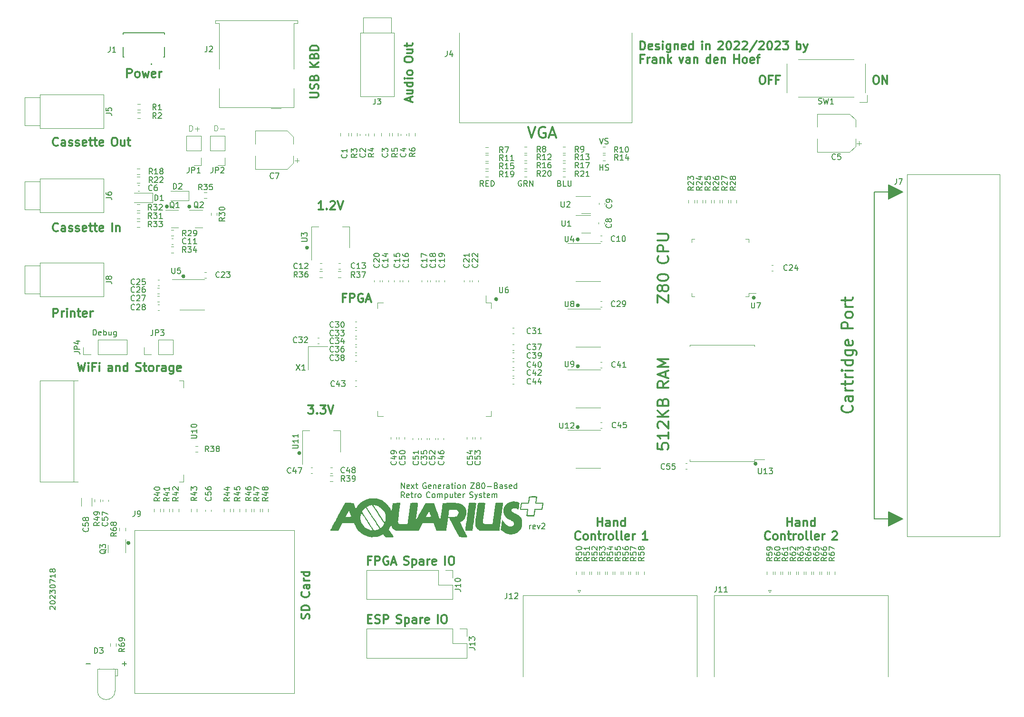
<source format=gto>
%TF.GenerationSoftware,KiCad,Pcbnew,(7.0.0)*%
%TF.CreationDate,2023-07-18T19:19:10-07:00*%
%TF.ProjectId,aquarius-plus,61717561-7269-4757-932d-706c75732e6b,rev?*%
%TF.SameCoordinates,Original*%
%TF.FileFunction,Legend,Top*%
%TF.FilePolarity,Positive*%
%FSLAX46Y46*%
G04 Gerber Fmt 4.6, Leading zero omitted, Abs format (unit mm)*
G04 Created by KiCad (PCBNEW (7.0.0)) date 2023-07-18 19:19:10*
%MOMM*%
%LPD*%
G01*
G04 APERTURE LIST*
%ADD10C,0.150000*%
%ADD11C,0.375000*%
%ADD12C,0.300000*%
%ADD13C,0.125000*%
%ADD14C,0.200000*%
%ADD15C,0.120000*%
%ADD16C,0.127000*%
G04 APERTURE END LIST*
D10*
X66791463Y-137724709D02*
X66743844Y-137677090D01*
X66743844Y-137677090D02*
X66696224Y-137581852D01*
X66696224Y-137581852D02*
X66696224Y-137343757D01*
X66696224Y-137343757D02*
X66743844Y-137248519D01*
X66743844Y-137248519D02*
X66791463Y-137200900D01*
X66791463Y-137200900D02*
X66886701Y-137153281D01*
X66886701Y-137153281D02*
X66981939Y-137153281D01*
X66981939Y-137153281D02*
X67124796Y-137200900D01*
X67124796Y-137200900D02*
X67696224Y-137772328D01*
X67696224Y-137772328D02*
X67696224Y-137153281D01*
X66696224Y-136534233D02*
X66696224Y-136438995D01*
X66696224Y-136438995D02*
X66743844Y-136343757D01*
X66743844Y-136343757D02*
X66791463Y-136296138D01*
X66791463Y-136296138D02*
X66886701Y-136248519D01*
X66886701Y-136248519D02*
X67077177Y-136200900D01*
X67077177Y-136200900D02*
X67315272Y-136200900D01*
X67315272Y-136200900D02*
X67505748Y-136248519D01*
X67505748Y-136248519D02*
X67600986Y-136296138D01*
X67600986Y-136296138D02*
X67648605Y-136343757D01*
X67648605Y-136343757D02*
X67696224Y-136438995D01*
X67696224Y-136438995D02*
X67696224Y-136534233D01*
X67696224Y-136534233D02*
X67648605Y-136629471D01*
X67648605Y-136629471D02*
X67600986Y-136677090D01*
X67600986Y-136677090D02*
X67505748Y-136724709D01*
X67505748Y-136724709D02*
X67315272Y-136772328D01*
X67315272Y-136772328D02*
X67077177Y-136772328D01*
X67077177Y-136772328D02*
X66886701Y-136724709D01*
X66886701Y-136724709D02*
X66791463Y-136677090D01*
X66791463Y-136677090D02*
X66743844Y-136629471D01*
X66743844Y-136629471D02*
X66696224Y-136534233D01*
X66791463Y-135819947D02*
X66743844Y-135772328D01*
X66743844Y-135772328D02*
X66696224Y-135677090D01*
X66696224Y-135677090D02*
X66696224Y-135438995D01*
X66696224Y-135438995D02*
X66743844Y-135343757D01*
X66743844Y-135343757D02*
X66791463Y-135296138D01*
X66791463Y-135296138D02*
X66886701Y-135248519D01*
X66886701Y-135248519D02*
X66981939Y-135248519D01*
X66981939Y-135248519D02*
X67124796Y-135296138D01*
X67124796Y-135296138D02*
X67696224Y-135867566D01*
X67696224Y-135867566D02*
X67696224Y-135248519D01*
X66696224Y-134915185D02*
X66696224Y-134296138D01*
X66696224Y-134296138D02*
X67077177Y-134629471D01*
X67077177Y-134629471D02*
X67077177Y-134486614D01*
X67077177Y-134486614D02*
X67124796Y-134391376D01*
X67124796Y-134391376D02*
X67172415Y-134343757D01*
X67172415Y-134343757D02*
X67267653Y-134296138D01*
X67267653Y-134296138D02*
X67505748Y-134296138D01*
X67505748Y-134296138D02*
X67600986Y-134343757D01*
X67600986Y-134343757D02*
X67648605Y-134391376D01*
X67648605Y-134391376D02*
X67696224Y-134486614D01*
X67696224Y-134486614D02*
X67696224Y-134772328D01*
X67696224Y-134772328D02*
X67648605Y-134867566D01*
X67648605Y-134867566D02*
X67600986Y-134915185D01*
X66696224Y-133677090D02*
X66696224Y-133581852D01*
X66696224Y-133581852D02*
X66743844Y-133486614D01*
X66743844Y-133486614D02*
X66791463Y-133438995D01*
X66791463Y-133438995D02*
X66886701Y-133391376D01*
X66886701Y-133391376D02*
X67077177Y-133343757D01*
X67077177Y-133343757D02*
X67315272Y-133343757D01*
X67315272Y-133343757D02*
X67505748Y-133391376D01*
X67505748Y-133391376D02*
X67600986Y-133438995D01*
X67600986Y-133438995D02*
X67648605Y-133486614D01*
X67648605Y-133486614D02*
X67696224Y-133581852D01*
X67696224Y-133581852D02*
X67696224Y-133677090D01*
X67696224Y-133677090D02*
X67648605Y-133772328D01*
X67648605Y-133772328D02*
X67600986Y-133819947D01*
X67600986Y-133819947D02*
X67505748Y-133867566D01*
X67505748Y-133867566D02*
X67315272Y-133915185D01*
X67315272Y-133915185D02*
X67077177Y-133915185D01*
X67077177Y-133915185D02*
X66886701Y-133867566D01*
X66886701Y-133867566D02*
X66791463Y-133819947D01*
X66791463Y-133819947D02*
X66743844Y-133772328D01*
X66743844Y-133772328D02*
X66696224Y-133677090D01*
X66696224Y-133010423D02*
X66696224Y-132343757D01*
X66696224Y-132343757D02*
X67696224Y-132772328D01*
X67696224Y-131438995D02*
X67696224Y-132010423D01*
X67696224Y-131724709D02*
X66696224Y-131724709D01*
X66696224Y-131724709D02*
X66839082Y-131819947D01*
X66839082Y-131819947D02*
X66934320Y-131915185D01*
X66934320Y-131915185D02*
X66981939Y-132010423D01*
X67124796Y-130867566D02*
X67077177Y-130962804D01*
X67077177Y-130962804D02*
X67029558Y-131010423D01*
X67029558Y-131010423D02*
X66934320Y-131058042D01*
X66934320Y-131058042D02*
X66886701Y-131058042D01*
X66886701Y-131058042D02*
X66791463Y-131010423D01*
X66791463Y-131010423D02*
X66743844Y-130962804D01*
X66743844Y-130962804D02*
X66696224Y-130867566D01*
X66696224Y-130867566D02*
X66696224Y-130677090D01*
X66696224Y-130677090D02*
X66743844Y-130581852D01*
X66743844Y-130581852D02*
X66791463Y-130534233D01*
X66791463Y-130534233D02*
X66886701Y-130486614D01*
X66886701Y-130486614D02*
X66934320Y-130486614D01*
X66934320Y-130486614D02*
X67029558Y-130534233D01*
X67029558Y-130534233D02*
X67077177Y-130581852D01*
X67077177Y-130581852D02*
X67124796Y-130677090D01*
X67124796Y-130677090D02*
X67124796Y-130867566D01*
X67124796Y-130867566D02*
X67172415Y-130962804D01*
X67172415Y-130962804D02*
X67220034Y-131010423D01*
X67220034Y-131010423D02*
X67315272Y-131058042D01*
X67315272Y-131058042D02*
X67505748Y-131058042D01*
X67505748Y-131058042D02*
X67600986Y-131010423D01*
X67600986Y-131010423D02*
X67648605Y-130962804D01*
X67648605Y-130962804D02*
X67696224Y-130867566D01*
X67696224Y-130867566D02*
X67696224Y-130677090D01*
X67696224Y-130677090D02*
X67648605Y-130581852D01*
X67648605Y-130581852D02*
X67600986Y-130534233D01*
X67600986Y-130534233D02*
X67505748Y-130486614D01*
X67505748Y-130486614D02*
X67315272Y-130486614D01*
X67315272Y-130486614D02*
X67220034Y-130534233D01*
X67220034Y-130534233D02*
X67172415Y-130581852D01*
X67172415Y-130581852D02*
X67124796Y-130677090D01*
G36*
X218627239Y-121637802D02*
G01*
X216087239Y-122907802D01*
X216087239Y-120367802D01*
X218627239Y-121637802D01*
G37*
X218627239Y-121637802D02*
X216087239Y-122907802D01*
X216087239Y-120367802D01*
X218627239Y-121637802D01*
G36*
X218636590Y-63383833D02*
G01*
X216096590Y-64653833D01*
X216096590Y-62113833D01*
X218636590Y-63383833D01*
G37*
X218636590Y-63383833D02*
X216096590Y-64653833D01*
X216096590Y-62113833D01*
X218636590Y-63383833D01*
X213552138Y-121635962D02*
X216087239Y-121637802D01*
X213547217Y-63386518D02*
X216096590Y-63383833D01*
X213552138Y-121635962D02*
X213547217Y-63386518D01*
D11*
X111329723Y-109879875D02*
G75*
G03*
X111329723Y-109879875I-187500J0D01*
G01*
X87750438Y-65930888D02*
G75*
G03*
X87750438Y-65930888I-187500J0D01*
G01*
X80905628Y-125890806D02*
G75*
G03*
X80905628Y-125890806I-187500J0D01*
G01*
X90686108Y-78380775D02*
G75*
G03*
X90686108Y-78380775I-187500J0D01*
G01*
X192583202Y-111771550D02*
G75*
G03*
X192583202Y-111771550I-187500J0D01*
G01*
X112701090Y-73282783D02*
G75*
G03*
X112701090Y-73282783I-187500J0D01*
G01*
X160937548Y-83550539D02*
G75*
G03*
X160937548Y-83550539I-187500J0D01*
G01*
X192271589Y-82185583D02*
G75*
G03*
X192271589Y-82185583I-187500J0D01*
G01*
X146391952Y-82448383D02*
G75*
G03*
X146391952Y-82448383I-187500J0D01*
G01*
X160937548Y-105247532D02*
G75*
G03*
X160937548Y-105247532I-187500J0D01*
G01*
X160937548Y-71813511D02*
G75*
G03*
X160937548Y-71813511I-187500J0D01*
G01*
X160937548Y-94392676D02*
G75*
G03*
X160937548Y-94392676I-187500J0D01*
G01*
X91752853Y-65944456D02*
G75*
G03*
X91752853Y-65944456I-187500J0D01*
G01*
D12*
X164242321Y-122910660D02*
X164242321Y-121410660D01*
X164242321Y-122124946D02*
X165099464Y-122124946D01*
X165099464Y-122910660D02*
X165099464Y-121410660D01*
X166456608Y-122910660D02*
X166456608Y-122124946D01*
X166456608Y-122124946D02*
X166385179Y-121982089D01*
X166385179Y-121982089D02*
X166242322Y-121910660D01*
X166242322Y-121910660D02*
X165956608Y-121910660D01*
X165956608Y-121910660D02*
X165813750Y-121982089D01*
X166456608Y-122839231D02*
X166313750Y-122910660D01*
X166313750Y-122910660D02*
X165956608Y-122910660D01*
X165956608Y-122910660D02*
X165813750Y-122839231D01*
X165813750Y-122839231D02*
X165742322Y-122696374D01*
X165742322Y-122696374D02*
X165742322Y-122553517D01*
X165742322Y-122553517D02*
X165813750Y-122410660D01*
X165813750Y-122410660D02*
X165956608Y-122339231D01*
X165956608Y-122339231D02*
X166313750Y-122339231D01*
X166313750Y-122339231D02*
X166456608Y-122267803D01*
X167170893Y-121910660D02*
X167170893Y-122910660D01*
X167170893Y-122053517D02*
X167242322Y-121982089D01*
X167242322Y-121982089D02*
X167385179Y-121910660D01*
X167385179Y-121910660D02*
X167599465Y-121910660D01*
X167599465Y-121910660D02*
X167742322Y-121982089D01*
X167742322Y-121982089D02*
X167813751Y-122124946D01*
X167813751Y-122124946D02*
X167813751Y-122910660D01*
X169170894Y-122910660D02*
X169170894Y-121410660D01*
X169170894Y-122839231D02*
X169028036Y-122910660D01*
X169028036Y-122910660D02*
X168742322Y-122910660D01*
X168742322Y-122910660D02*
X168599465Y-122839231D01*
X168599465Y-122839231D02*
X168528036Y-122767803D01*
X168528036Y-122767803D02*
X168456608Y-122624946D01*
X168456608Y-122624946D02*
X168456608Y-122196374D01*
X168456608Y-122196374D02*
X168528036Y-122053517D01*
X168528036Y-122053517D02*
X168599465Y-121982089D01*
X168599465Y-121982089D02*
X168742322Y-121910660D01*
X168742322Y-121910660D02*
X169028036Y-121910660D01*
X169028036Y-121910660D02*
X169170894Y-121982089D01*
X161185180Y-125197803D02*
X161113752Y-125269231D01*
X161113752Y-125269231D02*
X160899466Y-125340660D01*
X160899466Y-125340660D02*
X160756609Y-125340660D01*
X160756609Y-125340660D02*
X160542323Y-125269231D01*
X160542323Y-125269231D02*
X160399466Y-125126374D01*
X160399466Y-125126374D02*
X160328037Y-124983517D01*
X160328037Y-124983517D02*
X160256609Y-124697803D01*
X160256609Y-124697803D02*
X160256609Y-124483517D01*
X160256609Y-124483517D02*
X160328037Y-124197803D01*
X160328037Y-124197803D02*
X160399466Y-124054946D01*
X160399466Y-124054946D02*
X160542323Y-123912089D01*
X160542323Y-123912089D02*
X160756609Y-123840660D01*
X160756609Y-123840660D02*
X160899466Y-123840660D01*
X160899466Y-123840660D02*
X161113752Y-123912089D01*
X161113752Y-123912089D02*
X161185180Y-123983517D01*
X162042323Y-125340660D02*
X161899466Y-125269231D01*
X161899466Y-125269231D02*
X161828037Y-125197803D01*
X161828037Y-125197803D02*
X161756609Y-125054946D01*
X161756609Y-125054946D02*
X161756609Y-124626374D01*
X161756609Y-124626374D02*
X161828037Y-124483517D01*
X161828037Y-124483517D02*
X161899466Y-124412089D01*
X161899466Y-124412089D02*
X162042323Y-124340660D01*
X162042323Y-124340660D02*
X162256609Y-124340660D01*
X162256609Y-124340660D02*
X162399466Y-124412089D01*
X162399466Y-124412089D02*
X162470895Y-124483517D01*
X162470895Y-124483517D02*
X162542323Y-124626374D01*
X162542323Y-124626374D02*
X162542323Y-125054946D01*
X162542323Y-125054946D02*
X162470895Y-125197803D01*
X162470895Y-125197803D02*
X162399466Y-125269231D01*
X162399466Y-125269231D02*
X162256609Y-125340660D01*
X162256609Y-125340660D02*
X162042323Y-125340660D01*
X163185180Y-124340660D02*
X163185180Y-125340660D01*
X163185180Y-124483517D02*
X163256609Y-124412089D01*
X163256609Y-124412089D02*
X163399466Y-124340660D01*
X163399466Y-124340660D02*
X163613752Y-124340660D01*
X163613752Y-124340660D02*
X163756609Y-124412089D01*
X163756609Y-124412089D02*
X163828038Y-124554946D01*
X163828038Y-124554946D02*
X163828038Y-125340660D01*
X164328038Y-124340660D02*
X164899466Y-124340660D01*
X164542323Y-123840660D02*
X164542323Y-125126374D01*
X164542323Y-125126374D02*
X164613752Y-125269231D01*
X164613752Y-125269231D02*
X164756609Y-125340660D01*
X164756609Y-125340660D02*
X164899466Y-125340660D01*
X165399466Y-125340660D02*
X165399466Y-124340660D01*
X165399466Y-124626374D02*
X165470895Y-124483517D01*
X165470895Y-124483517D02*
X165542324Y-124412089D01*
X165542324Y-124412089D02*
X165685181Y-124340660D01*
X165685181Y-124340660D02*
X165828038Y-124340660D01*
X166542323Y-125340660D02*
X166399466Y-125269231D01*
X166399466Y-125269231D02*
X166328037Y-125197803D01*
X166328037Y-125197803D02*
X166256609Y-125054946D01*
X166256609Y-125054946D02*
X166256609Y-124626374D01*
X166256609Y-124626374D02*
X166328037Y-124483517D01*
X166328037Y-124483517D02*
X166399466Y-124412089D01*
X166399466Y-124412089D02*
X166542323Y-124340660D01*
X166542323Y-124340660D02*
X166756609Y-124340660D01*
X166756609Y-124340660D02*
X166899466Y-124412089D01*
X166899466Y-124412089D02*
X166970895Y-124483517D01*
X166970895Y-124483517D02*
X167042323Y-124626374D01*
X167042323Y-124626374D02*
X167042323Y-125054946D01*
X167042323Y-125054946D02*
X166970895Y-125197803D01*
X166970895Y-125197803D02*
X166899466Y-125269231D01*
X166899466Y-125269231D02*
X166756609Y-125340660D01*
X166756609Y-125340660D02*
X166542323Y-125340660D01*
X167899466Y-125340660D02*
X167756609Y-125269231D01*
X167756609Y-125269231D02*
X167685180Y-125126374D01*
X167685180Y-125126374D02*
X167685180Y-123840660D01*
X168685180Y-125340660D02*
X168542323Y-125269231D01*
X168542323Y-125269231D02*
X168470894Y-125126374D01*
X168470894Y-125126374D02*
X168470894Y-123840660D01*
X169828037Y-125269231D02*
X169685180Y-125340660D01*
X169685180Y-125340660D02*
X169399466Y-125340660D01*
X169399466Y-125340660D02*
X169256608Y-125269231D01*
X169256608Y-125269231D02*
X169185180Y-125126374D01*
X169185180Y-125126374D02*
X169185180Y-124554946D01*
X169185180Y-124554946D02*
X169256608Y-124412089D01*
X169256608Y-124412089D02*
X169399466Y-124340660D01*
X169399466Y-124340660D02*
X169685180Y-124340660D01*
X169685180Y-124340660D02*
X169828037Y-124412089D01*
X169828037Y-124412089D02*
X169899466Y-124554946D01*
X169899466Y-124554946D02*
X169899466Y-124697803D01*
X169899466Y-124697803D02*
X169185180Y-124840660D01*
X170542322Y-125340660D02*
X170542322Y-124340660D01*
X170542322Y-124626374D02*
X170613751Y-124483517D01*
X170613751Y-124483517D02*
X170685180Y-124412089D01*
X170685180Y-124412089D02*
X170828037Y-124340660D01*
X170828037Y-124340660D02*
X170970894Y-124340660D01*
X173156608Y-125340660D02*
X172299465Y-125340660D01*
X172728036Y-125340660D02*
X172728036Y-123840660D01*
X172728036Y-123840660D02*
X172585179Y-124054946D01*
X172585179Y-124054946D02*
X172442322Y-124197803D01*
X172442322Y-124197803D02*
X172299465Y-124269231D01*
D10*
X164617935Y-53773060D02*
X164951268Y-54773060D01*
X164951268Y-54773060D02*
X165284601Y-53773060D01*
X165570316Y-54725441D02*
X165713173Y-54773060D01*
X165713173Y-54773060D02*
X165951268Y-54773060D01*
X165951268Y-54773060D02*
X166046506Y-54725441D01*
X166046506Y-54725441D02*
X166094125Y-54677822D01*
X166094125Y-54677822D02*
X166141744Y-54582584D01*
X166141744Y-54582584D02*
X166141744Y-54487346D01*
X166141744Y-54487346D02*
X166094125Y-54392108D01*
X166094125Y-54392108D02*
X166046506Y-54344489D01*
X166046506Y-54344489D02*
X165951268Y-54296870D01*
X165951268Y-54296870D02*
X165760792Y-54249251D01*
X165760792Y-54249251D02*
X165665554Y-54201632D01*
X165665554Y-54201632D02*
X165617935Y-54154013D01*
X165617935Y-54154013D02*
X165570316Y-54058775D01*
X165570316Y-54058775D02*
X165570316Y-53963537D01*
X165570316Y-53963537D02*
X165617935Y-53868299D01*
X165617935Y-53868299D02*
X165665554Y-53820680D01*
X165665554Y-53820680D02*
X165760792Y-53773060D01*
X165760792Y-53773060D02*
X165998887Y-53773060D01*
X165998887Y-53773060D02*
X166141744Y-53820680D01*
X143953172Y-62316314D02*
X143619839Y-61840124D01*
X143381744Y-62316314D02*
X143381744Y-61316314D01*
X143381744Y-61316314D02*
X143762696Y-61316314D01*
X143762696Y-61316314D02*
X143857934Y-61363934D01*
X143857934Y-61363934D02*
X143905553Y-61411553D01*
X143905553Y-61411553D02*
X143953172Y-61506791D01*
X143953172Y-61506791D02*
X143953172Y-61649648D01*
X143953172Y-61649648D02*
X143905553Y-61744886D01*
X143905553Y-61744886D02*
X143857934Y-61792505D01*
X143857934Y-61792505D02*
X143762696Y-61840124D01*
X143762696Y-61840124D02*
X143381744Y-61840124D01*
X144381744Y-61792505D02*
X144715077Y-61792505D01*
X144857934Y-62316314D02*
X144381744Y-62316314D01*
X144381744Y-62316314D02*
X144381744Y-61316314D01*
X144381744Y-61316314D02*
X144857934Y-61316314D01*
X145286506Y-62316314D02*
X145286506Y-61316314D01*
X145286506Y-61316314D02*
X145524601Y-61316314D01*
X145524601Y-61316314D02*
X145667458Y-61363934D01*
X145667458Y-61363934D02*
X145762696Y-61459172D01*
X145762696Y-61459172D02*
X145810315Y-61554410D01*
X145810315Y-61554410D02*
X145857934Y-61744886D01*
X145857934Y-61744886D02*
X145857934Y-61887743D01*
X145857934Y-61887743D02*
X145810315Y-62078219D01*
X145810315Y-62078219D02*
X145762696Y-62173457D01*
X145762696Y-62173457D02*
X145667458Y-62268695D01*
X145667458Y-62268695D02*
X145524601Y-62316314D01*
X145524601Y-62316314D02*
X145286506Y-62316314D01*
D12*
X171907142Y-37986071D02*
X171907142Y-36486071D01*
X171907142Y-36486071D02*
X172264285Y-36486071D01*
X172264285Y-36486071D02*
X172478571Y-36557500D01*
X172478571Y-36557500D02*
X172621428Y-36700357D01*
X172621428Y-36700357D02*
X172692857Y-36843214D01*
X172692857Y-36843214D02*
X172764285Y-37128928D01*
X172764285Y-37128928D02*
X172764285Y-37343214D01*
X172764285Y-37343214D02*
X172692857Y-37628928D01*
X172692857Y-37628928D02*
X172621428Y-37771785D01*
X172621428Y-37771785D02*
X172478571Y-37914642D01*
X172478571Y-37914642D02*
X172264285Y-37986071D01*
X172264285Y-37986071D02*
X171907142Y-37986071D01*
X173978571Y-37914642D02*
X173835714Y-37986071D01*
X173835714Y-37986071D02*
X173550000Y-37986071D01*
X173550000Y-37986071D02*
X173407142Y-37914642D01*
X173407142Y-37914642D02*
X173335714Y-37771785D01*
X173335714Y-37771785D02*
X173335714Y-37200357D01*
X173335714Y-37200357D02*
X173407142Y-37057500D01*
X173407142Y-37057500D02*
X173550000Y-36986071D01*
X173550000Y-36986071D02*
X173835714Y-36986071D01*
X173835714Y-36986071D02*
X173978571Y-37057500D01*
X173978571Y-37057500D02*
X174050000Y-37200357D01*
X174050000Y-37200357D02*
X174050000Y-37343214D01*
X174050000Y-37343214D02*
X173335714Y-37486071D01*
X174621428Y-37914642D02*
X174764285Y-37986071D01*
X174764285Y-37986071D02*
X175049999Y-37986071D01*
X175049999Y-37986071D02*
X175192856Y-37914642D01*
X175192856Y-37914642D02*
X175264285Y-37771785D01*
X175264285Y-37771785D02*
X175264285Y-37700357D01*
X175264285Y-37700357D02*
X175192856Y-37557500D01*
X175192856Y-37557500D02*
X175049999Y-37486071D01*
X175049999Y-37486071D02*
X174835714Y-37486071D01*
X174835714Y-37486071D02*
X174692856Y-37414642D01*
X174692856Y-37414642D02*
X174621428Y-37271785D01*
X174621428Y-37271785D02*
X174621428Y-37200357D01*
X174621428Y-37200357D02*
X174692856Y-37057500D01*
X174692856Y-37057500D02*
X174835714Y-36986071D01*
X174835714Y-36986071D02*
X175049999Y-36986071D01*
X175049999Y-36986071D02*
X175192856Y-37057500D01*
X175907142Y-37986071D02*
X175907142Y-36986071D01*
X175907142Y-36486071D02*
X175835714Y-36557500D01*
X175835714Y-36557500D02*
X175907142Y-36628928D01*
X175907142Y-36628928D02*
X175978571Y-36557500D01*
X175978571Y-36557500D02*
X175907142Y-36486071D01*
X175907142Y-36486071D02*
X175907142Y-36628928D01*
X177264286Y-36986071D02*
X177264286Y-38200357D01*
X177264286Y-38200357D02*
X177192857Y-38343214D01*
X177192857Y-38343214D02*
X177121428Y-38414642D01*
X177121428Y-38414642D02*
X176978571Y-38486071D01*
X176978571Y-38486071D02*
X176764286Y-38486071D01*
X176764286Y-38486071D02*
X176621428Y-38414642D01*
X177264286Y-37914642D02*
X177121428Y-37986071D01*
X177121428Y-37986071D02*
X176835714Y-37986071D01*
X176835714Y-37986071D02*
X176692857Y-37914642D01*
X176692857Y-37914642D02*
X176621428Y-37843214D01*
X176621428Y-37843214D02*
X176550000Y-37700357D01*
X176550000Y-37700357D02*
X176550000Y-37271785D01*
X176550000Y-37271785D02*
X176621428Y-37128928D01*
X176621428Y-37128928D02*
X176692857Y-37057500D01*
X176692857Y-37057500D02*
X176835714Y-36986071D01*
X176835714Y-36986071D02*
X177121428Y-36986071D01*
X177121428Y-36986071D02*
X177264286Y-37057500D01*
X177978571Y-36986071D02*
X177978571Y-37986071D01*
X177978571Y-37128928D02*
X178050000Y-37057500D01*
X178050000Y-37057500D02*
X178192857Y-36986071D01*
X178192857Y-36986071D02*
X178407143Y-36986071D01*
X178407143Y-36986071D02*
X178550000Y-37057500D01*
X178550000Y-37057500D02*
X178621429Y-37200357D01*
X178621429Y-37200357D02*
X178621429Y-37986071D01*
X179907143Y-37914642D02*
X179764286Y-37986071D01*
X179764286Y-37986071D02*
X179478572Y-37986071D01*
X179478572Y-37986071D02*
X179335714Y-37914642D01*
X179335714Y-37914642D02*
X179264286Y-37771785D01*
X179264286Y-37771785D02*
X179264286Y-37200357D01*
X179264286Y-37200357D02*
X179335714Y-37057500D01*
X179335714Y-37057500D02*
X179478572Y-36986071D01*
X179478572Y-36986071D02*
X179764286Y-36986071D01*
X179764286Y-36986071D02*
X179907143Y-37057500D01*
X179907143Y-37057500D02*
X179978572Y-37200357D01*
X179978572Y-37200357D02*
X179978572Y-37343214D01*
X179978572Y-37343214D02*
X179264286Y-37486071D01*
X181264286Y-37986071D02*
X181264286Y-36486071D01*
X181264286Y-37914642D02*
X181121428Y-37986071D01*
X181121428Y-37986071D02*
X180835714Y-37986071D01*
X180835714Y-37986071D02*
X180692857Y-37914642D01*
X180692857Y-37914642D02*
X180621428Y-37843214D01*
X180621428Y-37843214D02*
X180550000Y-37700357D01*
X180550000Y-37700357D02*
X180550000Y-37271785D01*
X180550000Y-37271785D02*
X180621428Y-37128928D01*
X180621428Y-37128928D02*
X180692857Y-37057500D01*
X180692857Y-37057500D02*
X180835714Y-36986071D01*
X180835714Y-36986071D02*
X181121428Y-36986071D01*
X181121428Y-36986071D02*
X181264286Y-37057500D01*
X182878571Y-37986071D02*
X182878571Y-36986071D01*
X182878571Y-36486071D02*
X182807143Y-36557500D01*
X182807143Y-36557500D02*
X182878571Y-36628928D01*
X182878571Y-36628928D02*
X182950000Y-36557500D01*
X182950000Y-36557500D02*
X182878571Y-36486071D01*
X182878571Y-36486071D02*
X182878571Y-36628928D01*
X183592857Y-36986071D02*
X183592857Y-37986071D01*
X183592857Y-37128928D02*
X183664286Y-37057500D01*
X183664286Y-37057500D02*
X183807143Y-36986071D01*
X183807143Y-36986071D02*
X184021429Y-36986071D01*
X184021429Y-36986071D02*
X184164286Y-37057500D01*
X184164286Y-37057500D02*
X184235715Y-37200357D01*
X184235715Y-37200357D02*
X184235715Y-37986071D01*
X185778572Y-36628928D02*
X185850000Y-36557500D01*
X185850000Y-36557500D02*
X185992858Y-36486071D01*
X185992858Y-36486071D02*
X186350000Y-36486071D01*
X186350000Y-36486071D02*
X186492858Y-36557500D01*
X186492858Y-36557500D02*
X186564286Y-36628928D01*
X186564286Y-36628928D02*
X186635715Y-36771785D01*
X186635715Y-36771785D02*
X186635715Y-36914642D01*
X186635715Y-36914642D02*
X186564286Y-37128928D01*
X186564286Y-37128928D02*
X185707143Y-37986071D01*
X185707143Y-37986071D02*
X186635715Y-37986071D01*
X187564286Y-36486071D02*
X187707143Y-36486071D01*
X187707143Y-36486071D02*
X187850000Y-36557500D01*
X187850000Y-36557500D02*
X187921429Y-36628928D01*
X187921429Y-36628928D02*
X187992857Y-36771785D01*
X187992857Y-36771785D02*
X188064286Y-37057500D01*
X188064286Y-37057500D02*
X188064286Y-37414642D01*
X188064286Y-37414642D02*
X187992857Y-37700357D01*
X187992857Y-37700357D02*
X187921429Y-37843214D01*
X187921429Y-37843214D02*
X187850000Y-37914642D01*
X187850000Y-37914642D02*
X187707143Y-37986071D01*
X187707143Y-37986071D02*
X187564286Y-37986071D01*
X187564286Y-37986071D02*
X187421429Y-37914642D01*
X187421429Y-37914642D02*
X187350000Y-37843214D01*
X187350000Y-37843214D02*
X187278571Y-37700357D01*
X187278571Y-37700357D02*
X187207143Y-37414642D01*
X187207143Y-37414642D02*
X187207143Y-37057500D01*
X187207143Y-37057500D02*
X187278571Y-36771785D01*
X187278571Y-36771785D02*
X187350000Y-36628928D01*
X187350000Y-36628928D02*
X187421429Y-36557500D01*
X187421429Y-36557500D02*
X187564286Y-36486071D01*
X188635714Y-36628928D02*
X188707142Y-36557500D01*
X188707142Y-36557500D02*
X188850000Y-36486071D01*
X188850000Y-36486071D02*
X189207142Y-36486071D01*
X189207142Y-36486071D02*
X189350000Y-36557500D01*
X189350000Y-36557500D02*
X189421428Y-36628928D01*
X189421428Y-36628928D02*
X189492857Y-36771785D01*
X189492857Y-36771785D02*
X189492857Y-36914642D01*
X189492857Y-36914642D02*
X189421428Y-37128928D01*
X189421428Y-37128928D02*
X188564285Y-37986071D01*
X188564285Y-37986071D02*
X189492857Y-37986071D01*
X190064285Y-36628928D02*
X190135713Y-36557500D01*
X190135713Y-36557500D02*
X190278571Y-36486071D01*
X190278571Y-36486071D02*
X190635713Y-36486071D01*
X190635713Y-36486071D02*
X190778571Y-36557500D01*
X190778571Y-36557500D02*
X190849999Y-36628928D01*
X190849999Y-36628928D02*
X190921428Y-36771785D01*
X190921428Y-36771785D02*
X190921428Y-36914642D01*
X190921428Y-36914642D02*
X190849999Y-37128928D01*
X190849999Y-37128928D02*
X189992856Y-37986071D01*
X189992856Y-37986071D02*
X190921428Y-37986071D01*
X192635713Y-36414642D02*
X191349999Y-38343214D01*
X193064285Y-36628928D02*
X193135713Y-36557500D01*
X193135713Y-36557500D02*
X193278571Y-36486071D01*
X193278571Y-36486071D02*
X193635713Y-36486071D01*
X193635713Y-36486071D02*
X193778571Y-36557500D01*
X193778571Y-36557500D02*
X193849999Y-36628928D01*
X193849999Y-36628928D02*
X193921428Y-36771785D01*
X193921428Y-36771785D02*
X193921428Y-36914642D01*
X193921428Y-36914642D02*
X193849999Y-37128928D01*
X193849999Y-37128928D02*
X192992856Y-37986071D01*
X192992856Y-37986071D02*
X193921428Y-37986071D01*
X194849999Y-36486071D02*
X194992856Y-36486071D01*
X194992856Y-36486071D02*
X195135713Y-36557500D01*
X195135713Y-36557500D02*
X195207142Y-36628928D01*
X195207142Y-36628928D02*
X195278570Y-36771785D01*
X195278570Y-36771785D02*
X195349999Y-37057500D01*
X195349999Y-37057500D02*
X195349999Y-37414642D01*
X195349999Y-37414642D02*
X195278570Y-37700357D01*
X195278570Y-37700357D02*
X195207142Y-37843214D01*
X195207142Y-37843214D02*
X195135713Y-37914642D01*
X195135713Y-37914642D02*
X194992856Y-37986071D01*
X194992856Y-37986071D02*
X194849999Y-37986071D01*
X194849999Y-37986071D02*
X194707142Y-37914642D01*
X194707142Y-37914642D02*
X194635713Y-37843214D01*
X194635713Y-37843214D02*
X194564284Y-37700357D01*
X194564284Y-37700357D02*
X194492856Y-37414642D01*
X194492856Y-37414642D02*
X194492856Y-37057500D01*
X194492856Y-37057500D02*
X194564284Y-36771785D01*
X194564284Y-36771785D02*
X194635713Y-36628928D01*
X194635713Y-36628928D02*
X194707142Y-36557500D01*
X194707142Y-36557500D02*
X194849999Y-36486071D01*
X195921427Y-36628928D02*
X195992855Y-36557500D01*
X195992855Y-36557500D02*
X196135713Y-36486071D01*
X196135713Y-36486071D02*
X196492855Y-36486071D01*
X196492855Y-36486071D02*
X196635713Y-36557500D01*
X196635713Y-36557500D02*
X196707141Y-36628928D01*
X196707141Y-36628928D02*
X196778570Y-36771785D01*
X196778570Y-36771785D02*
X196778570Y-36914642D01*
X196778570Y-36914642D02*
X196707141Y-37128928D01*
X196707141Y-37128928D02*
X195849998Y-37986071D01*
X195849998Y-37986071D02*
X196778570Y-37986071D01*
X197278569Y-36486071D02*
X198207141Y-36486071D01*
X198207141Y-36486071D02*
X197707141Y-37057500D01*
X197707141Y-37057500D02*
X197921426Y-37057500D01*
X197921426Y-37057500D02*
X198064284Y-37128928D01*
X198064284Y-37128928D02*
X198135712Y-37200357D01*
X198135712Y-37200357D02*
X198207141Y-37343214D01*
X198207141Y-37343214D02*
X198207141Y-37700357D01*
X198207141Y-37700357D02*
X198135712Y-37843214D01*
X198135712Y-37843214D02*
X198064284Y-37914642D01*
X198064284Y-37914642D02*
X197921426Y-37986071D01*
X197921426Y-37986071D02*
X197492855Y-37986071D01*
X197492855Y-37986071D02*
X197349998Y-37914642D01*
X197349998Y-37914642D02*
X197278569Y-37843214D01*
X199749997Y-37986071D02*
X199749997Y-36486071D01*
X199749997Y-37057500D02*
X199892855Y-36986071D01*
X199892855Y-36986071D02*
X200178569Y-36986071D01*
X200178569Y-36986071D02*
X200321426Y-37057500D01*
X200321426Y-37057500D02*
X200392855Y-37128928D01*
X200392855Y-37128928D02*
X200464283Y-37271785D01*
X200464283Y-37271785D02*
X200464283Y-37700357D01*
X200464283Y-37700357D02*
X200392855Y-37843214D01*
X200392855Y-37843214D02*
X200321426Y-37914642D01*
X200321426Y-37914642D02*
X200178569Y-37986071D01*
X200178569Y-37986071D02*
X199892855Y-37986071D01*
X199892855Y-37986071D02*
X199749997Y-37914642D01*
X200964283Y-36986071D02*
X201321426Y-37986071D01*
X201678569Y-36986071D02*
X201321426Y-37986071D01*
X201321426Y-37986071D02*
X201178569Y-38343214D01*
X201178569Y-38343214D02*
X201107140Y-38414642D01*
X201107140Y-38414642D02*
X200964283Y-38486071D01*
X172407142Y-39630357D02*
X171907142Y-39630357D01*
X171907142Y-40416071D02*
X171907142Y-38916071D01*
X171907142Y-38916071D02*
X172621428Y-38916071D01*
X173192856Y-40416071D02*
X173192856Y-39416071D01*
X173192856Y-39701785D02*
X173264285Y-39558928D01*
X173264285Y-39558928D02*
X173335714Y-39487500D01*
X173335714Y-39487500D02*
X173478571Y-39416071D01*
X173478571Y-39416071D02*
X173621428Y-39416071D01*
X174764285Y-40416071D02*
X174764285Y-39630357D01*
X174764285Y-39630357D02*
X174692856Y-39487500D01*
X174692856Y-39487500D02*
X174549999Y-39416071D01*
X174549999Y-39416071D02*
X174264285Y-39416071D01*
X174264285Y-39416071D02*
X174121427Y-39487500D01*
X174764285Y-40344642D02*
X174621427Y-40416071D01*
X174621427Y-40416071D02*
X174264285Y-40416071D01*
X174264285Y-40416071D02*
X174121427Y-40344642D01*
X174121427Y-40344642D02*
X174049999Y-40201785D01*
X174049999Y-40201785D02*
X174049999Y-40058928D01*
X174049999Y-40058928D02*
X174121427Y-39916071D01*
X174121427Y-39916071D02*
X174264285Y-39844642D01*
X174264285Y-39844642D02*
X174621427Y-39844642D01*
X174621427Y-39844642D02*
X174764285Y-39773214D01*
X175478570Y-39416071D02*
X175478570Y-40416071D01*
X175478570Y-39558928D02*
X175549999Y-39487500D01*
X175549999Y-39487500D02*
X175692856Y-39416071D01*
X175692856Y-39416071D02*
X175907142Y-39416071D01*
X175907142Y-39416071D02*
X176049999Y-39487500D01*
X176049999Y-39487500D02*
X176121428Y-39630357D01*
X176121428Y-39630357D02*
X176121428Y-40416071D01*
X176835713Y-40416071D02*
X176835713Y-38916071D01*
X176978571Y-39844642D02*
X177407142Y-40416071D01*
X177407142Y-39416071D02*
X176835713Y-39987500D01*
X178807142Y-39416071D02*
X179164285Y-40416071D01*
X179164285Y-40416071D02*
X179521428Y-39416071D01*
X180735714Y-40416071D02*
X180735714Y-39630357D01*
X180735714Y-39630357D02*
X180664285Y-39487500D01*
X180664285Y-39487500D02*
X180521428Y-39416071D01*
X180521428Y-39416071D02*
X180235714Y-39416071D01*
X180235714Y-39416071D02*
X180092856Y-39487500D01*
X180735714Y-40344642D02*
X180592856Y-40416071D01*
X180592856Y-40416071D02*
X180235714Y-40416071D01*
X180235714Y-40416071D02*
X180092856Y-40344642D01*
X180092856Y-40344642D02*
X180021428Y-40201785D01*
X180021428Y-40201785D02*
X180021428Y-40058928D01*
X180021428Y-40058928D02*
X180092856Y-39916071D01*
X180092856Y-39916071D02*
X180235714Y-39844642D01*
X180235714Y-39844642D02*
X180592856Y-39844642D01*
X180592856Y-39844642D02*
X180735714Y-39773214D01*
X181449999Y-39416071D02*
X181449999Y-40416071D01*
X181449999Y-39558928D02*
X181521428Y-39487500D01*
X181521428Y-39487500D02*
X181664285Y-39416071D01*
X181664285Y-39416071D02*
X181878571Y-39416071D01*
X181878571Y-39416071D02*
X182021428Y-39487500D01*
X182021428Y-39487500D02*
X182092857Y-39630357D01*
X182092857Y-39630357D02*
X182092857Y-40416071D01*
X184350000Y-40416071D02*
X184350000Y-38916071D01*
X184350000Y-40344642D02*
X184207142Y-40416071D01*
X184207142Y-40416071D02*
X183921428Y-40416071D01*
X183921428Y-40416071D02*
X183778571Y-40344642D01*
X183778571Y-40344642D02*
X183707142Y-40273214D01*
X183707142Y-40273214D02*
X183635714Y-40130357D01*
X183635714Y-40130357D02*
X183635714Y-39701785D01*
X183635714Y-39701785D02*
X183707142Y-39558928D01*
X183707142Y-39558928D02*
X183778571Y-39487500D01*
X183778571Y-39487500D02*
X183921428Y-39416071D01*
X183921428Y-39416071D02*
X184207142Y-39416071D01*
X184207142Y-39416071D02*
X184350000Y-39487500D01*
X185635714Y-40344642D02*
X185492857Y-40416071D01*
X185492857Y-40416071D02*
X185207143Y-40416071D01*
X185207143Y-40416071D02*
X185064285Y-40344642D01*
X185064285Y-40344642D02*
X184992857Y-40201785D01*
X184992857Y-40201785D02*
X184992857Y-39630357D01*
X184992857Y-39630357D02*
X185064285Y-39487500D01*
X185064285Y-39487500D02*
X185207143Y-39416071D01*
X185207143Y-39416071D02*
X185492857Y-39416071D01*
X185492857Y-39416071D02*
X185635714Y-39487500D01*
X185635714Y-39487500D02*
X185707143Y-39630357D01*
X185707143Y-39630357D02*
X185707143Y-39773214D01*
X185707143Y-39773214D02*
X184992857Y-39916071D01*
X186349999Y-39416071D02*
X186349999Y-40416071D01*
X186349999Y-39558928D02*
X186421428Y-39487500D01*
X186421428Y-39487500D02*
X186564285Y-39416071D01*
X186564285Y-39416071D02*
X186778571Y-39416071D01*
X186778571Y-39416071D02*
X186921428Y-39487500D01*
X186921428Y-39487500D02*
X186992857Y-39630357D01*
X186992857Y-39630357D02*
X186992857Y-40416071D01*
X188607142Y-40416071D02*
X188607142Y-38916071D01*
X188607142Y-39630357D02*
X189464285Y-39630357D01*
X189464285Y-40416071D02*
X189464285Y-38916071D01*
X190392857Y-40416071D02*
X190250000Y-40344642D01*
X190250000Y-40344642D02*
X190178571Y-40273214D01*
X190178571Y-40273214D02*
X190107143Y-40130357D01*
X190107143Y-40130357D02*
X190107143Y-39701785D01*
X190107143Y-39701785D02*
X190178571Y-39558928D01*
X190178571Y-39558928D02*
X190250000Y-39487500D01*
X190250000Y-39487500D02*
X190392857Y-39416071D01*
X190392857Y-39416071D02*
X190607143Y-39416071D01*
X190607143Y-39416071D02*
X190750000Y-39487500D01*
X190750000Y-39487500D02*
X190821429Y-39558928D01*
X190821429Y-39558928D02*
X190892857Y-39701785D01*
X190892857Y-39701785D02*
X190892857Y-40130357D01*
X190892857Y-40130357D02*
X190821429Y-40273214D01*
X190821429Y-40273214D02*
X190750000Y-40344642D01*
X190750000Y-40344642D02*
X190607143Y-40416071D01*
X190607143Y-40416071D02*
X190392857Y-40416071D01*
X192107143Y-40344642D02*
X191964286Y-40416071D01*
X191964286Y-40416071D02*
X191678572Y-40416071D01*
X191678572Y-40416071D02*
X191535714Y-40344642D01*
X191535714Y-40344642D02*
X191464286Y-40201785D01*
X191464286Y-40201785D02*
X191464286Y-39630357D01*
X191464286Y-39630357D02*
X191535714Y-39487500D01*
X191535714Y-39487500D02*
X191678572Y-39416071D01*
X191678572Y-39416071D02*
X191964286Y-39416071D01*
X191964286Y-39416071D02*
X192107143Y-39487500D01*
X192107143Y-39487500D02*
X192178572Y-39630357D01*
X192178572Y-39630357D02*
X192178572Y-39773214D01*
X192178572Y-39773214D02*
X191464286Y-39916071D01*
X192607143Y-39416071D02*
X193178571Y-39416071D01*
X192821428Y-40416071D02*
X192821428Y-39130357D01*
X192821428Y-39130357D02*
X192892857Y-38987500D01*
X192892857Y-38987500D02*
X193035714Y-38916071D01*
X193035714Y-38916071D02*
X193178571Y-38916071D01*
X174915638Y-83061998D02*
X174915638Y-81728665D01*
X174915638Y-81728665D02*
X176915638Y-83061998D01*
X176915638Y-83061998D02*
X176915638Y-81728665D01*
X175772781Y-80681046D02*
X175677543Y-80871522D01*
X175677543Y-80871522D02*
X175582305Y-80966760D01*
X175582305Y-80966760D02*
X175391829Y-81061998D01*
X175391829Y-81061998D02*
X175296591Y-81061998D01*
X175296591Y-81061998D02*
X175106115Y-80966760D01*
X175106115Y-80966760D02*
X175010877Y-80871522D01*
X175010877Y-80871522D02*
X174915638Y-80681046D01*
X174915638Y-80681046D02*
X174915638Y-80300093D01*
X174915638Y-80300093D02*
X175010877Y-80109617D01*
X175010877Y-80109617D02*
X175106115Y-80014379D01*
X175106115Y-80014379D02*
X175296591Y-79919141D01*
X175296591Y-79919141D02*
X175391829Y-79919141D01*
X175391829Y-79919141D02*
X175582305Y-80014379D01*
X175582305Y-80014379D02*
X175677543Y-80109617D01*
X175677543Y-80109617D02*
X175772781Y-80300093D01*
X175772781Y-80300093D02*
X175772781Y-80681046D01*
X175772781Y-80681046D02*
X175868019Y-80871522D01*
X175868019Y-80871522D02*
X175963257Y-80966760D01*
X175963257Y-80966760D02*
X176153734Y-81061998D01*
X176153734Y-81061998D02*
X176534686Y-81061998D01*
X176534686Y-81061998D02*
X176725162Y-80966760D01*
X176725162Y-80966760D02*
X176820400Y-80871522D01*
X176820400Y-80871522D02*
X176915638Y-80681046D01*
X176915638Y-80681046D02*
X176915638Y-80300093D01*
X176915638Y-80300093D02*
X176820400Y-80109617D01*
X176820400Y-80109617D02*
X176725162Y-80014379D01*
X176725162Y-80014379D02*
X176534686Y-79919141D01*
X176534686Y-79919141D02*
X176153734Y-79919141D01*
X176153734Y-79919141D02*
X175963257Y-80014379D01*
X175963257Y-80014379D02*
X175868019Y-80109617D01*
X175868019Y-80109617D02*
X175772781Y-80300093D01*
X174915638Y-78681046D02*
X174915638Y-78490569D01*
X174915638Y-78490569D02*
X175010877Y-78300093D01*
X175010877Y-78300093D02*
X175106115Y-78204855D01*
X175106115Y-78204855D02*
X175296591Y-78109617D01*
X175296591Y-78109617D02*
X175677543Y-78014379D01*
X175677543Y-78014379D02*
X176153734Y-78014379D01*
X176153734Y-78014379D02*
X176534686Y-78109617D01*
X176534686Y-78109617D02*
X176725162Y-78204855D01*
X176725162Y-78204855D02*
X176820400Y-78300093D01*
X176820400Y-78300093D02*
X176915638Y-78490569D01*
X176915638Y-78490569D02*
X176915638Y-78681046D01*
X176915638Y-78681046D02*
X176820400Y-78871522D01*
X176820400Y-78871522D02*
X176725162Y-78966760D01*
X176725162Y-78966760D02*
X176534686Y-79061998D01*
X176534686Y-79061998D02*
X176153734Y-79157236D01*
X176153734Y-79157236D02*
X175677543Y-79157236D01*
X175677543Y-79157236D02*
X175296591Y-79061998D01*
X175296591Y-79061998D02*
X175106115Y-78966760D01*
X175106115Y-78966760D02*
X175010877Y-78871522D01*
X175010877Y-78871522D02*
X174915638Y-78681046D01*
X176725162Y-74814379D02*
X176820400Y-74909617D01*
X176820400Y-74909617D02*
X176915638Y-75195331D01*
X176915638Y-75195331D02*
X176915638Y-75385807D01*
X176915638Y-75385807D02*
X176820400Y-75671522D01*
X176820400Y-75671522D02*
X176629924Y-75861998D01*
X176629924Y-75861998D02*
X176439448Y-75957236D01*
X176439448Y-75957236D02*
X176058496Y-76052474D01*
X176058496Y-76052474D02*
X175772781Y-76052474D01*
X175772781Y-76052474D02*
X175391829Y-75957236D01*
X175391829Y-75957236D02*
X175201353Y-75861998D01*
X175201353Y-75861998D02*
X175010877Y-75671522D01*
X175010877Y-75671522D02*
X174915638Y-75385807D01*
X174915638Y-75385807D02*
X174915638Y-75195331D01*
X174915638Y-75195331D02*
X175010877Y-74909617D01*
X175010877Y-74909617D02*
X175106115Y-74814379D01*
X176915638Y-73957236D02*
X174915638Y-73957236D01*
X174915638Y-73957236D02*
X174915638Y-73195331D01*
X174915638Y-73195331D02*
X175010877Y-73004855D01*
X175010877Y-73004855D02*
X175106115Y-72909617D01*
X175106115Y-72909617D02*
X175296591Y-72814379D01*
X175296591Y-72814379D02*
X175582305Y-72814379D01*
X175582305Y-72814379D02*
X175772781Y-72909617D01*
X175772781Y-72909617D02*
X175868019Y-73004855D01*
X175868019Y-73004855D02*
X175963257Y-73195331D01*
X175963257Y-73195331D02*
X175963257Y-73957236D01*
X174915638Y-71957236D02*
X176534686Y-71957236D01*
X176534686Y-71957236D02*
X176725162Y-71861998D01*
X176725162Y-71861998D02*
X176820400Y-71766760D01*
X176820400Y-71766760D02*
X176915638Y-71576284D01*
X176915638Y-71576284D02*
X176915638Y-71195331D01*
X176915638Y-71195331D02*
X176820400Y-71004855D01*
X176820400Y-71004855D02*
X176725162Y-70909617D01*
X176725162Y-70909617D02*
X176534686Y-70814379D01*
X176534686Y-70814379D02*
X174915638Y-70814379D01*
X68184316Y-55018214D02*
X68112888Y-55089642D01*
X68112888Y-55089642D02*
X67898602Y-55161071D01*
X67898602Y-55161071D02*
X67755745Y-55161071D01*
X67755745Y-55161071D02*
X67541459Y-55089642D01*
X67541459Y-55089642D02*
X67398602Y-54946785D01*
X67398602Y-54946785D02*
X67327173Y-54803928D01*
X67327173Y-54803928D02*
X67255745Y-54518214D01*
X67255745Y-54518214D02*
X67255745Y-54303928D01*
X67255745Y-54303928D02*
X67327173Y-54018214D01*
X67327173Y-54018214D02*
X67398602Y-53875357D01*
X67398602Y-53875357D02*
X67541459Y-53732500D01*
X67541459Y-53732500D02*
X67755745Y-53661071D01*
X67755745Y-53661071D02*
X67898602Y-53661071D01*
X67898602Y-53661071D02*
X68112888Y-53732500D01*
X68112888Y-53732500D02*
X68184316Y-53803928D01*
X69470031Y-55161071D02*
X69470031Y-54375357D01*
X69470031Y-54375357D02*
X69398602Y-54232500D01*
X69398602Y-54232500D02*
X69255745Y-54161071D01*
X69255745Y-54161071D02*
X68970031Y-54161071D01*
X68970031Y-54161071D02*
X68827173Y-54232500D01*
X69470031Y-55089642D02*
X69327173Y-55161071D01*
X69327173Y-55161071D02*
X68970031Y-55161071D01*
X68970031Y-55161071D02*
X68827173Y-55089642D01*
X68827173Y-55089642D02*
X68755745Y-54946785D01*
X68755745Y-54946785D02*
X68755745Y-54803928D01*
X68755745Y-54803928D02*
X68827173Y-54661071D01*
X68827173Y-54661071D02*
X68970031Y-54589642D01*
X68970031Y-54589642D02*
X69327173Y-54589642D01*
X69327173Y-54589642D02*
X69470031Y-54518214D01*
X70112888Y-55089642D02*
X70255745Y-55161071D01*
X70255745Y-55161071D02*
X70541459Y-55161071D01*
X70541459Y-55161071D02*
X70684316Y-55089642D01*
X70684316Y-55089642D02*
X70755745Y-54946785D01*
X70755745Y-54946785D02*
X70755745Y-54875357D01*
X70755745Y-54875357D02*
X70684316Y-54732500D01*
X70684316Y-54732500D02*
X70541459Y-54661071D01*
X70541459Y-54661071D02*
X70327174Y-54661071D01*
X70327174Y-54661071D02*
X70184316Y-54589642D01*
X70184316Y-54589642D02*
X70112888Y-54446785D01*
X70112888Y-54446785D02*
X70112888Y-54375357D01*
X70112888Y-54375357D02*
X70184316Y-54232500D01*
X70184316Y-54232500D02*
X70327174Y-54161071D01*
X70327174Y-54161071D02*
X70541459Y-54161071D01*
X70541459Y-54161071D02*
X70684316Y-54232500D01*
X71327174Y-55089642D02*
X71470031Y-55161071D01*
X71470031Y-55161071D02*
X71755745Y-55161071D01*
X71755745Y-55161071D02*
X71898602Y-55089642D01*
X71898602Y-55089642D02*
X71970031Y-54946785D01*
X71970031Y-54946785D02*
X71970031Y-54875357D01*
X71970031Y-54875357D02*
X71898602Y-54732500D01*
X71898602Y-54732500D02*
X71755745Y-54661071D01*
X71755745Y-54661071D02*
X71541460Y-54661071D01*
X71541460Y-54661071D02*
X71398602Y-54589642D01*
X71398602Y-54589642D02*
X71327174Y-54446785D01*
X71327174Y-54446785D02*
X71327174Y-54375357D01*
X71327174Y-54375357D02*
X71398602Y-54232500D01*
X71398602Y-54232500D02*
X71541460Y-54161071D01*
X71541460Y-54161071D02*
X71755745Y-54161071D01*
X71755745Y-54161071D02*
X71898602Y-54232500D01*
X73184317Y-55089642D02*
X73041460Y-55161071D01*
X73041460Y-55161071D02*
X72755746Y-55161071D01*
X72755746Y-55161071D02*
X72612888Y-55089642D01*
X72612888Y-55089642D02*
X72541460Y-54946785D01*
X72541460Y-54946785D02*
X72541460Y-54375357D01*
X72541460Y-54375357D02*
X72612888Y-54232500D01*
X72612888Y-54232500D02*
X72755746Y-54161071D01*
X72755746Y-54161071D02*
X73041460Y-54161071D01*
X73041460Y-54161071D02*
X73184317Y-54232500D01*
X73184317Y-54232500D02*
X73255746Y-54375357D01*
X73255746Y-54375357D02*
X73255746Y-54518214D01*
X73255746Y-54518214D02*
X72541460Y-54661071D01*
X73684317Y-54161071D02*
X74255745Y-54161071D01*
X73898602Y-53661071D02*
X73898602Y-54946785D01*
X73898602Y-54946785D02*
X73970031Y-55089642D01*
X73970031Y-55089642D02*
X74112888Y-55161071D01*
X74112888Y-55161071D02*
X74255745Y-55161071D01*
X74541460Y-54161071D02*
X75112888Y-54161071D01*
X74755745Y-53661071D02*
X74755745Y-54946785D01*
X74755745Y-54946785D02*
X74827174Y-55089642D01*
X74827174Y-55089642D02*
X74970031Y-55161071D01*
X74970031Y-55161071D02*
X75112888Y-55161071D01*
X76184317Y-55089642D02*
X76041460Y-55161071D01*
X76041460Y-55161071D02*
X75755746Y-55161071D01*
X75755746Y-55161071D02*
X75612888Y-55089642D01*
X75612888Y-55089642D02*
X75541460Y-54946785D01*
X75541460Y-54946785D02*
X75541460Y-54375357D01*
X75541460Y-54375357D02*
X75612888Y-54232500D01*
X75612888Y-54232500D02*
X75755746Y-54161071D01*
X75755746Y-54161071D02*
X76041460Y-54161071D01*
X76041460Y-54161071D02*
X76184317Y-54232500D01*
X76184317Y-54232500D02*
X76255746Y-54375357D01*
X76255746Y-54375357D02*
X76255746Y-54518214D01*
X76255746Y-54518214D02*
X75541460Y-54661071D01*
X78084317Y-53661071D02*
X78370031Y-53661071D01*
X78370031Y-53661071D02*
X78512888Y-53732500D01*
X78512888Y-53732500D02*
X78655745Y-53875357D01*
X78655745Y-53875357D02*
X78727174Y-54161071D01*
X78727174Y-54161071D02*
X78727174Y-54661071D01*
X78727174Y-54661071D02*
X78655745Y-54946785D01*
X78655745Y-54946785D02*
X78512888Y-55089642D01*
X78512888Y-55089642D02*
X78370031Y-55161071D01*
X78370031Y-55161071D02*
X78084317Y-55161071D01*
X78084317Y-55161071D02*
X77941460Y-55089642D01*
X77941460Y-55089642D02*
X77798602Y-54946785D01*
X77798602Y-54946785D02*
X77727174Y-54661071D01*
X77727174Y-54661071D02*
X77727174Y-54161071D01*
X77727174Y-54161071D02*
X77798602Y-53875357D01*
X77798602Y-53875357D02*
X77941460Y-53732500D01*
X77941460Y-53732500D02*
X78084317Y-53661071D01*
X80012889Y-54161071D02*
X80012889Y-55161071D01*
X79370031Y-54161071D02*
X79370031Y-54946785D01*
X79370031Y-54946785D02*
X79441460Y-55089642D01*
X79441460Y-55089642D02*
X79584317Y-55161071D01*
X79584317Y-55161071D02*
X79798603Y-55161071D01*
X79798603Y-55161071D02*
X79941460Y-55089642D01*
X79941460Y-55089642D02*
X80012889Y-55018214D01*
X80512889Y-54161071D02*
X81084317Y-54161071D01*
X80727174Y-53661071D02*
X80727174Y-54946785D01*
X80727174Y-54946785D02*
X80798603Y-55089642D01*
X80798603Y-55089642D02*
X80941460Y-55161071D01*
X80941460Y-55161071D02*
X81084317Y-55161071D01*
X112914629Y-139385411D02*
X112986058Y-139171126D01*
X112986058Y-139171126D02*
X112986058Y-138813983D01*
X112986058Y-138813983D02*
X112914629Y-138671126D01*
X112914629Y-138671126D02*
X112843201Y-138599697D01*
X112843201Y-138599697D02*
X112700344Y-138528268D01*
X112700344Y-138528268D02*
X112557487Y-138528268D01*
X112557487Y-138528268D02*
X112414629Y-138599697D01*
X112414629Y-138599697D02*
X112343201Y-138671126D01*
X112343201Y-138671126D02*
X112271772Y-138813983D01*
X112271772Y-138813983D02*
X112200344Y-139099697D01*
X112200344Y-139099697D02*
X112128915Y-139242554D01*
X112128915Y-139242554D02*
X112057487Y-139313983D01*
X112057487Y-139313983D02*
X111914629Y-139385411D01*
X111914629Y-139385411D02*
X111771772Y-139385411D01*
X111771772Y-139385411D02*
X111628915Y-139313983D01*
X111628915Y-139313983D02*
X111557487Y-139242554D01*
X111557487Y-139242554D02*
X111486058Y-139099697D01*
X111486058Y-139099697D02*
X111486058Y-138742554D01*
X111486058Y-138742554D02*
X111557487Y-138528268D01*
X112986058Y-137885412D02*
X111486058Y-137885412D01*
X111486058Y-137885412D02*
X111486058Y-137528269D01*
X111486058Y-137528269D02*
X111557487Y-137313983D01*
X111557487Y-137313983D02*
X111700344Y-137171126D01*
X111700344Y-137171126D02*
X111843201Y-137099697D01*
X111843201Y-137099697D02*
X112128915Y-137028269D01*
X112128915Y-137028269D02*
X112343201Y-137028269D01*
X112343201Y-137028269D02*
X112628915Y-137099697D01*
X112628915Y-137099697D02*
X112771772Y-137171126D01*
X112771772Y-137171126D02*
X112914629Y-137313983D01*
X112914629Y-137313983D02*
X112986058Y-137528269D01*
X112986058Y-137528269D02*
X112986058Y-137885412D01*
X112843201Y-134628269D02*
X112914629Y-134699697D01*
X112914629Y-134699697D02*
X112986058Y-134913983D01*
X112986058Y-134913983D02*
X112986058Y-135056840D01*
X112986058Y-135056840D02*
X112914629Y-135271126D01*
X112914629Y-135271126D02*
X112771772Y-135413983D01*
X112771772Y-135413983D02*
X112628915Y-135485412D01*
X112628915Y-135485412D02*
X112343201Y-135556840D01*
X112343201Y-135556840D02*
X112128915Y-135556840D01*
X112128915Y-135556840D02*
X111843201Y-135485412D01*
X111843201Y-135485412D02*
X111700344Y-135413983D01*
X111700344Y-135413983D02*
X111557487Y-135271126D01*
X111557487Y-135271126D02*
X111486058Y-135056840D01*
X111486058Y-135056840D02*
X111486058Y-134913983D01*
X111486058Y-134913983D02*
X111557487Y-134699697D01*
X111557487Y-134699697D02*
X111628915Y-134628269D01*
X112986058Y-133342555D02*
X112200344Y-133342555D01*
X112200344Y-133342555D02*
X112057487Y-133413983D01*
X112057487Y-133413983D02*
X111986058Y-133556840D01*
X111986058Y-133556840D02*
X111986058Y-133842555D01*
X111986058Y-133842555D02*
X112057487Y-133985412D01*
X112914629Y-133342555D02*
X112986058Y-133485412D01*
X112986058Y-133485412D02*
X112986058Y-133842555D01*
X112986058Y-133842555D02*
X112914629Y-133985412D01*
X112914629Y-133985412D02*
X112771772Y-134056840D01*
X112771772Y-134056840D02*
X112628915Y-134056840D01*
X112628915Y-134056840D02*
X112486058Y-133985412D01*
X112486058Y-133985412D02*
X112414629Y-133842555D01*
X112414629Y-133842555D02*
X112414629Y-133485412D01*
X112414629Y-133485412D02*
X112343201Y-133342555D01*
X112986058Y-132628269D02*
X111986058Y-132628269D01*
X112271772Y-132628269D02*
X112128915Y-132556840D01*
X112128915Y-132556840D02*
X112057487Y-132485412D01*
X112057487Y-132485412D02*
X111986058Y-132342554D01*
X111986058Y-132342554D02*
X111986058Y-132199697D01*
X112986058Y-131056841D02*
X111486058Y-131056841D01*
X112914629Y-131056841D02*
X112986058Y-131199698D01*
X112986058Y-131199698D02*
X112986058Y-131485412D01*
X112986058Y-131485412D02*
X112914629Y-131628269D01*
X112914629Y-131628269D02*
X112843201Y-131699698D01*
X112843201Y-131699698D02*
X112700344Y-131771126D01*
X112700344Y-131771126D02*
X112271772Y-131771126D01*
X112271772Y-131771126D02*
X112128915Y-131699698D01*
X112128915Y-131699698D02*
X112057487Y-131628269D01*
X112057487Y-131628269D02*
X111986058Y-131485412D01*
X111986058Y-131485412D02*
X111986058Y-131199698D01*
X111986058Y-131199698D02*
X112057487Y-131056841D01*
D10*
X74452381Y-88867380D02*
X74452381Y-87867380D01*
X74452381Y-87867380D02*
X74690476Y-87867380D01*
X74690476Y-87867380D02*
X74833333Y-87915000D01*
X74833333Y-87915000D02*
X74928571Y-88010238D01*
X74928571Y-88010238D02*
X74976190Y-88105476D01*
X74976190Y-88105476D02*
X75023809Y-88295952D01*
X75023809Y-88295952D02*
X75023809Y-88438809D01*
X75023809Y-88438809D02*
X74976190Y-88629285D01*
X74976190Y-88629285D02*
X74928571Y-88724523D01*
X74928571Y-88724523D02*
X74833333Y-88819761D01*
X74833333Y-88819761D02*
X74690476Y-88867380D01*
X74690476Y-88867380D02*
X74452381Y-88867380D01*
X75833333Y-88819761D02*
X75738095Y-88867380D01*
X75738095Y-88867380D02*
X75547619Y-88867380D01*
X75547619Y-88867380D02*
X75452381Y-88819761D01*
X75452381Y-88819761D02*
X75404762Y-88724523D01*
X75404762Y-88724523D02*
X75404762Y-88343571D01*
X75404762Y-88343571D02*
X75452381Y-88248333D01*
X75452381Y-88248333D02*
X75547619Y-88200714D01*
X75547619Y-88200714D02*
X75738095Y-88200714D01*
X75738095Y-88200714D02*
X75833333Y-88248333D01*
X75833333Y-88248333D02*
X75880952Y-88343571D01*
X75880952Y-88343571D02*
X75880952Y-88438809D01*
X75880952Y-88438809D02*
X75404762Y-88534047D01*
X76309524Y-88867380D02*
X76309524Y-87867380D01*
X76309524Y-88248333D02*
X76404762Y-88200714D01*
X76404762Y-88200714D02*
X76595238Y-88200714D01*
X76595238Y-88200714D02*
X76690476Y-88248333D01*
X76690476Y-88248333D02*
X76738095Y-88295952D01*
X76738095Y-88295952D02*
X76785714Y-88391190D01*
X76785714Y-88391190D02*
X76785714Y-88676904D01*
X76785714Y-88676904D02*
X76738095Y-88772142D01*
X76738095Y-88772142D02*
X76690476Y-88819761D01*
X76690476Y-88819761D02*
X76595238Y-88867380D01*
X76595238Y-88867380D02*
X76404762Y-88867380D01*
X76404762Y-88867380D02*
X76309524Y-88819761D01*
X77642857Y-88200714D02*
X77642857Y-88867380D01*
X77214286Y-88200714D02*
X77214286Y-88724523D01*
X77214286Y-88724523D02*
X77261905Y-88819761D01*
X77261905Y-88819761D02*
X77357143Y-88867380D01*
X77357143Y-88867380D02*
X77500000Y-88867380D01*
X77500000Y-88867380D02*
X77595238Y-88819761D01*
X77595238Y-88819761D02*
X77642857Y-88772142D01*
X78547619Y-88200714D02*
X78547619Y-89010238D01*
X78547619Y-89010238D02*
X78500000Y-89105476D01*
X78500000Y-89105476D02*
X78452381Y-89153095D01*
X78452381Y-89153095D02*
X78357143Y-89200714D01*
X78357143Y-89200714D02*
X78214286Y-89200714D01*
X78214286Y-89200714D02*
X78119048Y-89153095D01*
X78547619Y-88819761D02*
X78452381Y-88867380D01*
X78452381Y-88867380D02*
X78261905Y-88867380D01*
X78261905Y-88867380D02*
X78166667Y-88819761D01*
X78166667Y-88819761D02*
X78119048Y-88772142D01*
X78119048Y-88772142D02*
X78071429Y-88676904D01*
X78071429Y-88676904D02*
X78071429Y-88391190D01*
X78071429Y-88391190D02*
X78119048Y-88295952D01*
X78119048Y-88295952D02*
X78166667Y-88248333D01*
X78166667Y-88248333D02*
X78261905Y-88200714D01*
X78261905Y-88200714D02*
X78452381Y-88200714D01*
X78452381Y-88200714D02*
X78547619Y-88248333D01*
D12*
X123871301Y-128993740D02*
X123371301Y-128993740D01*
X123371301Y-129779454D02*
X123371301Y-128279454D01*
X123371301Y-128279454D02*
X124085587Y-128279454D01*
X124657015Y-129779454D02*
X124657015Y-128279454D01*
X124657015Y-128279454D02*
X125228444Y-128279454D01*
X125228444Y-128279454D02*
X125371301Y-128350883D01*
X125371301Y-128350883D02*
X125442730Y-128422311D01*
X125442730Y-128422311D02*
X125514158Y-128565168D01*
X125514158Y-128565168D02*
X125514158Y-128779454D01*
X125514158Y-128779454D02*
X125442730Y-128922311D01*
X125442730Y-128922311D02*
X125371301Y-128993740D01*
X125371301Y-128993740D02*
X125228444Y-129065168D01*
X125228444Y-129065168D02*
X124657015Y-129065168D01*
X126942730Y-128350883D02*
X126799873Y-128279454D01*
X126799873Y-128279454D02*
X126585587Y-128279454D01*
X126585587Y-128279454D02*
X126371301Y-128350883D01*
X126371301Y-128350883D02*
X126228444Y-128493740D01*
X126228444Y-128493740D02*
X126157015Y-128636597D01*
X126157015Y-128636597D02*
X126085587Y-128922311D01*
X126085587Y-128922311D02*
X126085587Y-129136597D01*
X126085587Y-129136597D02*
X126157015Y-129422311D01*
X126157015Y-129422311D02*
X126228444Y-129565168D01*
X126228444Y-129565168D02*
X126371301Y-129708025D01*
X126371301Y-129708025D02*
X126585587Y-129779454D01*
X126585587Y-129779454D02*
X126728444Y-129779454D01*
X126728444Y-129779454D02*
X126942730Y-129708025D01*
X126942730Y-129708025D02*
X127014158Y-129636597D01*
X127014158Y-129636597D02*
X127014158Y-129136597D01*
X127014158Y-129136597D02*
X126728444Y-129136597D01*
X127585587Y-129350883D02*
X128299873Y-129350883D01*
X127442730Y-129779454D02*
X127942730Y-128279454D01*
X127942730Y-128279454D02*
X128442730Y-129779454D01*
X129771301Y-129708025D02*
X129985587Y-129779454D01*
X129985587Y-129779454D02*
X130342729Y-129779454D01*
X130342729Y-129779454D02*
X130485587Y-129708025D01*
X130485587Y-129708025D02*
X130557015Y-129636597D01*
X130557015Y-129636597D02*
X130628444Y-129493740D01*
X130628444Y-129493740D02*
X130628444Y-129350883D01*
X130628444Y-129350883D02*
X130557015Y-129208025D01*
X130557015Y-129208025D02*
X130485587Y-129136597D01*
X130485587Y-129136597D02*
X130342729Y-129065168D01*
X130342729Y-129065168D02*
X130057015Y-128993740D01*
X130057015Y-128993740D02*
X129914158Y-128922311D01*
X129914158Y-128922311D02*
X129842729Y-128850883D01*
X129842729Y-128850883D02*
X129771301Y-128708025D01*
X129771301Y-128708025D02*
X129771301Y-128565168D01*
X129771301Y-128565168D02*
X129842729Y-128422311D01*
X129842729Y-128422311D02*
X129914158Y-128350883D01*
X129914158Y-128350883D02*
X130057015Y-128279454D01*
X130057015Y-128279454D02*
X130414158Y-128279454D01*
X130414158Y-128279454D02*
X130628444Y-128350883D01*
X131271300Y-128779454D02*
X131271300Y-130279454D01*
X131271300Y-128850883D02*
X131414158Y-128779454D01*
X131414158Y-128779454D02*
X131699872Y-128779454D01*
X131699872Y-128779454D02*
X131842729Y-128850883D01*
X131842729Y-128850883D02*
X131914158Y-128922311D01*
X131914158Y-128922311D02*
X131985586Y-129065168D01*
X131985586Y-129065168D02*
X131985586Y-129493740D01*
X131985586Y-129493740D02*
X131914158Y-129636597D01*
X131914158Y-129636597D02*
X131842729Y-129708025D01*
X131842729Y-129708025D02*
X131699872Y-129779454D01*
X131699872Y-129779454D02*
X131414158Y-129779454D01*
X131414158Y-129779454D02*
X131271300Y-129708025D01*
X133271301Y-129779454D02*
X133271301Y-128993740D01*
X133271301Y-128993740D02*
X133199872Y-128850883D01*
X133199872Y-128850883D02*
X133057015Y-128779454D01*
X133057015Y-128779454D02*
X132771301Y-128779454D01*
X132771301Y-128779454D02*
X132628443Y-128850883D01*
X133271301Y-129708025D02*
X133128443Y-129779454D01*
X133128443Y-129779454D02*
X132771301Y-129779454D01*
X132771301Y-129779454D02*
X132628443Y-129708025D01*
X132628443Y-129708025D02*
X132557015Y-129565168D01*
X132557015Y-129565168D02*
X132557015Y-129422311D01*
X132557015Y-129422311D02*
X132628443Y-129279454D01*
X132628443Y-129279454D02*
X132771301Y-129208025D01*
X132771301Y-129208025D02*
X133128443Y-129208025D01*
X133128443Y-129208025D02*
X133271301Y-129136597D01*
X133985586Y-129779454D02*
X133985586Y-128779454D01*
X133985586Y-129065168D02*
X134057015Y-128922311D01*
X134057015Y-128922311D02*
X134128444Y-128850883D01*
X134128444Y-128850883D02*
X134271301Y-128779454D01*
X134271301Y-128779454D02*
X134414158Y-128779454D01*
X135485586Y-129708025D02*
X135342729Y-129779454D01*
X135342729Y-129779454D02*
X135057015Y-129779454D01*
X135057015Y-129779454D02*
X134914157Y-129708025D01*
X134914157Y-129708025D02*
X134842729Y-129565168D01*
X134842729Y-129565168D02*
X134842729Y-128993740D01*
X134842729Y-128993740D02*
X134914157Y-128850883D01*
X134914157Y-128850883D02*
X135057015Y-128779454D01*
X135057015Y-128779454D02*
X135342729Y-128779454D01*
X135342729Y-128779454D02*
X135485586Y-128850883D01*
X135485586Y-128850883D02*
X135557015Y-128993740D01*
X135557015Y-128993740D02*
X135557015Y-129136597D01*
X135557015Y-129136597D02*
X134842729Y-129279454D01*
X137099871Y-129779454D02*
X137099871Y-128279454D01*
X138099872Y-128279454D02*
X138385586Y-128279454D01*
X138385586Y-128279454D02*
X138528443Y-128350883D01*
X138528443Y-128350883D02*
X138671300Y-128493740D01*
X138671300Y-128493740D02*
X138742729Y-128779454D01*
X138742729Y-128779454D02*
X138742729Y-129279454D01*
X138742729Y-129279454D02*
X138671300Y-129565168D01*
X138671300Y-129565168D02*
X138528443Y-129708025D01*
X138528443Y-129708025D02*
X138385586Y-129779454D01*
X138385586Y-129779454D02*
X138099872Y-129779454D01*
X138099872Y-129779454D02*
X137957015Y-129708025D01*
X137957015Y-129708025D02*
X137814157Y-129565168D01*
X137814157Y-129565168D02*
X137742729Y-129279454D01*
X137742729Y-129279454D02*
X137742729Y-128779454D01*
X137742729Y-128779454D02*
X137814157Y-128493740D01*
X137814157Y-128493740D02*
X137957015Y-128350883D01*
X137957015Y-128350883D02*
X138099872Y-128279454D01*
X198035591Y-122910660D02*
X198035591Y-121410660D01*
X198035591Y-122124946D02*
X198892734Y-122124946D01*
X198892734Y-122910660D02*
X198892734Y-121410660D01*
X200249878Y-122910660D02*
X200249878Y-122124946D01*
X200249878Y-122124946D02*
X200178449Y-121982089D01*
X200178449Y-121982089D02*
X200035592Y-121910660D01*
X200035592Y-121910660D02*
X199749878Y-121910660D01*
X199749878Y-121910660D02*
X199607020Y-121982089D01*
X200249878Y-122839231D02*
X200107020Y-122910660D01*
X200107020Y-122910660D02*
X199749878Y-122910660D01*
X199749878Y-122910660D02*
X199607020Y-122839231D01*
X199607020Y-122839231D02*
X199535592Y-122696374D01*
X199535592Y-122696374D02*
X199535592Y-122553517D01*
X199535592Y-122553517D02*
X199607020Y-122410660D01*
X199607020Y-122410660D02*
X199749878Y-122339231D01*
X199749878Y-122339231D02*
X200107020Y-122339231D01*
X200107020Y-122339231D02*
X200249878Y-122267803D01*
X200964163Y-121910660D02*
X200964163Y-122910660D01*
X200964163Y-122053517D02*
X201035592Y-121982089D01*
X201035592Y-121982089D02*
X201178449Y-121910660D01*
X201178449Y-121910660D02*
X201392735Y-121910660D01*
X201392735Y-121910660D02*
X201535592Y-121982089D01*
X201535592Y-121982089D02*
X201607021Y-122124946D01*
X201607021Y-122124946D02*
X201607021Y-122910660D01*
X202964164Y-122910660D02*
X202964164Y-121410660D01*
X202964164Y-122839231D02*
X202821306Y-122910660D01*
X202821306Y-122910660D02*
X202535592Y-122910660D01*
X202535592Y-122910660D02*
X202392735Y-122839231D01*
X202392735Y-122839231D02*
X202321306Y-122767803D01*
X202321306Y-122767803D02*
X202249878Y-122624946D01*
X202249878Y-122624946D02*
X202249878Y-122196374D01*
X202249878Y-122196374D02*
X202321306Y-122053517D01*
X202321306Y-122053517D02*
X202392735Y-121982089D01*
X202392735Y-121982089D02*
X202535592Y-121910660D01*
X202535592Y-121910660D02*
X202821306Y-121910660D01*
X202821306Y-121910660D02*
X202964164Y-121982089D01*
X194978450Y-125197803D02*
X194907022Y-125269231D01*
X194907022Y-125269231D02*
X194692736Y-125340660D01*
X194692736Y-125340660D02*
X194549879Y-125340660D01*
X194549879Y-125340660D02*
X194335593Y-125269231D01*
X194335593Y-125269231D02*
X194192736Y-125126374D01*
X194192736Y-125126374D02*
X194121307Y-124983517D01*
X194121307Y-124983517D02*
X194049879Y-124697803D01*
X194049879Y-124697803D02*
X194049879Y-124483517D01*
X194049879Y-124483517D02*
X194121307Y-124197803D01*
X194121307Y-124197803D02*
X194192736Y-124054946D01*
X194192736Y-124054946D02*
X194335593Y-123912089D01*
X194335593Y-123912089D02*
X194549879Y-123840660D01*
X194549879Y-123840660D02*
X194692736Y-123840660D01*
X194692736Y-123840660D02*
X194907022Y-123912089D01*
X194907022Y-123912089D02*
X194978450Y-123983517D01*
X195835593Y-125340660D02*
X195692736Y-125269231D01*
X195692736Y-125269231D02*
X195621307Y-125197803D01*
X195621307Y-125197803D02*
X195549879Y-125054946D01*
X195549879Y-125054946D02*
X195549879Y-124626374D01*
X195549879Y-124626374D02*
X195621307Y-124483517D01*
X195621307Y-124483517D02*
X195692736Y-124412089D01*
X195692736Y-124412089D02*
X195835593Y-124340660D01*
X195835593Y-124340660D02*
X196049879Y-124340660D01*
X196049879Y-124340660D02*
X196192736Y-124412089D01*
X196192736Y-124412089D02*
X196264165Y-124483517D01*
X196264165Y-124483517D02*
X196335593Y-124626374D01*
X196335593Y-124626374D02*
X196335593Y-125054946D01*
X196335593Y-125054946D02*
X196264165Y-125197803D01*
X196264165Y-125197803D02*
X196192736Y-125269231D01*
X196192736Y-125269231D02*
X196049879Y-125340660D01*
X196049879Y-125340660D02*
X195835593Y-125340660D01*
X196978450Y-124340660D02*
X196978450Y-125340660D01*
X196978450Y-124483517D02*
X197049879Y-124412089D01*
X197049879Y-124412089D02*
X197192736Y-124340660D01*
X197192736Y-124340660D02*
X197407022Y-124340660D01*
X197407022Y-124340660D02*
X197549879Y-124412089D01*
X197549879Y-124412089D02*
X197621308Y-124554946D01*
X197621308Y-124554946D02*
X197621308Y-125340660D01*
X198121308Y-124340660D02*
X198692736Y-124340660D01*
X198335593Y-123840660D02*
X198335593Y-125126374D01*
X198335593Y-125126374D02*
X198407022Y-125269231D01*
X198407022Y-125269231D02*
X198549879Y-125340660D01*
X198549879Y-125340660D02*
X198692736Y-125340660D01*
X199192736Y-125340660D02*
X199192736Y-124340660D01*
X199192736Y-124626374D02*
X199264165Y-124483517D01*
X199264165Y-124483517D02*
X199335594Y-124412089D01*
X199335594Y-124412089D02*
X199478451Y-124340660D01*
X199478451Y-124340660D02*
X199621308Y-124340660D01*
X200335593Y-125340660D02*
X200192736Y-125269231D01*
X200192736Y-125269231D02*
X200121307Y-125197803D01*
X200121307Y-125197803D02*
X200049879Y-125054946D01*
X200049879Y-125054946D02*
X200049879Y-124626374D01*
X200049879Y-124626374D02*
X200121307Y-124483517D01*
X200121307Y-124483517D02*
X200192736Y-124412089D01*
X200192736Y-124412089D02*
X200335593Y-124340660D01*
X200335593Y-124340660D02*
X200549879Y-124340660D01*
X200549879Y-124340660D02*
X200692736Y-124412089D01*
X200692736Y-124412089D02*
X200764165Y-124483517D01*
X200764165Y-124483517D02*
X200835593Y-124626374D01*
X200835593Y-124626374D02*
X200835593Y-125054946D01*
X200835593Y-125054946D02*
X200764165Y-125197803D01*
X200764165Y-125197803D02*
X200692736Y-125269231D01*
X200692736Y-125269231D02*
X200549879Y-125340660D01*
X200549879Y-125340660D02*
X200335593Y-125340660D01*
X201692736Y-125340660D02*
X201549879Y-125269231D01*
X201549879Y-125269231D02*
X201478450Y-125126374D01*
X201478450Y-125126374D02*
X201478450Y-123840660D01*
X202478450Y-125340660D02*
X202335593Y-125269231D01*
X202335593Y-125269231D02*
X202264164Y-125126374D01*
X202264164Y-125126374D02*
X202264164Y-123840660D01*
X203621307Y-125269231D02*
X203478450Y-125340660D01*
X203478450Y-125340660D02*
X203192736Y-125340660D01*
X203192736Y-125340660D02*
X203049878Y-125269231D01*
X203049878Y-125269231D02*
X202978450Y-125126374D01*
X202978450Y-125126374D02*
X202978450Y-124554946D01*
X202978450Y-124554946D02*
X203049878Y-124412089D01*
X203049878Y-124412089D02*
X203192736Y-124340660D01*
X203192736Y-124340660D02*
X203478450Y-124340660D01*
X203478450Y-124340660D02*
X203621307Y-124412089D01*
X203621307Y-124412089D02*
X203692736Y-124554946D01*
X203692736Y-124554946D02*
X203692736Y-124697803D01*
X203692736Y-124697803D02*
X202978450Y-124840660D01*
X204335592Y-125340660D02*
X204335592Y-124340660D01*
X204335592Y-124626374D02*
X204407021Y-124483517D01*
X204407021Y-124483517D02*
X204478450Y-124412089D01*
X204478450Y-124412089D02*
X204621307Y-124340660D01*
X204621307Y-124340660D02*
X204764164Y-124340660D01*
X206092735Y-123983517D02*
X206164163Y-123912089D01*
X206164163Y-123912089D02*
X206307021Y-123840660D01*
X206307021Y-123840660D02*
X206664163Y-123840660D01*
X206664163Y-123840660D02*
X206807021Y-123912089D01*
X206807021Y-123912089D02*
X206878449Y-123983517D01*
X206878449Y-123983517D02*
X206949878Y-124126374D01*
X206949878Y-124126374D02*
X206949878Y-124269231D01*
X206949878Y-124269231D02*
X206878449Y-124483517D01*
X206878449Y-124483517D02*
X206021306Y-125340660D01*
X206021306Y-125340660D02*
X206949878Y-125340660D01*
X71714285Y-93801071D02*
X72071428Y-95301071D01*
X72071428Y-95301071D02*
X72357142Y-94229642D01*
X72357142Y-94229642D02*
X72642857Y-95301071D01*
X72642857Y-95301071D02*
X73000000Y-93801071D01*
X73571428Y-95301071D02*
X73571428Y-94301071D01*
X73571428Y-93801071D02*
X73500000Y-93872500D01*
X73500000Y-93872500D02*
X73571428Y-93943928D01*
X73571428Y-93943928D02*
X73642857Y-93872500D01*
X73642857Y-93872500D02*
X73571428Y-93801071D01*
X73571428Y-93801071D02*
X73571428Y-93943928D01*
X74785714Y-94515357D02*
X74285714Y-94515357D01*
X74285714Y-95301071D02*
X74285714Y-93801071D01*
X74285714Y-93801071D02*
X75000000Y-93801071D01*
X75571428Y-95301071D02*
X75571428Y-94301071D01*
X75571428Y-93801071D02*
X75500000Y-93872500D01*
X75500000Y-93872500D02*
X75571428Y-93943928D01*
X75571428Y-93943928D02*
X75642857Y-93872500D01*
X75642857Y-93872500D02*
X75571428Y-93801071D01*
X75571428Y-93801071D02*
X75571428Y-93943928D01*
X77828572Y-95301071D02*
X77828572Y-94515357D01*
X77828572Y-94515357D02*
X77757143Y-94372500D01*
X77757143Y-94372500D02*
X77614286Y-94301071D01*
X77614286Y-94301071D02*
X77328572Y-94301071D01*
X77328572Y-94301071D02*
X77185714Y-94372500D01*
X77828572Y-95229642D02*
X77685714Y-95301071D01*
X77685714Y-95301071D02*
X77328572Y-95301071D01*
X77328572Y-95301071D02*
X77185714Y-95229642D01*
X77185714Y-95229642D02*
X77114286Y-95086785D01*
X77114286Y-95086785D02*
X77114286Y-94943928D01*
X77114286Y-94943928D02*
X77185714Y-94801071D01*
X77185714Y-94801071D02*
X77328572Y-94729642D01*
X77328572Y-94729642D02*
X77685714Y-94729642D01*
X77685714Y-94729642D02*
X77828572Y-94658214D01*
X78542857Y-94301071D02*
X78542857Y-95301071D01*
X78542857Y-94443928D02*
X78614286Y-94372500D01*
X78614286Y-94372500D02*
X78757143Y-94301071D01*
X78757143Y-94301071D02*
X78971429Y-94301071D01*
X78971429Y-94301071D02*
X79114286Y-94372500D01*
X79114286Y-94372500D02*
X79185715Y-94515357D01*
X79185715Y-94515357D02*
X79185715Y-95301071D01*
X80542858Y-95301071D02*
X80542858Y-93801071D01*
X80542858Y-95229642D02*
X80400000Y-95301071D01*
X80400000Y-95301071D02*
X80114286Y-95301071D01*
X80114286Y-95301071D02*
X79971429Y-95229642D01*
X79971429Y-95229642D02*
X79900000Y-95158214D01*
X79900000Y-95158214D02*
X79828572Y-95015357D01*
X79828572Y-95015357D02*
X79828572Y-94586785D01*
X79828572Y-94586785D02*
X79900000Y-94443928D01*
X79900000Y-94443928D02*
X79971429Y-94372500D01*
X79971429Y-94372500D02*
X80114286Y-94301071D01*
X80114286Y-94301071D02*
X80400000Y-94301071D01*
X80400000Y-94301071D02*
X80542858Y-94372500D01*
X82085715Y-95229642D02*
X82300001Y-95301071D01*
X82300001Y-95301071D02*
X82657143Y-95301071D01*
X82657143Y-95301071D02*
X82800001Y-95229642D01*
X82800001Y-95229642D02*
X82871429Y-95158214D01*
X82871429Y-95158214D02*
X82942858Y-95015357D01*
X82942858Y-95015357D02*
X82942858Y-94872500D01*
X82942858Y-94872500D02*
X82871429Y-94729642D01*
X82871429Y-94729642D02*
X82800001Y-94658214D01*
X82800001Y-94658214D02*
X82657143Y-94586785D01*
X82657143Y-94586785D02*
X82371429Y-94515357D01*
X82371429Y-94515357D02*
X82228572Y-94443928D01*
X82228572Y-94443928D02*
X82157143Y-94372500D01*
X82157143Y-94372500D02*
X82085715Y-94229642D01*
X82085715Y-94229642D02*
X82085715Y-94086785D01*
X82085715Y-94086785D02*
X82157143Y-93943928D01*
X82157143Y-93943928D02*
X82228572Y-93872500D01*
X82228572Y-93872500D02*
X82371429Y-93801071D01*
X82371429Y-93801071D02*
X82728572Y-93801071D01*
X82728572Y-93801071D02*
X82942858Y-93872500D01*
X83371429Y-94301071D02*
X83942857Y-94301071D01*
X83585714Y-93801071D02*
X83585714Y-95086785D01*
X83585714Y-95086785D02*
X83657143Y-95229642D01*
X83657143Y-95229642D02*
X83800000Y-95301071D01*
X83800000Y-95301071D02*
X83942857Y-95301071D01*
X84657143Y-95301071D02*
X84514286Y-95229642D01*
X84514286Y-95229642D02*
X84442857Y-95158214D01*
X84442857Y-95158214D02*
X84371429Y-95015357D01*
X84371429Y-95015357D02*
X84371429Y-94586785D01*
X84371429Y-94586785D02*
X84442857Y-94443928D01*
X84442857Y-94443928D02*
X84514286Y-94372500D01*
X84514286Y-94372500D02*
X84657143Y-94301071D01*
X84657143Y-94301071D02*
X84871429Y-94301071D01*
X84871429Y-94301071D02*
X85014286Y-94372500D01*
X85014286Y-94372500D02*
X85085715Y-94443928D01*
X85085715Y-94443928D02*
X85157143Y-94586785D01*
X85157143Y-94586785D02*
X85157143Y-95015357D01*
X85157143Y-95015357D02*
X85085715Y-95158214D01*
X85085715Y-95158214D02*
X85014286Y-95229642D01*
X85014286Y-95229642D02*
X84871429Y-95301071D01*
X84871429Y-95301071D02*
X84657143Y-95301071D01*
X85800000Y-95301071D02*
X85800000Y-94301071D01*
X85800000Y-94586785D02*
X85871429Y-94443928D01*
X85871429Y-94443928D02*
X85942858Y-94372500D01*
X85942858Y-94372500D02*
X86085715Y-94301071D01*
X86085715Y-94301071D02*
X86228572Y-94301071D01*
X87371429Y-95301071D02*
X87371429Y-94515357D01*
X87371429Y-94515357D02*
X87300000Y-94372500D01*
X87300000Y-94372500D02*
X87157143Y-94301071D01*
X87157143Y-94301071D02*
X86871429Y-94301071D01*
X86871429Y-94301071D02*
X86728571Y-94372500D01*
X87371429Y-95229642D02*
X87228571Y-95301071D01*
X87228571Y-95301071D02*
X86871429Y-95301071D01*
X86871429Y-95301071D02*
X86728571Y-95229642D01*
X86728571Y-95229642D02*
X86657143Y-95086785D01*
X86657143Y-95086785D02*
X86657143Y-94943928D01*
X86657143Y-94943928D02*
X86728571Y-94801071D01*
X86728571Y-94801071D02*
X86871429Y-94729642D01*
X86871429Y-94729642D02*
X87228571Y-94729642D01*
X87228571Y-94729642D02*
X87371429Y-94658214D01*
X88728572Y-94301071D02*
X88728572Y-95515357D01*
X88728572Y-95515357D02*
X88657143Y-95658214D01*
X88657143Y-95658214D02*
X88585714Y-95729642D01*
X88585714Y-95729642D02*
X88442857Y-95801071D01*
X88442857Y-95801071D02*
X88228572Y-95801071D01*
X88228572Y-95801071D02*
X88085714Y-95729642D01*
X88728572Y-95229642D02*
X88585714Y-95301071D01*
X88585714Y-95301071D02*
X88300000Y-95301071D01*
X88300000Y-95301071D02*
X88157143Y-95229642D01*
X88157143Y-95229642D02*
X88085714Y-95158214D01*
X88085714Y-95158214D02*
X88014286Y-95015357D01*
X88014286Y-95015357D02*
X88014286Y-94586785D01*
X88014286Y-94586785D02*
X88085714Y-94443928D01*
X88085714Y-94443928D02*
X88157143Y-94372500D01*
X88157143Y-94372500D02*
X88300000Y-94301071D01*
X88300000Y-94301071D02*
X88585714Y-94301071D01*
X88585714Y-94301071D02*
X88728572Y-94372500D01*
X90014286Y-95229642D02*
X89871429Y-95301071D01*
X89871429Y-95301071D02*
X89585715Y-95301071D01*
X89585715Y-95301071D02*
X89442857Y-95229642D01*
X89442857Y-95229642D02*
X89371429Y-95086785D01*
X89371429Y-95086785D02*
X89371429Y-94515357D01*
X89371429Y-94515357D02*
X89442857Y-94372500D01*
X89442857Y-94372500D02*
X89585715Y-94301071D01*
X89585715Y-94301071D02*
X89871429Y-94301071D01*
X89871429Y-94301071D02*
X90014286Y-94372500D01*
X90014286Y-94372500D02*
X90085715Y-94515357D01*
X90085715Y-94515357D02*
X90085715Y-94658214D01*
X90085715Y-94658214D02*
X89371429Y-94801071D01*
X213723512Y-42632421D02*
X214009226Y-42632421D01*
X214009226Y-42632421D02*
X214152083Y-42703850D01*
X214152083Y-42703850D02*
X214294940Y-42846707D01*
X214294940Y-42846707D02*
X214366369Y-43132421D01*
X214366369Y-43132421D02*
X214366369Y-43632421D01*
X214366369Y-43632421D02*
X214294940Y-43918135D01*
X214294940Y-43918135D02*
X214152083Y-44060992D01*
X214152083Y-44060992D02*
X214009226Y-44132421D01*
X214009226Y-44132421D02*
X213723512Y-44132421D01*
X213723512Y-44132421D02*
X213580655Y-44060992D01*
X213580655Y-44060992D02*
X213437797Y-43918135D01*
X213437797Y-43918135D02*
X213366369Y-43632421D01*
X213366369Y-43632421D02*
X213366369Y-43132421D01*
X213366369Y-43132421D02*
X213437797Y-42846707D01*
X213437797Y-42846707D02*
X213580655Y-42703850D01*
X213580655Y-42703850D02*
X213723512Y-42632421D01*
X215009226Y-44132421D02*
X215009226Y-42632421D01*
X215009226Y-42632421D02*
X215866369Y-44132421D01*
X215866369Y-44132421D02*
X215866369Y-42632421D01*
X68184316Y-70258214D02*
X68112888Y-70329642D01*
X68112888Y-70329642D02*
X67898602Y-70401071D01*
X67898602Y-70401071D02*
X67755745Y-70401071D01*
X67755745Y-70401071D02*
X67541459Y-70329642D01*
X67541459Y-70329642D02*
X67398602Y-70186785D01*
X67398602Y-70186785D02*
X67327173Y-70043928D01*
X67327173Y-70043928D02*
X67255745Y-69758214D01*
X67255745Y-69758214D02*
X67255745Y-69543928D01*
X67255745Y-69543928D02*
X67327173Y-69258214D01*
X67327173Y-69258214D02*
X67398602Y-69115357D01*
X67398602Y-69115357D02*
X67541459Y-68972500D01*
X67541459Y-68972500D02*
X67755745Y-68901071D01*
X67755745Y-68901071D02*
X67898602Y-68901071D01*
X67898602Y-68901071D02*
X68112888Y-68972500D01*
X68112888Y-68972500D02*
X68184316Y-69043928D01*
X69470031Y-70401071D02*
X69470031Y-69615357D01*
X69470031Y-69615357D02*
X69398602Y-69472500D01*
X69398602Y-69472500D02*
X69255745Y-69401071D01*
X69255745Y-69401071D02*
X68970031Y-69401071D01*
X68970031Y-69401071D02*
X68827173Y-69472500D01*
X69470031Y-70329642D02*
X69327173Y-70401071D01*
X69327173Y-70401071D02*
X68970031Y-70401071D01*
X68970031Y-70401071D02*
X68827173Y-70329642D01*
X68827173Y-70329642D02*
X68755745Y-70186785D01*
X68755745Y-70186785D02*
X68755745Y-70043928D01*
X68755745Y-70043928D02*
X68827173Y-69901071D01*
X68827173Y-69901071D02*
X68970031Y-69829642D01*
X68970031Y-69829642D02*
X69327173Y-69829642D01*
X69327173Y-69829642D02*
X69470031Y-69758214D01*
X70112888Y-70329642D02*
X70255745Y-70401071D01*
X70255745Y-70401071D02*
X70541459Y-70401071D01*
X70541459Y-70401071D02*
X70684316Y-70329642D01*
X70684316Y-70329642D02*
X70755745Y-70186785D01*
X70755745Y-70186785D02*
X70755745Y-70115357D01*
X70755745Y-70115357D02*
X70684316Y-69972500D01*
X70684316Y-69972500D02*
X70541459Y-69901071D01*
X70541459Y-69901071D02*
X70327174Y-69901071D01*
X70327174Y-69901071D02*
X70184316Y-69829642D01*
X70184316Y-69829642D02*
X70112888Y-69686785D01*
X70112888Y-69686785D02*
X70112888Y-69615357D01*
X70112888Y-69615357D02*
X70184316Y-69472500D01*
X70184316Y-69472500D02*
X70327174Y-69401071D01*
X70327174Y-69401071D02*
X70541459Y-69401071D01*
X70541459Y-69401071D02*
X70684316Y-69472500D01*
X71327174Y-70329642D02*
X71470031Y-70401071D01*
X71470031Y-70401071D02*
X71755745Y-70401071D01*
X71755745Y-70401071D02*
X71898602Y-70329642D01*
X71898602Y-70329642D02*
X71970031Y-70186785D01*
X71970031Y-70186785D02*
X71970031Y-70115357D01*
X71970031Y-70115357D02*
X71898602Y-69972500D01*
X71898602Y-69972500D02*
X71755745Y-69901071D01*
X71755745Y-69901071D02*
X71541460Y-69901071D01*
X71541460Y-69901071D02*
X71398602Y-69829642D01*
X71398602Y-69829642D02*
X71327174Y-69686785D01*
X71327174Y-69686785D02*
X71327174Y-69615357D01*
X71327174Y-69615357D02*
X71398602Y-69472500D01*
X71398602Y-69472500D02*
X71541460Y-69401071D01*
X71541460Y-69401071D02*
X71755745Y-69401071D01*
X71755745Y-69401071D02*
X71898602Y-69472500D01*
X73184317Y-70329642D02*
X73041460Y-70401071D01*
X73041460Y-70401071D02*
X72755746Y-70401071D01*
X72755746Y-70401071D02*
X72612888Y-70329642D01*
X72612888Y-70329642D02*
X72541460Y-70186785D01*
X72541460Y-70186785D02*
X72541460Y-69615357D01*
X72541460Y-69615357D02*
X72612888Y-69472500D01*
X72612888Y-69472500D02*
X72755746Y-69401071D01*
X72755746Y-69401071D02*
X73041460Y-69401071D01*
X73041460Y-69401071D02*
X73184317Y-69472500D01*
X73184317Y-69472500D02*
X73255746Y-69615357D01*
X73255746Y-69615357D02*
X73255746Y-69758214D01*
X73255746Y-69758214D02*
X72541460Y-69901071D01*
X73684317Y-69401071D02*
X74255745Y-69401071D01*
X73898602Y-68901071D02*
X73898602Y-70186785D01*
X73898602Y-70186785D02*
X73970031Y-70329642D01*
X73970031Y-70329642D02*
X74112888Y-70401071D01*
X74112888Y-70401071D02*
X74255745Y-70401071D01*
X74541460Y-69401071D02*
X75112888Y-69401071D01*
X74755745Y-68901071D02*
X74755745Y-70186785D01*
X74755745Y-70186785D02*
X74827174Y-70329642D01*
X74827174Y-70329642D02*
X74970031Y-70401071D01*
X74970031Y-70401071D02*
X75112888Y-70401071D01*
X76184317Y-70329642D02*
X76041460Y-70401071D01*
X76041460Y-70401071D02*
X75755746Y-70401071D01*
X75755746Y-70401071D02*
X75612888Y-70329642D01*
X75612888Y-70329642D02*
X75541460Y-70186785D01*
X75541460Y-70186785D02*
X75541460Y-69615357D01*
X75541460Y-69615357D02*
X75612888Y-69472500D01*
X75612888Y-69472500D02*
X75755746Y-69401071D01*
X75755746Y-69401071D02*
X76041460Y-69401071D01*
X76041460Y-69401071D02*
X76184317Y-69472500D01*
X76184317Y-69472500D02*
X76255746Y-69615357D01*
X76255746Y-69615357D02*
X76255746Y-69758214D01*
X76255746Y-69758214D02*
X75541460Y-69901071D01*
X77798602Y-70401071D02*
X77798602Y-68901071D01*
X78512888Y-69401071D02*
X78512888Y-70401071D01*
X78512888Y-69543928D02*
X78584317Y-69472500D01*
X78584317Y-69472500D02*
X78727174Y-69401071D01*
X78727174Y-69401071D02*
X78941460Y-69401071D01*
X78941460Y-69401071D02*
X79084317Y-69472500D01*
X79084317Y-69472500D02*
X79155746Y-69615357D01*
X79155746Y-69615357D02*
X79155746Y-70401071D01*
X115407581Y-66451084D02*
X114550438Y-66451084D01*
X114979009Y-66451084D02*
X114979009Y-64951084D01*
X114979009Y-64951084D02*
X114836152Y-65165370D01*
X114836152Y-65165370D02*
X114693295Y-65308227D01*
X114693295Y-65308227D02*
X114550438Y-65379655D01*
X116050437Y-66308227D02*
X116121866Y-66379655D01*
X116121866Y-66379655D02*
X116050437Y-66451084D01*
X116050437Y-66451084D02*
X115979009Y-66379655D01*
X115979009Y-66379655D02*
X116050437Y-66308227D01*
X116050437Y-66308227D02*
X116050437Y-66451084D01*
X116693295Y-65093941D02*
X116764723Y-65022513D01*
X116764723Y-65022513D02*
X116907581Y-64951084D01*
X116907581Y-64951084D02*
X117264723Y-64951084D01*
X117264723Y-64951084D02*
X117407581Y-65022513D01*
X117407581Y-65022513D02*
X117479009Y-65093941D01*
X117479009Y-65093941D02*
X117550438Y-65236798D01*
X117550438Y-65236798D02*
X117550438Y-65379655D01*
X117550438Y-65379655D02*
X117479009Y-65593941D01*
X117479009Y-65593941D02*
X116621866Y-66451084D01*
X116621866Y-66451084D02*
X117550438Y-66451084D01*
X117979009Y-64951084D02*
X118479009Y-66451084D01*
X118479009Y-66451084D02*
X118979009Y-64951084D01*
D13*
X91584471Y-52481599D02*
X91584471Y-51481599D01*
X91584471Y-51481599D02*
X91822566Y-51481599D01*
X91822566Y-51481599D02*
X91965423Y-51529219D01*
X91965423Y-51529219D02*
X92060661Y-51624457D01*
X92060661Y-51624457D02*
X92108280Y-51719695D01*
X92108280Y-51719695D02*
X92155899Y-51910171D01*
X92155899Y-51910171D02*
X92155899Y-52053028D01*
X92155899Y-52053028D02*
X92108280Y-52243504D01*
X92108280Y-52243504D02*
X92060661Y-52338742D01*
X92060661Y-52338742D02*
X91965423Y-52433980D01*
X91965423Y-52433980D02*
X91822566Y-52481599D01*
X91822566Y-52481599D02*
X91584471Y-52481599D01*
X92584471Y-52100647D02*
X93346376Y-52100647D01*
X92965423Y-52481599D02*
X92965423Y-51719695D01*
D12*
X112735714Y-101351071D02*
X113664286Y-101351071D01*
X113664286Y-101351071D02*
X113164286Y-101922500D01*
X113164286Y-101922500D02*
X113378571Y-101922500D01*
X113378571Y-101922500D02*
X113521429Y-101993928D01*
X113521429Y-101993928D02*
X113592857Y-102065357D01*
X113592857Y-102065357D02*
X113664286Y-102208214D01*
X113664286Y-102208214D02*
X113664286Y-102565357D01*
X113664286Y-102565357D02*
X113592857Y-102708214D01*
X113592857Y-102708214D02*
X113521429Y-102779642D01*
X113521429Y-102779642D02*
X113378571Y-102851071D01*
X113378571Y-102851071D02*
X112950000Y-102851071D01*
X112950000Y-102851071D02*
X112807143Y-102779642D01*
X112807143Y-102779642D02*
X112735714Y-102708214D01*
X114307142Y-102708214D02*
X114378571Y-102779642D01*
X114378571Y-102779642D02*
X114307142Y-102851071D01*
X114307142Y-102851071D02*
X114235714Y-102779642D01*
X114235714Y-102779642D02*
X114307142Y-102708214D01*
X114307142Y-102708214D02*
X114307142Y-102851071D01*
X114878571Y-101351071D02*
X115807143Y-101351071D01*
X115807143Y-101351071D02*
X115307143Y-101922500D01*
X115307143Y-101922500D02*
X115521428Y-101922500D01*
X115521428Y-101922500D02*
X115664286Y-101993928D01*
X115664286Y-101993928D02*
X115735714Y-102065357D01*
X115735714Y-102065357D02*
X115807143Y-102208214D01*
X115807143Y-102208214D02*
X115807143Y-102565357D01*
X115807143Y-102565357D02*
X115735714Y-102708214D01*
X115735714Y-102708214D02*
X115664286Y-102779642D01*
X115664286Y-102779642D02*
X115521428Y-102851071D01*
X115521428Y-102851071D02*
X115092857Y-102851071D01*
X115092857Y-102851071D02*
X114950000Y-102779642D01*
X114950000Y-102779642D02*
X114878571Y-102708214D01*
X116235714Y-101351071D02*
X116735714Y-102851071D01*
X116735714Y-102851071D02*
X117235714Y-101351071D01*
D10*
X73202634Y-147385700D02*
X73964539Y-147385700D01*
D12*
X130932500Y-47214285D02*
X130932500Y-46500000D01*
X131361071Y-47357142D02*
X129861071Y-46857142D01*
X129861071Y-46857142D02*
X131361071Y-46357142D01*
X130361071Y-45214286D02*
X131361071Y-45214286D01*
X130361071Y-45857143D02*
X131146785Y-45857143D01*
X131146785Y-45857143D02*
X131289642Y-45785714D01*
X131289642Y-45785714D02*
X131361071Y-45642857D01*
X131361071Y-45642857D02*
X131361071Y-45428571D01*
X131361071Y-45428571D02*
X131289642Y-45285714D01*
X131289642Y-45285714D02*
X131218214Y-45214286D01*
X131361071Y-43857143D02*
X129861071Y-43857143D01*
X131289642Y-43857143D02*
X131361071Y-44000000D01*
X131361071Y-44000000D02*
X131361071Y-44285714D01*
X131361071Y-44285714D02*
X131289642Y-44428571D01*
X131289642Y-44428571D02*
X131218214Y-44500000D01*
X131218214Y-44500000D02*
X131075357Y-44571428D01*
X131075357Y-44571428D02*
X130646785Y-44571428D01*
X130646785Y-44571428D02*
X130503928Y-44500000D01*
X130503928Y-44500000D02*
X130432500Y-44428571D01*
X130432500Y-44428571D02*
X130361071Y-44285714D01*
X130361071Y-44285714D02*
X130361071Y-44000000D01*
X130361071Y-44000000D02*
X130432500Y-43857143D01*
X131361071Y-43142857D02*
X130361071Y-43142857D01*
X129861071Y-43142857D02*
X129932500Y-43214285D01*
X129932500Y-43214285D02*
X130003928Y-43142857D01*
X130003928Y-43142857D02*
X129932500Y-43071428D01*
X129932500Y-43071428D02*
X129861071Y-43142857D01*
X129861071Y-43142857D02*
X130003928Y-43142857D01*
X131361071Y-42214285D02*
X131289642Y-42357142D01*
X131289642Y-42357142D02*
X131218214Y-42428571D01*
X131218214Y-42428571D02*
X131075357Y-42499999D01*
X131075357Y-42499999D02*
X130646785Y-42499999D01*
X130646785Y-42499999D02*
X130503928Y-42428571D01*
X130503928Y-42428571D02*
X130432500Y-42357142D01*
X130432500Y-42357142D02*
X130361071Y-42214285D01*
X130361071Y-42214285D02*
X130361071Y-41999999D01*
X130361071Y-41999999D02*
X130432500Y-41857142D01*
X130432500Y-41857142D02*
X130503928Y-41785714D01*
X130503928Y-41785714D02*
X130646785Y-41714285D01*
X130646785Y-41714285D02*
X131075357Y-41714285D01*
X131075357Y-41714285D02*
X131218214Y-41785714D01*
X131218214Y-41785714D02*
X131289642Y-41857142D01*
X131289642Y-41857142D02*
X131361071Y-41999999D01*
X131361071Y-41999999D02*
X131361071Y-42214285D01*
X129861071Y-39885713D02*
X129861071Y-39599999D01*
X129861071Y-39599999D02*
X129932500Y-39457142D01*
X129932500Y-39457142D02*
X130075357Y-39314285D01*
X130075357Y-39314285D02*
X130361071Y-39242856D01*
X130361071Y-39242856D02*
X130861071Y-39242856D01*
X130861071Y-39242856D02*
X131146785Y-39314285D01*
X131146785Y-39314285D02*
X131289642Y-39457142D01*
X131289642Y-39457142D02*
X131361071Y-39599999D01*
X131361071Y-39599999D02*
X131361071Y-39885713D01*
X131361071Y-39885713D02*
X131289642Y-40028571D01*
X131289642Y-40028571D02*
X131146785Y-40171428D01*
X131146785Y-40171428D02*
X130861071Y-40242856D01*
X130861071Y-40242856D02*
X130361071Y-40242856D01*
X130361071Y-40242856D02*
X130075357Y-40171428D01*
X130075357Y-40171428D02*
X129932500Y-40028571D01*
X129932500Y-40028571D02*
X129861071Y-39885713D01*
X130361071Y-37957142D02*
X131361071Y-37957142D01*
X130361071Y-38599999D02*
X131146785Y-38599999D01*
X131146785Y-38599999D02*
X131289642Y-38528570D01*
X131289642Y-38528570D02*
X131361071Y-38385713D01*
X131361071Y-38385713D02*
X131361071Y-38171427D01*
X131361071Y-38171427D02*
X131289642Y-38028570D01*
X131289642Y-38028570D02*
X131218214Y-37957142D01*
X130361071Y-37457141D02*
X130361071Y-36885713D01*
X129861071Y-37242856D02*
X131146785Y-37242856D01*
X131146785Y-37242856D02*
X131289642Y-37171427D01*
X131289642Y-37171427D02*
X131361071Y-37028570D01*
X131361071Y-37028570D02*
X131361071Y-36885713D01*
D10*
X164665554Y-59480986D02*
X164665554Y-58480986D01*
X164665554Y-58957177D02*
X165236982Y-58957177D01*
X165236982Y-59480986D02*
X165236982Y-58480986D01*
X165665554Y-59433367D02*
X165808411Y-59480986D01*
X165808411Y-59480986D02*
X166046506Y-59480986D01*
X166046506Y-59480986D02*
X166141744Y-59433367D01*
X166141744Y-59433367D02*
X166189363Y-59385748D01*
X166189363Y-59385748D02*
X166236982Y-59290510D01*
X166236982Y-59290510D02*
X166236982Y-59195272D01*
X166236982Y-59195272D02*
X166189363Y-59100034D01*
X166189363Y-59100034D02*
X166141744Y-59052415D01*
X166141744Y-59052415D02*
X166046506Y-59004796D01*
X166046506Y-59004796D02*
X165856030Y-58957177D01*
X165856030Y-58957177D02*
X165760792Y-58909558D01*
X165760792Y-58909558D02*
X165713173Y-58861939D01*
X165713173Y-58861939D02*
X165665554Y-58766701D01*
X165665554Y-58766701D02*
X165665554Y-58671463D01*
X165665554Y-58671463D02*
X165713173Y-58576225D01*
X165713173Y-58576225D02*
X165760792Y-58528606D01*
X165760792Y-58528606D02*
X165856030Y-58480986D01*
X165856030Y-58480986D02*
X166094125Y-58480986D01*
X166094125Y-58480986D02*
X166236982Y-58528606D01*
D12*
X119365576Y-82166748D02*
X118865576Y-82166748D01*
X118865576Y-82952462D02*
X118865576Y-81452462D01*
X118865576Y-81452462D02*
X119579862Y-81452462D01*
X120151290Y-82952462D02*
X120151290Y-81452462D01*
X120151290Y-81452462D02*
X120722719Y-81452462D01*
X120722719Y-81452462D02*
X120865576Y-81523891D01*
X120865576Y-81523891D02*
X120937005Y-81595319D01*
X120937005Y-81595319D02*
X121008433Y-81738176D01*
X121008433Y-81738176D02*
X121008433Y-81952462D01*
X121008433Y-81952462D02*
X120937005Y-82095319D01*
X120937005Y-82095319D02*
X120865576Y-82166748D01*
X120865576Y-82166748D02*
X120722719Y-82238176D01*
X120722719Y-82238176D02*
X120151290Y-82238176D01*
X122437005Y-81523891D02*
X122294148Y-81452462D01*
X122294148Y-81452462D02*
X122079862Y-81452462D01*
X122079862Y-81452462D02*
X121865576Y-81523891D01*
X121865576Y-81523891D02*
X121722719Y-81666748D01*
X121722719Y-81666748D02*
X121651290Y-81809605D01*
X121651290Y-81809605D02*
X121579862Y-82095319D01*
X121579862Y-82095319D02*
X121579862Y-82309605D01*
X121579862Y-82309605D02*
X121651290Y-82595319D01*
X121651290Y-82595319D02*
X121722719Y-82738176D01*
X121722719Y-82738176D02*
X121865576Y-82881033D01*
X121865576Y-82881033D02*
X122079862Y-82952462D01*
X122079862Y-82952462D02*
X122222719Y-82952462D01*
X122222719Y-82952462D02*
X122437005Y-82881033D01*
X122437005Y-82881033D02*
X122508433Y-82809605D01*
X122508433Y-82809605D02*
X122508433Y-82309605D01*
X122508433Y-82309605D02*
X122222719Y-82309605D01*
X123079862Y-82523891D02*
X123794148Y-82523891D01*
X122937005Y-82952462D02*
X123437005Y-81452462D01*
X123437005Y-81452462D02*
X123937005Y-82952462D01*
D10*
X150713913Y-61363934D02*
X150618675Y-61316314D01*
X150618675Y-61316314D02*
X150475818Y-61316314D01*
X150475818Y-61316314D02*
X150332961Y-61363934D01*
X150332961Y-61363934D02*
X150237723Y-61459172D01*
X150237723Y-61459172D02*
X150190104Y-61554410D01*
X150190104Y-61554410D02*
X150142485Y-61744886D01*
X150142485Y-61744886D02*
X150142485Y-61887743D01*
X150142485Y-61887743D02*
X150190104Y-62078219D01*
X150190104Y-62078219D02*
X150237723Y-62173457D01*
X150237723Y-62173457D02*
X150332961Y-62268695D01*
X150332961Y-62268695D02*
X150475818Y-62316314D01*
X150475818Y-62316314D02*
X150571056Y-62316314D01*
X150571056Y-62316314D02*
X150713913Y-62268695D01*
X150713913Y-62268695D02*
X150761532Y-62221076D01*
X150761532Y-62221076D02*
X150761532Y-61887743D01*
X150761532Y-61887743D02*
X150571056Y-61887743D01*
X151761532Y-62316314D02*
X151428199Y-61840124D01*
X151190104Y-62316314D02*
X151190104Y-61316314D01*
X151190104Y-61316314D02*
X151571056Y-61316314D01*
X151571056Y-61316314D02*
X151666294Y-61363934D01*
X151666294Y-61363934D02*
X151713913Y-61411553D01*
X151713913Y-61411553D02*
X151761532Y-61506791D01*
X151761532Y-61506791D02*
X151761532Y-61649648D01*
X151761532Y-61649648D02*
X151713913Y-61744886D01*
X151713913Y-61744886D02*
X151666294Y-61792505D01*
X151666294Y-61792505D02*
X151571056Y-61840124D01*
X151571056Y-61840124D02*
X151190104Y-61840124D01*
X152190104Y-62316314D02*
X152190104Y-61316314D01*
X152190104Y-61316314D02*
X152761532Y-62316314D01*
X152761532Y-62316314D02*
X152761532Y-61316314D01*
D12*
X209544285Y-101433333D02*
X209639523Y-101528571D01*
X209639523Y-101528571D02*
X209734761Y-101814285D01*
X209734761Y-101814285D02*
X209734761Y-102004761D01*
X209734761Y-102004761D02*
X209639523Y-102290476D01*
X209639523Y-102290476D02*
X209449047Y-102480952D01*
X209449047Y-102480952D02*
X209258571Y-102576190D01*
X209258571Y-102576190D02*
X208877619Y-102671428D01*
X208877619Y-102671428D02*
X208591904Y-102671428D01*
X208591904Y-102671428D02*
X208210952Y-102576190D01*
X208210952Y-102576190D02*
X208020476Y-102480952D01*
X208020476Y-102480952D02*
X207830000Y-102290476D01*
X207830000Y-102290476D02*
X207734761Y-102004761D01*
X207734761Y-102004761D02*
X207734761Y-101814285D01*
X207734761Y-101814285D02*
X207830000Y-101528571D01*
X207830000Y-101528571D02*
X207925238Y-101433333D01*
X209734761Y-99719047D02*
X208687142Y-99719047D01*
X208687142Y-99719047D02*
X208496666Y-99814285D01*
X208496666Y-99814285D02*
X208401428Y-100004761D01*
X208401428Y-100004761D02*
X208401428Y-100385714D01*
X208401428Y-100385714D02*
X208496666Y-100576190D01*
X209639523Y-99719047D02*
X209734761Y-99909523D01*
X209734761Y-99909523D02*
X209734761Y-100385714D01*
X209734761Y-100385714D02*
X209639523Y-100576190D01*
X209639523Y-100576190D02*
X209449047Y-100671428D01*
X209449047Y-100671428D02*
X209258571Y-100671428D01*
X209258571Y-100671428D02*
X209068095Y-100576190D01*
X209068095Y-100576190D02*
X208972857Y-100385714D01*
X208972857Y-100385714D02*
X208972857Y-99909523D01*
X208972857Y-99909523D02*
X208877619Y-99719047D01*
X209734761Y-98766666D02*
X208401428Y-98766666D01*
X208782380Y-98766666D02*
X208591904Y-98671428D01*
X208591904Y-98671428D02*
X208496666Y-98576190D01*
X208496666Y-98576190D02*
X208401428Y-98385714D01*
X208401428Y-98385714D02*
X208401428Y-98195237D01*
X208401428Y-97814285D02*
X208401428Y-97052381D01*
X207734761Y-97528571D02*
X209449047Y-97528571D01*
X209449047Y-97528571D02*
X209639523Y-97433333D01*
X209639523Y-97433333D02*
X209734761Y-97242857D01*
X209734761Y-97242857D02*
X209734761Y-97052381D01*
X209734761Y-96385714D02*
X208401428Y-96385714D01*
X208782380Y-96385714D02*
X208591904Y-96290476D01*
X208591904Y-96290476D02*
X208496666Y-96195238D01*
X208496666Y-96195238D02*
X208401428Y-96004762D01*
X208401428Y-96004762D02*
X208401428Y-95814285D01*
X209734761Y-95147619D02*
X208401428Y-95147619D01*
X207734761Y-95147619D02*
X207830000Y-95242857D01*
X207830000Y-95242857D02*
X207925238Y-95147619D01*
X207925238Y-95147619D02*
X207830000Y-95052381D01*
X207830000Y-95052381D02*
X207734761Y-95147619D01*
X207734761Y-95147619D02*
X207925238Y-95147619D01*
X209734761Y-93338095D02*
X207734761Y-93338095D01*
X209639523Y-93338095D02*
X209734761Y-93528571D01*
X209734761Y-93528571D02*
X209734761Y-93909524D01*
X209734761Y-93909524D02*
X209639523Y-94100000D01*
X209639523Y-94100000D02*
X209544285Y-94195238D01*
X209544285Y-94195238D02*
X209353809Y-94290476D01*
X209353809Y-94290476D02*
X208782380Y-94290476D01*
X208782380Y-94290476D02*
X208591904Y-94195238D01*
X208591904Y-94195238D02*
X208496666Y-94100000D01*
X208496666Y-94100000D02*
X208401428Y-93909524D01*
X208401428Y-93909524D02*
X208401428Y-93528571D01*
X208401428Y-93528571D02*
X208496666Y-93338095D01*
X208401428Y-91528571D02*
X210020476Y-91528571D01*
X210020476Y-91528571D02*
X210210952Y-91623809D01*
X210210952Y-91623809D02*
X210306190Y-91719047D01*
X210306190Y-91719047D02*
X210401428Y-91909524D01*
X210401428Y-91909524D02*
X210401428Y-92195238D01*
X210401428Y-92195238D02*
X210306190Y-92385714D01*
X209639523Y-91528571D02*
X209734761Y-91719047D01*
X209734761Y-91719047D02*
X209734761Y-92100000D01*
X209734761Y-92100000D02*
X209639523Y-92290476D01*
X209639523Y-92290476D02*
X209544285Y-92385714D01*
X209544285Y-92385714D02*
X209353809Y-92480952D01*
X209353809Y-92480952D02*
X208782380Y-92480952D01*
X208782380Y-92480952D02*
X208591904Y-92385714D01*
X208591904Y-92385714D02*
X208496666Y-92290476D01*
X208496666Y-92290476D02*
X208401428Y-92100000D01*
X208401428Y-92100000D02*
X208401428Y-91719047D01*
X208401428Y-91719047D02*
X208496666Y-91528571D01*
X209639523Y-89814285D02*
X209734761Y-90004761D01*
X209734761Y-90004761D02*
X209734761Y-90385714D01*
X209734761Y-90385714D02*
X209639523Y-90576190D01*
X209639523Y-90576190D02*
X209449047Y-90671428D01*
X209449047Y-90671428D02*
X208687142Y-90671428D01*
X208687142Y-90671428D02*
X208496666Y-90576190D01*
X208496666Y-90576190D02*
X208401428Y-90385714D01*
X208401428Y-90385714D02*
X208401428Y-90004761D01*
X208401428Y-90004761D02*
X208496666Y-89814285D01*
X208496666Y-89814285D02*
X208687142Y-89719047D01*
X208687142Y-89719047D02*
X208877619Y-89719047D01*
X208877619Y-89719047D02*
X209068095Y-90671428D01*
X209734761Y-87661904D02*
X207734761Y-87661904D01*
X207734761Y-87661904D02*
X207734761Y-86899999D01*
X207734761Y-86899999D02*
X207830000Y-86709523D01*
X207830000Y-86709523D02*
X207925238Y-86614285D01*
X207925238Y-86614285D02*
X208115714Y-86519047D01*
X208115714Y-86519047D02*
X208401428Y-86519047D01*
X208401428Y-86519047D02*
X208591904Y-86614285D01*
X208591904Y-86614285D02*
X208687142Y-86709523D01*
X208687142Y-86709523D02*
X208782380Y-86899999D01*
X208782380Y-86899999D02*
X208782380Y-87661904D01*
X209734761Y-85376190D02*
X209639523Y-85566666D01*
X209639523Y-85566666D02*
X209544285Y-85661904D01*
X209544285Y-85661904D02*
X209353809Y-85757142D01*
X209353809Y-85757142D02*
X208782380Y-85757142D01*
X208782380Y-85757142D02*
X208591904Y-85661904D01*
X208591904Y-85661904D02*
X208496666Y-85566666D01*
X208496666Y-85566666D02*
X208401428Y-85376190D01*
X208401428Y-85376190D02*
X208401428Y-85090475D01*
X208401428Y-85090475D02*
X208496666Y-84899999D01*
X208496666Y-84899999D02*
X208591904Y-84804761D01*
X208591904Y-84804761D02*
X208782380Y-84709523D01*
X208782380Y-84709523D02*
X209353809Y-84709523D01*
X209353809Y-84709523D02*
X209544285Y-84804761D01*
X209544285Y-84804761D02*
X209639523Y-84899999D01*
X209639523Y-84899999D02*
X209734761Y-85090475D01*
X209734761Y-85090475D02*
X209734761Y-85376190D01*
X209734761Y-83852380D02*
X208401428Y-83852380D01*
X208782380Y-83852380D02*
X208591904Y-83757142D01*
X208591904Y-83757142D02*
X208496666Y-83661904D01*
X208496666Y-83661904D02*
X208401428Y-83471428D01*
X208401428Y-83471428D02*
X208401428Y-83280951D01*
X208401428Y-82899999D02*
X208401428Y-82138095D01*
X207734761Y-82614285D02*
X209449047Y-82614285D01*
X209449047Y-82614285D02*
X209639523Y-82519047D01*
X209639523Y-82519047D02*
X209734761Y-82328571D01*
X209734761Y-82328571D02*
X209734761Y-82138095D01*
D13*
X96041398Y-52461248D02*
X96041398Y-51461248D01*
X96041398Y-51461248D02*
X96279493Y-51461248D01*
X96279493Y-51461248D02*
X96422350Y-51508868D01*
X96422350Y-51508868D02*
X96517588Y-51604106D01*
X96517588Y-51604106D02*
X96565207Y-51699344D01*
X96565207Y-51699344D02*
X96612826Y-51889820D01*
X96612826Y-51889820D02*
X96612826Y-52032677D01*
X96612826Y-52032677D02*
X96565207Y-52223153D01*
X96565207Y-52223153D02*
X96517588Y-52318391D01*
X96517588Y-52318391D02*
X96422350Y-52413629D01*
X96422350Y-52413629D02*
X96279493Y-52461248D01*
X96279493Y-52461248D02*
X96041398Y-52461248D01*
X97041398Y-52080296D02*
X97803303Y-52080296D01*
D10*
X157519450Y-61792505D02*
X157662307Y-61840124D01*
X157662307Y-61840124D02*
X157709926Y-61887743D01*
X157709926Y-61887743D02*
X157757545Y-61982981D01*
X157757545Y-61982981D02*
X157757545Y-62125838D01*
X157757545Y-62125838D02*
X157709926Y-62221076D01*
X157709926Y-62221076D02*
X157662307Y-62268695D01*
X157662307Y-62268695D02*
X157567069Y-62316314D01*
X157567069Y-62316314D02*
X157186117Y-62316314D01*
X157186117Y-62316314D02*
X157186117Y-61316314D01*
X157186117Y-61316314D02*
X157519450Y-61316314D01*
X157519450Y-61316314D02*
X157614688Y-61363934D01*
X157614688Y-61363934D02*
X157662307Y-61411553D01*
X157662307Y-61411553D02*
X157709926Y-61506791D01*
X157709926Y-61506791D02*
X157709926Y-61602029D01*
X157709926Y-61602029D02*
X157662307Y-61697267D01*
X157662307Y-61697267D02*
X157614688Y-61744886D01*
X157614688Y-61744886D02*
X157519450Y-61792505D01*
X157519450Y-61792505D02*
X157186117Y-61792505D01*
X158662307Y-62316314D02*
X158186117Y-62316314D01*
X158186117Y-62316314D02*
X158186117Y-61316314D01*
X158995641Y-61316314D02*
X158995641Y-62125838D01*
X158995641Y-62125838D02*
X159043260Y-62221076D01*
X159043260Y-62221076D02*
X159090879Y-62268695D01*
X159090879Y-62268695D02*
X159186117Y-62316314D01*
X159186117Y-62316314D02*
X159376593Y-62316314D01*
X159376593Y-62316314D02*
X159471831Y-62268695D01*
X159471831Y-62268695D02*
X159519450Y-62221076D01*
X159519450Y-62221076D02*
X159567069Y-62125838D01*
X159567069Y-62125838D02*
X159567069Y-61316314D01*
D12*
X193487873Y-42632421D02*
X193773587Y-42632421D01*
X193773587Y-42632421D02*
X193916444Y-42703850D01*
X193916444Y-42703850D02*
X194059301Y-42846707D01*
X194059301Y-42846707D02*
X194130730Y-43132421D01*
X194130730Y-43132421D02*
X194130730Y-43632421D01*
X194130730Y-43632421D02*
X194059301Y-43918135D01*
X194059301Y-43918135D02*
X193916444Y-44060992D01*
X193916444Y-44060992D02*
X193773587Y-44132421D01*
X193773587Y-44132421D02*
X193487873Y-44132421D01*
X193487873Y-44132421D02*
X193345016Y-44060992D01*
X193345016Y-44060992D02*
X193202158Y-43918135D01*
X193202158Y-43918135D02*
X193130730Y-43632421D01*
X193130730Y-43632421D02*
X193130730Y-43132421D01*
X193130730Y-43132421D02*
X193202158Y-42846707D01*
X193202158Y-42846707D02*
X193345016Y-42703850D01*
X193345016Y-42703850D02*
X193487873Y-42632421D01*
X195273587Y-43346707D02*
X194773587Y-43346707D01*
X194773587Y-44132421D02*
X194773587Y-42632421D01*
X194773587Y-42632421D02*
X195487873Y-42632421D01*
X196559301Y-43346707D02*
X196059301Y-43346707D01*
X196059301Y-44132421D02*
X196059301Y-42632421D01*
X196059301Y-42632421D02*
X196773587Y-42632421D01*
D10*
X152153786Y-123395171D02*
X152153786Y-122728505D01*
X152153786Y-122918981D02*
X152201405Y-122823743D01*
X152201405Y-122823743D02*
X152249024Y-122776124D01*
X152249024Y-122776124D02*
X152344262Y-122728505D01*
X152344262Y-122728505D02*
X152439500Y-122728505D01*
X153153786Y-123347552D02*
X153058548Y-123395171D01*
X153058548Y-123395171D02*
X152868072Y-123395171D01*
X152868072Y-123395171D02*
X152772834Y-123347552D01*
X152772834Y-123347552D02*
X152725215Y-123252314D01*
X152725215Y-123252314D02*
X152725215Y-122871362D01*
X152725215Y-122871362D02*
X152772834Y-122776124D01*
X152772834Y-122776124D02*
X152868072Y-122728505D01*
X152868072Y-122728505D02*
X153058548Y-122728505D01*
X153058548Y-122728505D02*
X153153786Y-122776124D01*
X153153786Y-122776124D02*
X153201405Y-122871362D01*
X153201405Y-122871362D02*
X153201405Y-122966600D01*
X153201405Y-122966600D02*
X152725215Y-123061838D01*
X153534739Y-122728505D02*
X153772834Y-123395171D01*
X153772834Y-123395171D02*
X154010929Y-122728505D01*
X154344263Y-122490410D02*
X154391882Y-122442791D01*
X154391882Y-122442791D02*
X154487120Y-122395171D01*
X154487120Y-122395171D02*
X154725215Y-122395171D01*
X154725215Y-122395171D02*
X154820453Y-122442791D01*
X154820453Y-122442791D02*
X154868072Y-122490410D01*
X154868072Y-122490410D02*
X154915691Y-122585648D01*
X154915691Y-122585648D02*
X154915691Y-122680886D01*
X154915691Y-122680886D02*
X154868072Y-122823743D01*
X154868072Y-122823743D02*
X154296644Y-123395171D01*
X154296644Y-123395171D02*
X154915691Y-123395171D01*
D12*
X174915638Y-108178565D02*
X174915638Y-109130946D01*
X174915638Y-109130946D02*
X175868019Y-109226184D01*
X175868019Y-109226184D02*
X175772781Y-109130946D01*
X175772781Y-109130946D02*
X175677543Y-108940470D01*
X175677543Y-108940470D02*
X175677543Y-108464279D01*
X175677543Y-108464279D02*
X175772781Y-108273803D01*
X175772781Y-108273803D02*
X175868019Y-108178565D01*
X175868019Y-108178565D02*
X176058496Y-108083327D01*
X176058496Y-108083327D02*
X176534686Y-108083327D01*
X176534686Y-108083327D02*
X176725162Y-108178565D01*
X176725162Y-108178565D02*
X176820400Y-108273803D01*
X176820400Y-108273803D02*
X176915638Y-108464279D01*
X176915638Y-108464279D02*
X176915638Y-108940470D01*
X176915638Y-108940470D02*
X176820400Y-109130946D01*
X176820400Y-109130946D02*
X176725162Y-109226184D01*
X176915638Y-106178565D02*
X176915638Y-107321422D01*
X176915638Y-106749994D02*
X174915638Y-106749994D01*
X174915638Y-106749994D02*
X175201353Y-106940470D01*
X175201353Y-106940470D02*
X175391829Y-107130946D01*
X175391829Y-107130946D02*
X175487067Y-107321422D01*
X175106115Y-105416660D02*
X175010877Y-105321422D01*
X175010877Y-105321422D02*
X174915638Y-105130946D01*
X174915638Y-105130946D02*
X174915638Y-104654755D01*
X174915638Y-104654755D02*
X175010877Y-104464279D01*
X175010877Y-104464279D02*
X175106115Y-104369041D01*
X175106115Y-104369041D02*
X175296591Y-104273803D01*
X175296591Y-104273803D02*
X175487067Y-104273803D01*
X175487067Y-104273803D02*
X175772781Y-104369041D01*
X175772781Y-104369041D02*
X176915638Y-105511898D01*
X176915638Y-105511898D02*
X176915638Y-104273803D01*
X176915638Y-103416660D02*
X174915638Y-103416660D01*
X176915638Y-102273803D02*
X175772781Y-103130946D01*
X174915638Y-102273803D02*
X176058496Y-103416660D01*
X175868019Y-100749993D02*
X175963257Y-100464279D01*
X175963257Y-100464279D02*
X176058496Y-100369041D01*
X176058496Y-100369041D02*
X176248972Y-100273803D01*
X176248972Y-100273803D02*
X176534686Y-100273803D01*
X176534686Y-100273803D02*
X176725162Y-100369041D01*
X176725162Y-100369041D02*
X176820400Y-100464279D01*
X176820400Y-100464279D02*
X176915638Y-100654755D01*
X176915638Y-100654755D02*
X176915638Y-101416660D01*
X176915638Y-101416660D02*
X174915638Y-101416660D01*
X174915638Y-101416660D02*
X174915638Y-100749993D01*
X174915638Y-100749993D02*
X175010877Y-100559517D01*
X175010877Y-100559517D02*
X175106115Y-100464279D01*
X175106115Y-100464279D02*
X175296591Y-100369041D01*
X175296591Y-100369041D02*
X175487067Y-100369041D01*
X175487067Y-100369041D02*
X175677543Y-100464279D01*
X175677543Y-100464279D02*
X175772781Y-100559517D01*
X175772781Y-100559517D02*
X175868019Y-100749993D01*
X175868019Y-100749993D02*
X175868019Y-101416660D01*
X176915638Y-97073803D02*
X175963257Y-97740470D01*
X176915638Y-98216660D02*
X174915638Y-98216660D01*
X174915638Y-98216660D02*
X174915638Y-97454755D01*
X174915638Y-97454755D02*
X175010877Y-97264279D01*
X175010877Y-97264279D02*
X175106115Y-97169041D01*
X175106115Y-97169041D02*
X175296591Y-97073803D01*
X175296591Y-97073803D02*
X175582305Y-97073803D01*
X175582305Y-97073803D02*
X175772781Y-97169041D01*
X175772781Y-97169041D02*
X175868019Y-97264279D01*
X175868019Y-97264279D02*
X175963257Y-97454755D01*
X175963257Y-97454755D02*
X175963257Y-98216660D01*
X176344210Y-96311898D02*
X176344210Y-95359517D01*
X176915638Y-96502374D02*
X174915638Y-95835708D01*
X174915638Y-95835708D02*
X176915638Y-95169041D01*
X176915638Y-94502374D02*
X174915638Y-94502374D01*
X174915638Y-94502374D02*
X176344210Y-93835707D01*
X176344210Y-93835707D02*
X174915638Y-93169041D01*
X174915638Y-93169041D02*
X176915638Y-93169041D01*
D10*
X79633634Y-147406051D02*
X80395539Y-147406051D01*
X80014586Y-147787003D02*
X80014586Y-147025099D01*
D12*
X80490461Y-42913894D02*
X80490461Y-41413894D01*
X80490461Y-41413894D02*
X81061890Y-41413894D01*
X81061890Y-41413894D02*
X81204747Y-41485323D01*
X81204747Y-41485323D02*
X81276176Y-41556751D01*
X81276176Y-41556751D02*
X81347604Y-41699608D01*
X81347604Y-41699608D02*
X81347604Y-41913894D01*
X81347604Y-41913894D02*
X81276176Y-42056751D01*
X81276176Y-42056751D02*
X81204747Y-42128180D01*
X81204747Y-42128180D02*
X81061890Y-42199608D01*
X81061890Y-42199608D02*
X80490461Y-42199608D01*
X82204747Y-42913894D02*
X82061890Y-42842465D01*
X82061890Y-42842465D02*
X81990461Y-42771037D01*
X81990461Y-42771037D02*
X81919033Y-42628180D01*
X81919033Y-42628180D02*
X81919033Y-42199608D01*
X81919033Y-42199608D02*
X81990461Y-42056751D01*
X81990461Y-42056751D02*
X82061890Y-41985323D01*
X82061890Y-41985323D02*
X82204747Y-41913894D01*
X82204747Y-41913894D02*
X82419033Y-41913894D01*
X82419033Y-41913894D02*
X82561890Y-41985323D01*
X82561890Y-41985323D02*
X82633319Y-42056751D01*
X82633319Y-42056751D02*
X82704747Y-42199608D01*
X82704747Y-42199608D02*
X82704747Y-42628180D01*
X82704747Y-42628180D02*
X82633319Y-42771037D01*
X82633319Y-42771037D02*
X82561890Y-42842465D01*
X82561890Y-42842465D02*
X82419033Y-42913894D01*
X82419033Y-42913894D02*
X82204747Y-42913894D01*
X83204747Y-41913894D02*
X83490462Y-42913894D01*
X83490462Y-42913894D02*
X83776176Y-42199608D01*
X83776176Y-42199608D02*
X84061890Y-42913894D01*
X84061890Y-42913894D02*
X84347604Y-41913894D01*
X85490462Y-42842465D02*
X85347605Y-42913894D01*
X85347605Y-42913894D02*
X85061891Y-42913894D01*
X85061891Y-42913894D02*
X84919033Y-42842465D01*
X84919033Y-42842465D02*
X84847605Y-42699608D01*
X84847605Y-42699608D02*
X84847605Y-42128180D01*
X84847605Y-42128180D02*
X84919033Y-41985323D01*
X84919033Y-41985323D02*
X85061891Y-41913894D01*
X85061891Y-41913894D02*
X85347605Y-41913894D01*
X85347605Y-41913894D02*
X85490462Y-41985323D01*
X85490462Y-41985323D02*
X85561891Y-42128180D01*
X85561891Y-42128180D02*
X85561891Y-42271037D01*
X85561891Y-42271037D02*
X84847605Y-42413894D01*
X86204747Y-42913894D02*
X86204747Y-41913894D01*
X86204747Y-42199608D02*
X86276176Y-42056751D01*
X86276176Y-42056751D02*
X86347605Y-41985323D01*
X86347605Y-41985323D02*
X86490462Y-41913894D01*
X86490462Y-41913894D02*
X86633319Y-41913894D01*
X123371301Y-139411044D02*
X123871301Y-139411044D01*
X124085587Y-140196758D02*
X123371301Y-140196758D01*
X123371301Y-140196758D02*
X123371301Y-138696758D01*
X123371301Y-138696758D02*
X124085587Y-138696758D01*
X124657016Y-140125329D02*
X124871302Y-140196758D01*
X124871302Y-140196758D02*
X125228444Y-140196758D01*
X125228444Y-140196758D02*
X125371302Y-140125329D01*
X125371302Y-140125329D02*
X125442730Y-140053901D01*
X125442730Y-140053901D02*
X125514159Y-139911044D01*
X125514159Y-139911044D02*
X125514159Y-139768187D01*
X125514159Y-139768187D02*
X125442730Y-139625329D01*
X125442730Y-139625329D02*
X125371302Y-139553901D01*
X125371302Y-139553901D02*
X125228444Y-139482472D01*
X125228444Y-139482472D02*
X124942730Y-139411044D01*
X124942730Y-139411044D02*
X124799873Y-139339615D01*
X124799873Y-139339615D02*
X124728444Y-139268187D01*
X124728444Y-139268187D02*
X124657016Y-139125329D01*
X124657016Y-139125329D02*
X124657016Y-138982472D01*
X124657016Y-138982472D02*
X124728444Y-138839615D01*
X124728444Y-138839615D02*
X124799873Y-138768187D01*
X124799873Y-138768187D02*
X124942730Y-138696758D01*
X124942730Y-138696758D02*
X125299873Y-138696758D01*
X125299873Y-138696758D02*
X125514159Y-138768187D01*
X126157015Y-140196758D02*
X126157015Y-138696758D01*
X126157015Y-138696758D02*
X126728444Y-138696758D01*
X126728444Y-138696758D02*
X126871301Y-138768187D01*
X126871301Y-138768187D02*
X126942730Y-138839615D01*
X126942730Y-138839615D02*
X127014158Y-138982472D01*
X127014158Y-138982472D02*
X127014158Y-139196758D01*
X127014158Y-139196758D02*
X126942730Y-139339615D01*
X126942730Y-139339615D02*
X126871301Y-139411044D01*
X126871301Y-139411044D02*
X126728444Y-139482472D01*
X126728444Y-139482472D02*
X126157015Y-139482472D01*
X128485587Y-140125329D02*
X128699873Y-140196758D01*
X128699873Y-140196758D02*
X129057015Y-140196758D01*
X129057015Y-140196758D02*
X129199873Y-140125329D01*
X129199873Y-140125329D02*
X129271301Y-140053901D01*
X129271301Y-140053901D02*
X129342730Y-139911044D01*
X129342730Y-139911044D02*
X129342730Y-139768187D01*
X129342730Y-139768187D02*
X129271301Y-139625329D01*
X129271301Y-139625329D02*
X129199873Y-139553901D01*
X129199873Y-139553901D02*
X129057015Y-139482472D01*
X129057015Y-139482472D02*
X128771301Y-139411044D01*
X128771301Y-139411044D02*
X128628444Y-139339615D01*
X128628444Y-139339615D02*
X128557015Y-139268187D01*
X128557015Y-139268187D02*
X128485587Y-139125329D01*
X128485587Y-139125329D02*
X128485587Y-138982472D01*
X128485587Y-138982472D02*
X128557015Y-138839615D01*
X128557015Y-138839615D02*
X128628444Y-138768187D01*
X128628444Y-138768187D02*
X128771301Y-138696758D01*
X128771301Y-138696758D02*
X129128444Y-138696758D01*
X129128444Y-138696758D02*
X129342730Y-138768187D01*
X129985586Y-139196758D02*
X129985586Y-140696758D01*
X129985586Y-139268187D02*
X130128444Y-139196758D01*
X130128444Y-139196758D02*
X130414158Y-139196758D01*
X130414158Y-139196758D02*
X130557015Y-139268187D01*
X130557015Y-139268187D02*
X130628444Y-139339615D01*
X130628444Y-139339615D02*
X130699872Y-139482472D01*
X130699872Y-139482472D02*
X130699872Y-139911044D01*
X130699872Y-139911044D02*
X130628444Y-140053901D01*
X130628444Y-140053901D02*
X130557015Y-140125329D01*
X130557015Y-140125329D02*
X130414158Y-140196758D01*
X130414158Y-140196758D02*
X130128444Y-140196758D01*
X130128444Y-140196758D02*
X129985586Y-140125329D01*
X131985587Y-140196758D02*
X131985587Y-139411044D01*
X131985587Y-139411044D02*
X131914158Y-139268187D01*
X131914158Y-139268187D02*
X131771301Y-139196758D01*
X131771301Y-139196758D02*
X131485587Y-139196758D01*
X131485587Y-139196758D02*
X131342729Y-139268187D01*
X131985587Y-140125329D02*
X131842729Y-140196758D01*
X131842729Y-140196758D02*
X131485587Y-140196758D01*
X131485587Y-140196758D02*
X131342729Y-140125329D01*
X131342729Y-140125329D02*
X131271301Y-139982472D01*
X131271301Y-139982472D02*
X131271301Y-139839615D01*
X131271301Y-139839615D02*
X131342729Y-139696758D01*
X131342729Y-139696758D02*
X131485587Y-139625329D01*
X131485587Y-139625329D02*
X131842729Y-139625329D01*
X131842729Y-139625329D02*
X131985587Y-139553901D01*
X132699872Y-140196758D02*
X132699872Y-139196758D01*
X132699872Y-139482472D02*
X132771301Y-139339615D01*
X132771301Y-139339615D02*
X132842730Y-139268187D01*
X132842730Y-139268187D02*
X132985587Y-139196758D01*
X132985587Y-139196758D02*
X133128444Y-139196758D01*
X134199872Y-140125329D02*
X134057015Y-140196758D01*
X134057015Y-140196758D02*
X133771301Y-140196758D01*
X133771301Y-140196758D02*
X133628443Y-140125329D01*
X133628443Y-140125329D02*
X133557015Y-139982472D01*
X133557015Y-139982472D02*
X133557015Y-139411044D01*
X133557015Y-139411044D02*
X133628443Y-139268187D01*
X133628443Y-139268187D02*
X133771301Y-139196758D01*
X133771301Y-139196758D02*
X134057015Y-139196758D01*
X134057015Y-139196758D02*
X134199872Y-139268187D01*
X134199872Y-139268187D02*
X134271301Y-139411044D01*
X134271301Y-139411044D02*
X134271301Y-139553901D01*
X134271301Y-139553901D02*
X133557015Y-139696758D01*
X135814157Y-140196758D02*
X135814157Y-138696758D01*
X136814158Y-138696758D02*
X137099872Y-138696758D01*
X137099872Y-138696758D02*
X137242729Y-138768187D01*
X137242729Y-138768187D02*
X137385586Y-138911044D01*
X137385586Y-138911044D02*
X137457015Y-139196758D01*
X137457015Y-139196758D02*
X137457015Y-139696758D01*
X137457015Y-139696758D02*
X137385586Y-139982472D01*
X137385586Y-139982472D02*
X137242729Y-140125329D01*
X137242729Y-140125329D02*
X137099872Y-140196758D01*
X137099872Y-140196758D02*
X136814158Y-140196758D01*
X136814158Y-140196758D02*
X136671301Y-140125329D01*
X136671301Y-140125329D02*
X136528443Y-139982472D01*
X136528443Y-139982472D02*
X136457015Y-139696758D01*
X136457015Y-139696758D02*
X136457015Y-139196758D01*
X136457015Y-139196758D02*
X136528443Y-138911044D01*
X136528443Y-138911044D02*
X136671301Y-138768187D01*
X136671301Y-138768187D02*
X136814158Y-138696758D01*
D14*
X129296977Y-116197418D02*
X129296977Y-115197418D01*
X129296977Y-115197418D02*
X129868405Y-116197418D01*
X129868405Y-116197418D02*
X129868405Y-115197418D01*
X130725548Y-116149799D02*
X130630310Y-116197418D01*
X130630310Y-116197418D02*
X130439834Y-116197418D01*
X130439834Y-116197418D02*
X130344596Y-116149799D01*
X130344596Y-116149799D02*
X130296977Y-116054561D01*
X130296977Y-116054561D02*
X130296977Y-115673609D01*
X130296977Y-115673609D02*
X130344596Y-115578371D01*
X130344596Y-115578371D02*
X130439834Y-115530752D01*
X130439834Y-115530752D02*
X130630310Y-115530752D01*
X130630310Y-115530752D02*
X130725548Y-115578371D01*
X130725548Y-115578371D02*
X130773167Y-115673609D01*
X130773167Y-115673609D02*
X130773167Y-115768847D01*
X130773167Y-115768847D02*
X130296977Y-115864085D01*
X131106501Y-116197418D02*
X131630310Y-115530752D01*
X131106501Y-115530752D02*
X131630310Y-116197418D01*
X131868406Y-115530752D02*
X132249358Y-115530752D01*
X132011263Y-115197418D02*
X132011263Y-116054561D01*
X132011263Y-116054561D02*
X132058882Y-116149799D01*
X132058882Y-116149799D02*
X132154120Y-116197418D01*
X132154120Y-116197418D02*
X132249358Y-116197418D01*
X133706501Y-115245038D02*
X133611263Y-115197418D01*
X133611263Y-115197418D02*
X133468406Y-115197418D01*
X133468406Y-115197418D02*
X133325549Y-115245038D01*
X133325549Y-115245038D02*
X133230311Y-115340276D01*
X133230311Y-115340276D02*
X133182692Y-115435514D01*
X133182692Y-115435514D02*
X133135073Y-115625990D01*
X133135073Y-115625990D02*
X133135073Y-115768847D01*
X133135073Y-115768847D02*
X133182692Y-115959323D01*
X133182692Y-115959323D02*
X133230311Y-116054561D01*
X133230311Y-116054561D02*
X133325549Y-116149799D01*
X133325549Y-116149799D02*
X133468406Y-116197418D01*
X133468406Y-116197418D02*
X133563644Y-116197418D01*
X133563644Y-116197418D02*
X133706501Y-116149799D01*
X133706501Y-116149799D02*
X133754120Y-116102180D01*
X133754120Y-116102180D02*
X133754120Y-115768847D01*
X133754120Y-115768847D02*
X133563644Y-115768847D01*
X134563644Y-116149799D02*
X134468406Y-116197418D01*
X134468406Y-116197418D02*
X134277930Y-116197418D01*
X134277930Y-116197418D02*
X134182692Y-116149799D01*
X134182692Y-116149799D02*
X134135073Y-116054561D01*
X134135073Y-116054561D02*
X134135073Y-115673609D01*
X134135073Y-115673609D02*
X134182692Y-115578371D01*
X134182692Y-115578371D02*
X134277930Y-115530752D01*
X134277930Y-115530752D02*
X134468406Y-115530752D01*
X134468406Y-115530752D02*
X134563644Y-115578371D01*
X134563644Y-115578371D02*
X134611263Y-115673609D01*
X134611263Y-115673609D02*
X134611263Y-115768847D01*
X134611263Y-115768847D02*
X134135073Y-115864085D01*
X135039835Y-115530752D02*
X135039835Y-116197418D01*
X135039835Y-115625990D02*
X135087454Y-115578371D01*
X135087454Y-115578371D02*
X135182692Y-115530752D01*
X135182692Y-115530752D02*
X135325549Y-115530752D01*
X135325549Y-115530752D02*
X135420787Y-115578371D01*
X135420787Y-115578371D02*
X135468406Y-115673609D01*
X135468406Y-115673609D02*
X135468406Y-116197418D01*
X136325549Y-116149799D02*
X136230311Y-116197418D01*
X136230311Y-116197418D02*
X136039835Y-116197418D01*
X136039835Y-116197418D02*
X135944597Y-116149799D01*
X135944597Y-116149799D02*
X135896978Y-116054561D01*
X135896978Y-116054561D02*
X135896978Y-115673609D01*
X135896978Y-115673609D02*
X135944597Y-115578371D01*
X135944597Y-115578371D02*
X136039835Y-115530752D01*
X136039835Y-115530752D02*
X136230311Y-115530752D01*
X136230311Y-115530752D02*
X136325549Y-115578371D01*
X136325549Y-115578371D02*
X136373168Y-115673609D01*
X136373168Y-115673609D02*
X136373168Y-115768847D01*
X136373168Y-115768847D02*
X135896978Y-115864085D01*
X136801740Y-116197418D02*
X136801740Y-115530752D01*
X136801740Y-115721228D02*
X136849359Y-115625990D01*
X136849359Y-115625990D02*
X136896978Y-115578371D01*
X136896978Y-115578371D02*
X136992216Y-115530752D01*
X136992216Y-115530752D02*
X137087454Y-115530752D01*
X137849359Y-116197418D02*
X137849359Y-115673609D01*
X137849359Y-115673609D02*
X137801740Y-115578371D01*
X137801740Y-115578371D02*
X137706502Y-115530752D01*
X137706502Y-115530752D02*
X137516026Y-115530752D01*
X137516026Y-115530752D02*
X137420788Y-115578371D01*
X137849359Y-116149799D02*
X137754121Y-116197418D01*
X137754121Y-116197418D02*
X137516026Y-116197418D01*
X137516026Y-116197418D02*
X137420788Y-116149799D01*
X137420788Y-116149799D02*
X137373169Y-116054561D01*
X137373169Y-116054561D02*
X137373169Y-115959323D01*
X137373169Y-115959323D02*
X137420788Y-115864085D01*
X137420788Y-115864085D02*
X137516026Y-115816466D01*
X137516026Y-115816466D02*
X137754121Y-115816466D01*
X137754121Y-115816466D02*
X137849359Y-115768847D01*
X138182693Y-115530752D02*
X138563645Y-115530752D01*
X138325550Y-115197418D02*
X138325550Y-116054561D01*
X138325550Y-116054561D02*
X138373169Y-116149799D01*
X138373169Y-116149799D02*
X138468407Y-116197418D01*
X138468407Y-116197418D02*
X138563645Y-116197418D01*
X138896979Y-116197418D02*
X138896979Y-115530752D01*
X138896979Y-115197418D02*
X138849360Y-115245038D01*
X138849360Y-115245038D02*
X138896979Y-115292657D01*
X138896979Y-115292657D02*
X138944598Y-115245038D01*
X138944598Y-115245038D02*
X138896979Y-115197418D01*
X138896979Y-115197418D02*
X138896979Y-115292657D01*
X139516026Y-116197418D02*
X139420788Y-116149799D01*
X139420788Y-116149799D02*
X139373169Y-116102180D01*
X139373169Y-116102180D02*
X139325550Y-116006942D01*
X139325550Y-116006942D02*
X139325550Y-115721228D01*
X139325550Y-115721228D02*
X139373169Y-115625990D01*
X139373169Y-115625990D02*
X139420788Y-115578371D01*
X139420788Y-115578371D02*
X139516026Y-115530752D01*
X139516026Y-115530752D02*
X139658883Y-115530752D01*
X139658883Y-115530752D02*
X139754121Y-115578371D01*
X139754121Y-115578371D02*
X139801740Y-115625990D01*
X139801740Y-115625990D02*
X139849359Y-115721228D01*
X139849359Y-115721228D02*
X139849359Y-116006942D01*
X139849359Y-116006942D02*
X139801740Y-116102180D01*
X139801740Y-116102180D02*
X139754121Y-116149799D01*
X139754121Y-116149799D02*
X139658883Y-116197418D01*
X139658883Y-116197418D02*
X139516026Y-116197418D01*
X140277931Y-115530752D02*
X140277931Y-116197418D01*
X140277931Y-115625990D02*
X140325550Y-115578371D01*
X140325550Y-115578371D02*
X140420788Y-115530752D01*
X140420788Y-115530752D02*
X140563645Y-115530752D01*
X140563645Y-115530752D02*
X140658883Y-115578371D01*
X140658883Y-115578371D02*
X140706502Y-115673609D01*
X140706502Y-115673609D02*
X140706502Y-116197418D01*
X141687455Y-115197418D02*
X142354121Y-115197418D01*
X142354121Y-115197418D02*
X141687455Y-116197418D01*
X141687455Y-116197418D02*
X142354121Y-116197418D01*
X142877931Y-115625990D02*
X142782693Y-115578371D01*
X142782693Y-115578371D02*
X142735074Y-115530752D01*
X142735074Y-115530752D02*
X142687455Y-115435514D01*
X142687455Y-115435514D02*
X142687455Y-115387895D01*
X142687455Y-115387895D02*
X142735074Y-115292657D01*
X142735074Y-115292657D02*
X142782693Y-115245038D01*
X142782693Y-115245038D02*
X142877931Y-115197418D01*
X142877931Y-115197418D02*
X143068407Y-115197418D01*
X143068407Y-115197418D02*
X143163645Y-115245038D01*
X143163645Y-115245038D02*
X143211264Y-115292657D01*
X143211264Y-115292657D02*
X143258883Y-115387895D01*
X143258883Y-115387895D02*
X143258883Y-115435514D01*
X143258883Y-115435514D02*
X143211264Y-115530752D01*
X143211264Y-115530752D02*
X143163645Y-115578371D01*
X143163645Y-115578371D02*
X143068407Y-115625990D01*
X143068407Y-115625990D02*
X142877931Y-115625990D01*
X142877931Y-115625990D02*
X142782693Y-115673609D01*
X142782693Y-115673609D02*
X142735074Y-115721228D01*
X142735074Y-115721228D02*
X142687455Y-115816466D01*
X142687455Y-115816466D02*
X142687455Y-116006942D01*
X142687455Y-116006942D02*
X142735074Y-116102180D01*
X142735074Y-116102180D02*
X142782693Y-116149799D01*
X142782693Y-116149799D02*
X142877931Y-116197418D01*
X142877931Y-116197418D02*
X143068407Y-116197418D01*
X143068407Y-116197418D02*
X143163645Y-116149799D01*
X143163645Y-116149799D02*
X143211264Y-116102180D01*
X143211264Y-116102180D02*
X143258883Y-116006942D01*
X143258883Y-116006942D02*
X143258883Y-115816466D01*
X143258883Y-115816466D02*
X143211264Y-115721228D01*
X143211264Y-115721228D02*
X143163645Y-115673609D01*
X143163645Y-115673609D02*
X143068407Y-115625990D01*
X143877931Y-115197418D02*
X143973169Y-115197418D01*
X143973169Y-115197418D02*
X144068407Y-115245038D01*
X144068407Y-115245038D02*
X144116026Y-115292657D01*
X144116026Y-115292657D02*
X144163645Y-115387895D01*
X144163645Y-115387895D02*
X144211264Y-115578371D01*
X144211264Y-115578371D02*
X144211264Y-115816466D01*
X144211264Y-115816466D02*
X144163645Y-116006942D01*
X144163645Y-116006942D02*
X144116026Y-116102180D01*
X144116026Y-116102180D02*
X144068407Y-116149799D01*
X144068407Y-116149799D02*
X143973169Y-116197418D01*
X143973169Y-116197418D02*
X143877931Y-116197418D01*
X143877931Y-116197418D02*
X143782693Y-116149799D01*
X143782693Y-116149799D02*
X143735074Y-116102180D01*
X143735074Y-116102180D02*
X143687455Y-116006942D01*
X143687455Y-116006942D02*
X143639836Y-115816466D01*
X143639836Y-115816466D02*
X143639836Y-115578371D01*
X143639836Y-115578371D02*
X143687455Y-115387895D01*
X143687455Y-115387895D02*
X143735074Y-115292657D01*
X143735074Y-115292657D02*
X143782693Y-115245038D01*
X143782693Y-115245038D02*
X143877931Y-115197418D01*
X144639836Y-115816466D02*
X145401741Y-115816466D01*
X146211264Y-115673609D02*
X146354121Y-115721228D01*
X146354121Y-115721228D02*
X146401740Y-115768847D01*
X146401740Y-115768847D02*
X146449359Y-115864085D01*
X146449359Y-115864085D02*
X146449359Y-116006942D01*
X146449359Y-116006942D02*
X146401740Y-116102180D01*
X146401740Y-116102180D02*
X146354121Y-116149799D01*
X146354121Y-116149799D02*
X146258883Y-116197418D01*
X146258883Y-116197418D02*
X145877931Y-116197418D01*
X145877931Y-116197418D02*
X145877931Y-115197418D01*
X145877931Y-115197418D02*
X146211264Y-115197418D01*
X146211264Y-115197418D02*
X146306502Y-115245038D01*
X146306502Y-115245038D02*
X146354121Y-115292657D01*
X146354121Y-115292657D02*
X146401740Y-115387895D01*
X146401740Y-115387895D02*
X146401740Y-115483133D01*
X146401740Y-115483133D02*
X146354121Y-115578371D01*
X146354121Y-115578371D02*
X146306502Y-115625990D01*
X146306502Y-115625990D02*
X146211264Y-115673609D01*
X146211264Y-115673609D02*
X145877931Y-115673609D01*
X147306502Y-116197418D02*
X147306502Y-115673609D01*
X147306502Y-115673609D02*
X147258883Y-115578371D01*
X147258883Y-115578371D02*
X147163645Y-115530752D01*
X147163645Y-115530752D02*
X146973169Y-115530752D01*
X146973169Y-115530752D02*
X146877931Y-115578371D01*
X147306502Y-116149799D02*
X147211264Y-116197418D01*
X147211264Y-116197418D02*
X146973169Y-116197418D01*
X146973169Y-116197418D02*
X146877931Y-116149799D01*
X146877931Y-116149799D02*
X146830312Y-116054561D01*
X146830312Y-116054561D02*
X146830312Y-115959323D01*
X146830312Y-115959323D02*
X146877931Y-115864085D01*
X146877931Y-115864085D02*
X146973169Y-115816466D01*
X146973169Y-115816466D02*
X147211264Y-115816466D01*
X147211264Y-115816466D02*
X147306502Y-115768847D01*
X147735074Y-116149799D02*
X147830312Y-116197418D01*
X147830312Y-116197418D02*
X148020788Y-116197418D01*
X148020788Y-116197418D02*
X148116026Y-116149799D01*
X148116026Y-116149799D02*
X148163645Y-116054561D01*
X148163645Y-116054561D02*
X148163645Y-116006942D01*
X148163645Y-116006942D02*
X148116026Y-115911704D01*
X148116026Y-115911704D02*
X148020788Y-115864085D01*
X148020788Y-115864085D02*
X147877931Y-115864085D01*
X147877931Y-115864085D02*
X147782693Y-115816466D01*
X147782693Y-115816466D02*
X147735074Y-115721228D01*
X147735074Y-115721228D02*
X147735074Y-115673609D01*
X147735074Y-115673609D02*
X147782693Y-115578371D01*
X147782693Y-115578371D02*
X147877931Y-115530752D01*
X147877931Y-115530752D02*
X148020788Y-115530752D01*
X148020788Y-115530752D02*
X148116026Y-115578371D01*
X148973169Y-116149799D02*
X148877931Y-116197418D01*
X148877931Y-116197418D02*
X148687455Y-116197418D01*
X148687455Y-116197418D02*
X148592217Y-116149799D01*
X148592217Y-116149799D02*
X148544598Y-116054561D01*
X148544598Y-116054561D02*
X148544598Y-115673609D01*
X148544598Y-115673609D02*
X148592217Y-115578371D01*
X148592217Y-115578371D02*
X148687455Y-115530752D01*
X148687455Y-115530752D02*
X148877931Y-115530752D01*
X148877931Y-115530752D02*
X148973169Y-115578371D01*
X148973169Y-115578371D02*
X149020788Y-115673609D01*
X149020788Y-115673609D02*
X149020788Y-115768847D01*
X149020788Y-115768847D02*
X148544598Y-115864085D01*
X149877931Y-116197418D02*
X149877931Y-115197418D01*
X149877931Y-116149799D02*
X149782693Y-116197418D01*
X149782693Y-116197418D02*
X149592217Y-116197418D01*
X149592217Y-116197418D02*
X149496979Y-116149799D01*
X149496979Y-116149799D02*
X149449360Y-116102180D01*
X149449360Y-116102180D02*
X149401741Y-116006942D01*
X149401741Y-116006942D02*
X149401741Y-115721228D01*
X149401741Y-115721228D02*
X149449360Y-115625990D01*
X149449360Y-115625990D02*
X149496979Y-115578371D01*
X149496979Y-115578371D02*
X149592217Y-115530752D01*
X149592217Y-115530752D02*
X149782693Y-115530752D01*
X149782693Y-115530752D02*
X149877931Y-115578371D01*
X129868405Y-117817418D02*
X129535072Y-117341228D01*
X129296977Y-117817418D02*
X129296977Y-116817418D01*
X129296977Y-116817418D02*
X129677929Y-116817418D01*
X129677929Y-116817418D02*
X129773167Y-116865038D01*
X129773167Y-116865038D02*
X129820786Y-116912657D01*
X129820786Y-116912657D02*
X129868405Y-117007895D01*
X129868405Y-117007895D02*
X129868405Y-117150752D01*
X129868405Y-117150752D02*
X129820786Y-117245990D01*
X129820786Y-117245990D02*
X129773167Y-117293609D01*
X129773167Y-117293609D02*
X129677929Y-117341228D01*
X129677929Y-117341228D02*
X129296977Y-117341228D01*
X130677929Y-117769799D02*
X130582691Y-117817418D01*
X130582691Y-117817418D02*
X130392215Y-117817418D01*
X130392215Y-117817418D02*
X130296977Y-117769799D01*
X130296977Y-117769799D02*
X130249358Y-117674561D01*
X130249358Y-117674561D02*
X130249358Y-117293609D01*
X130249358Y-117293609D02*
X130296977Y-117198371D01*
X130296977Y-117198371D02*
X130392215Y-117150752D01*
X130392215Y-117150752D02*
X130582691Y-117150752D01*
X130582691Y-117150752D02*
X130677929Y-117198371D01*
X130677929Y-117198371D02*
X130725548Y-117293609D01*
X130725548Y-117293609D02*
X130725548Y-117388847D01*
X130725548Y-117388847D02*
X130249358Y-117484085D01*
X131011263Y-117150752D02*
X131392215Y-117150752D01*
X131154120Y-116817418D02*
X131154120Y-117674561D01*
X131154120Y-117674561D02*
X131201739Y-117769799D01*
X131201739Y-117769799D02*
X131296977Y-117817418D01*
X131296977Y-117817418D02*
X131392215Y-117817418D01*
X131725549Y-117817418D02*
X131725549Y-117150752D01*
X131725549Y-117341228D02*
X131773168Y-117245990D01*
X131773168Y-117245990D02*
X131820787Y-117198371D01*
X131820787Y-117198371D02*
X131916025Y-117150752D01*
X131916025Y-117150752D02*
X132011263Y-117150752D01*
X132487454Y-117817418D02*
X132392216Y-117769799D01*
X132392216Y-117769799D02*
X132344597Y-117722180D01*
X132344597Y-117722180D02*
X132296978Y-117626942D01*
X132296978Y-117626942D02*
X132296978Y-117341228D01*
X132296978Y-117341228D02*
X132344597Y-117245990D01*
X132344597Y-117245990D02*
X132392216Y-117198371D01*
X132392216Y-117198371D02*
X132487454Y-117150752D01*
X132487454Y-117150752D02*
X132630311Y-117150752D01*
X132630311Y-117150752D02*
X132725549Y-117198371D01*
X132725549Y-117198371D02*
X132773168Y-117245990D01*
X132773168Y-117245990D02*
X132820787Y-117341228D01*
X132820787Y-117341228D02*
X132820787Y-117626942D01*
X132820787Y-117626942D02*
X132773168Y-117722180D01*
X132773168Y-117722180D02*
X132725549Y-117769799D01*
X132725549Y-117769799D02*
X132630311Y-117817418D01*
X132630311Y-117817418D02*
X132487454Y-117817418D01*
X134420787Y-117722180D02*
X134373168Y-117769799D01*
X134373168Y-117769799D02*
X134230311Y-117817418D01*
X134230311Y-117817418D02*
X134135073Y-117817418D01*
X134135073Y-117817418D02*
X133992216Y-117769799D01*
X133992216Y-117769799D02*
X133896978Y-117674561D01*
X133896978Y-117674561D02*
X133849359Y-117579323D01*
X133849359Y-117579323D02*
X133801740Y-117388847D01*
X133801740Y-117388847D02*
X133801740Y-117245990D01*
X133801740Y-117245990D02*
X133849359Y-117055514D01*
X133849359Y-117055514D02*
X133896978Y-116960276D01*
X133896978Y-116960276D02*
X133992216Y-116865038D01*
X133992216Y-116865038D02*
X134135073Y-116817418D01*
X134135073Y-116817418D02*
X134230311Y-116817418D01*
X134230311Y-116817418D02*
X134373168Y-116865038D01*
X134373168Y-116865038D02*
X134420787Y-116912657D01*
X134992216Y-117817418D02*
X134896978Y-117769799D01*
X134896978Y-117769799D02*
X134849359Y-117722180D01*
X134849359Y-117722180D02*
X134801740Y-117626942D01*
X134801740Y-117626942D02*
X134801740Y-117341228D01*
X134801740Y-117341228D02*
X134849359Y-117245990D01*
X134849359Y-117245990D02*
X134896978Y-117198371D01*
X134896978Y-117198371D02*
X134992216Y-117150752D01*
X134992216Y-117150752D02*
X135135073Y-117150752D01*
X135135073Y-117150752D02*
X135230311Y-117198371D01*
X135230311Y-117198371D02*
X135277930Y-117245990D01*
X135277930Y-117245990D02*
X135325549Y-117341228D01*
X135325549Y-117341228D02*
X135325549Y-117626942D01*
X135325549Y-117626942D02*
X135277930Y-117722180D01*
X135277930Y-117722180D02*
X135230311Y-117769799D01*
X135230311Y-117769799D02*
X135135073Y-117817418D01*
X135135073Y-117817418D02*
X134992216Y-117817418D01*
X135754121Y-117817418D02*
X135754121Y-117150752D01*
X135754121Y-117245990D02*
X135801740Y-117198371D01*
X135801740Y-117198371D02*
X135896978Y-117150752D01*
X135896978Y-117150752D02*
X136039835Y-117150752D01*
X136039835Y-117150752D02*
X136135073Y-117198371D01*
X136135073Y-117198371D02*
X136182692Y-117293609D01*
X136182692Y-117293609D02*
X136182692Y-117817418D01*
X136182692Y-117293609D02*
X136230311Y-117198371D01*
X136230311Y-117198371D02*
X136325549Y-117150752D01*
X136325549Y-117150752D02*
X136468406Y-117150752D01*
X136468406Y-117150752D02*
X136563645Y-117198371D01*
X136563645Y-117198371D02*
X136611264Y-117293609D01*
X136611264Y-117293609D02*
X136611264Y-117817418D01*
X137087454Y-117150752D02*
X137087454Y-118150752D01*
X137087454Y-117198371D02*
X137182692Y-117150752D01*
X137182692Y-117150752D02*
X137373168Y-117150752D01*
X137373168Y-117150752D02*
X137468406Y-117198371D01*
X137468406Y-117198371D02*
X137516025Y-117245990D01*
X137516025Y-117245990D02*
X137563644Y-117341228D01*
X137563644Y-117341228D02*
X137563644Y-117626942D01*
X137563644Y-117626942D02*
X137516025Y-117722180D01*
X137516025Y-117722180D02*
X137468406Y-117769799D01*
X137468406Y-117769799D02*
X137373168Y-117817418D01*
X137373168Y-117817418D02*
X137182692Y-117817418D01*
X137182692Y-117817418D02*
X137087454Y-117769799D01*
X138420787Y-117150752D02*
X138420787Y-117817418D01*
X137992216Y-117150752D02*
X137992216Y-117674561D01*
X137992216Y-117674561D02*
X138039835Y-117769799D01*
X138039835Y-117769799D02*
X138135073Y-117817418D01*
X138135073Y-117817418D02*
X138277930Y-117817418D01*
X138277930Y-117817418D02*
X138373168Y-117769799D01*
X138373168Y-117769799D02*
X138420787Y-117722180D01*
X138754121Y-117150752D02*
X139135073Y-117150752D01*
X138896978Y-116817418D02*
X138896978Y-117674561D01*
X138896978Y-117674561D02*
X138944597Y-117769799D01*
X138944597Y-117769799D02*
X139039835Y-117817418D01*
X139039835Y-117817418D02*
X139135073Y-117817418D01*
X139849359Y-117769799D02*
X139754121Y-117817418D01*
X139754121Y-117817418D02*
X139563645Y-117817418D01*
X139563645Y-117817418D02*
X139468407Y-117769799D01*
X139468407Y-117769799D02*
X139420788Y-117674561D01*
X139420788Y-117674561D02*
X139420788Y-117293609D01*
X139420788Y-117293609D02*
X139468407Y-117198371D01*
X139468407Y-117198371D02*
X139563645Y-117150752D01*
X139563645Y-117150752D02*
X139754121Y-117150752D01*
X139754121Y-117150752D02*
X139849359Y-117198371D01*
X139849359Y-117198371D02*
X139896978Y-117293609D01*
X139896978Y-117293609D02*
X139896978Y-117388847D01*
X139896978Y-117388847D02*
X139420788Y-117484085D01*
X140325550Y-117817418D02*
X140325550Y-117150752D01*
X140325550Y-117341228D02*
X140373169Y-117245990D01*
X140373169Y-117245990D02*
X140420788Y-117198371D01*
X140420788Y-117198371D02*
X140516026Y-117150752D01*
X140516026Y-117150752D02*
X140611264Y-117150752D01*
X141496979Y-117769799D02*
X141639836Y-117817418D01*
X141639836Y-117817418D02*
X141877931Y-117817418D01*
X141877931Y-117817418D02*
X141973169Y-117769799D01*
X141973169Y-117769799D02*
X142020788Y-117722180D01*
X142020788Y-117722180D02*
X142068407Y-117626942D01*
X142068407Y-117626942D02*
X142068407Y-117531704D01*
X142068407Y-117531704D02*
X142020788Y-117436466D01*
X142020788Y-117436466D02*
X141973169Y-117388847D01*
X141973169Y-117388847D02*
X141877931Y-117341228D01*
X141877931Y-117341228D02*
X141687455Y-117293609D01*
X141687455Y-117293609D02*
X141592217Y-117245990D01*
X141592217Y-117245990D02*
X141544598Y-117198371D01*
X141544598Y-117198371D02*
X141496979Y-117103133D01*
X141496979Y-117103133D02*
X141496979Y-117007895D01*
X141496979Y-117007895D02*
X141544598Y-116912657D01*
X141544598Y-116912657D02*
X141592217Y-116865038D01*
X141592217Y-116865038D02*
X141687455Y-116817418D01*
X141687455Y-116817418D02*
X141925550Y-116817418D01*
X141925550Y-116817418D02*
X142068407Y-116865038D01*
X142401741Y-117150752D02*
X142639836Y-117817418D01*
X142877931Y-117150752D02*
X142639836Y-117817418D01*
X142639836Y-117817418D02*
X142544598Y-118055514D01*
X142544598Y-118055514D02*
X142496979Y-118103133D01*
X142496979Y-118103133D02*
X142401741Y-118150752D01*
X143211265Y-117769799D02*
X143306503Y-117817418D01*
X143306503Y-117817418D02*
X143496979Y-117817418D01*
X143496979Y-117817418D02*
X143592217Y-117769799D01*
X143592217Y-117769799D02*
X143639836Y-117674561D01*
X143639836Y-117674561D02*
X143639836Y-117626942D01*
X143639836Y-117626942D02*
X143592217Y-117531704D01*
X143592217Y-117531704D02*
X143496979Y-117484085D01*
X143496979Y-117484085D02*
X143354122Y-117484085D01*
X143354122Y-117484085D02*
X143258884Y-117436466D01*
X143258884Y-117436466D02*
X143211265Y-117341228D01*
X143211265Y-117341228D02*
X143211265Y-117293609D01*
X143211265Y-117293609D02*
X143258884Y-117198371D01*
X143258884Y-117198371D02*
X143354122Y-117150752D01*
X143354122Y-117150752D02*
X143496979Y-117150752D01*
X143496979Y-117150752D02*
X143592217Y-117198371D01*
X143925551Y-117150752D02*
X144306503Y-117150752D01*
X144068408Y-116817418D02*
X144068408Y-117674561D01*
X144068408Y-117674561D02*
X144116027Y-117769799D01*
X144116027Y-117769799D02*
X144211265Y-117817418D01*
X144211265Y-117817418D02*
X144306503Y-117817418D01*
X145020789Y-117769799D02*
X144925551Y-117817418D01*
X144925551Y-117817418D02*
X144735075Y-117817418D01*
X144735075Y-117817418D02*
X144639837Y-117769799D01*
X144639837Y-117769799D02*
X144592218Y-117674561D01*
X144592218Y-117674561D02*
X144592218Y-117293609D01*
X144592218Y-117293609D02*
X144639837Y-117198371D01*
X144639837Y-117198371D02*
X144735075Y-117150752D01*
X144735075Y-117150752D02*
X144925551Y-117150752D01*
X144925551Y-117150752D02*
X145020789Y-117198371D01*
X145020789Y-117198371D02*
X145068408Y-117293609D01*
X145068408Y-117293609D02*
X145068408Y-117388847D01*
X145068408Y-117388847D02*
X144592218Y-117484085D01*
X145496980Y-117817418D02*
X145496980Y-117150752D01*
X145496980Y-117245990D02*
X145544599Y-117198371D01*
X145544599Y-117198371D02*
X145639837Y-117150752D01*
X145639837Y-117150752D02*
X145782694Y-117150752D01*
X145782694Y-117150752D02*
X145877932Y-117198371D01*
X145877932Y-117198371D02*
X145925551Y-117293609D01*
X145925551Y-117293609D02*
X145925551Y-117817418D01*
X145925551Y-117293609D02*
X145973170Y-117198371D01*
X145973170Y-117198371D02*
X146068408Y-117150752D01*
X146068408Y-117150752D02*
X146211265Y-117150752D01*
X146211265Y-117150752D02*
X146306504Y-117198371D01*
X146306504Y-117198371D02*
X146354123Y-117293609D01*
X146354123Y-117293609D02*
X146354123Y-117817418D01*
D12*
X67327173Y-85641071D02*
X67327173Y-84141071D01*
X67327173Y-84141071D02*
X67898602Y-84141071D01*
X67898602Y-84141071D02*
X68041459Y-84212500D01*
X68041459Y-84212500D02*
X68112888Y-84283928D01*
X68112888Y-84283928D02*
X68184316Y-84426785D01*
X68184316Y-84426785D02*
X68184316Y-84641071D01*
X68184316Y-84641071D02*
X68112888Y-84783928D01*
X68112888Y-84783928D02*
X68041459Y-84855357D01*
X68041459Y-84855357D02*
X67898602Y-84926785D01*
X67898602Y-84926785D02*
X67327173Y-84926785D01*
X68827173Y-85641071D02*
X68827173Y-84641071D01*
X68827173Y-84926785D02*
X68898602Y-84783928D01*
X68898602Y-84783928D02*
X68970031Y-84712500D01*
X68970031Y-84712500D02*
X69112888Y-84641071D01*
X69112888Y-84641071D02*
X69255745Y-84641071D01*
X69755744Y-85641071D02*
X69755744Y-84641071D01*
X69755744Y-84141071D02*
X69684316Y-84212500D01*
X69684316Y-84212500D02*
X69755744Y-84283928D01*
X69755744Y-84283928D02*
X69827173Y-84212500D01*
X69827173Y-84212500D02*
X69755744Y-84141071D01*
X69755744Y-84141071D02*
X69755744Y-84283928D01*
X70470030Y-84641071D02*
X70470030Y-85641071D01*
X70470030Y-84783928D02*
X70541459Y-84712500D01*
X70541459Y-84712500D02*
X70684316Y-84641071D01*
X70684316Y-84641071D02*
X70898602Y-84641071D01*
X70898602Y-84641071D02*
X71041459Y-84712500D01*
X71041459Y-84712500D02*
X71112888Y-84855357D01*
X71112888Y-84855357D02*
X71112888Y-85641071D01*
X71612888Y-84641071D02*
X72184316Y-84641071D01*
X71827173Y-84141071D02*
X71827173Y-85426785D01*
X71827173Y-85426785D02*
X71898602Y-85569642D01*
X71898602Y-85569642D02*
X72041459Y-85641071D01*
X72041459Y-85641071D02*
X72184316Y-85641071D01*
X73255745Y-85569642D02*
X73112888Y-85641071D01*
X73112888Y-85641071D02*
X72827174Y-85641071D01*
X72827174Y-85641071D02*
X72684316Y-85569642D01*
X72684316Y-85569642D02*
X72612888Y-85426785D01*
X72612888Y-85426785D02*
X72612888Y-84855357D01*
X72612888Y-84855357D02*
X72684316Y-84712500D01*
X72684316Y-84712500D02*
X72827174Y-84641071D01*
X72827174Y-84641071D02*
X73112888Y-84641071D01*
X73112888Y-84641071D02*
X73255745Y-84712500D01*
X73255745Y-84712500D02*
X73327174Y-84855357D01*
X73327174Y-84855357D02*
X73327174Y-84998214D01*
X73327174Y-84998214D02*
X72612888Y-85141071D01*
X73970030Y-85641071D02*
X73970030Y-84641071D01*
X73970030Y-84926785D02*
X74041459Y-84783928D01*
X74041459Y-84783928D02*
X74112888Y-84712500D01*
X74112888Y-84712500D02*
X74255745Y-84641071D01*
X74255745Y-84641071D02*
X74398602Y-84641071D01*
X151876190Y-51734761D02*
X152542856Y-53734761D01*
X152542856Y-53734761D02*
X153209523Y-51734761D01*
X154923809Y-51830000D02*
X154733333Y-51734761D01*
X154733333Y-51734761D02*
X154447619Y-51734761D01*
X154447619Y-51734761D02*
X154161904Y-51830000D01*
X154161904Y-51830000D02*
X153971428Y-52020476D01*
X153971428Y-52020476D02*
X153876190Y-52210952D01*
X153876190Y-52210952D02*
X153780952Y-52591904D01*
X153780952Y-52591904D02*
X153780952Y-52877619D01*
X153780952Y-52877619D02*
X153876190Y-53258571D01*
X153876190Y-53258571D02*
X153971428Y-53449047D01*
X153971428Y-53449047D02*
X154161904Y-53639523D01*
X154161904Y-53639523D02*
X154447619Y-53734761D01*
X154447619Y-53734761D02*
X154638095Y-53734761D01*
X154638095Y-53734761D02*
X154923809Y-53639523D01*
X154923809Y-53639523D02*
X155019047Y-53544285D01*
X155019047Y-53544285D02*
X155019047Y-52877619D01*
X155019047Y-52877619D02*
X154638095Y-52877619D01*
X155780952Y-53163333D02*
X156733333Y-53163333D01*
X155590476Y-53734761D02*
X156257142Y-51734761D01*
X156257142Y-51734761D02*
X156923809Y-53734761D01*
X113066927Y-46492758D02*
X114281213Y-46492758D01*
X114281213Y-46492758D02*
X114424070Y-46421329D01*
X114424070Y-46421329D02*
X114495498Y-46349901D01*
X114495498Y-46349901D02*
X114566927Y-46207043D01*
X114566927Y-46207043D02*
X114566927Y-45921329D01*
X114566927Y-45921329D02*
X114495498Y-45778472D01*
X114495498Y-45778472D02*
X114424070Y-45707043D01*
X114424070Y-45707043D02*
X114281213Y-45635615D01*
X114281213Y-45635615D02*
X113066927Y-45635615D01*
X114495498Y-44992757D02*
X114566927Y-44778472D01*
X114566927Y-44778472D02*
X114566927Y-44421329D01*
X114566927Y-44421329D02*
X114495498Y-44278472D01*
X114495498Y-44278472D02*
X114424070Y-44207043D01*
X114424070Y-44207043D02*
X114281213Y-44135614D01*
X114281213Y-44135614D02*
X114138356Y-44135614D01*
X114138356Y-44135614D02*
X113995498Y-44207043D01*
X113995498Y-44207043D02*
X113924070Y-44278472D01*
X113924070Y-44278472D02*
X113852641Y-44421329D01*
X113852641Y-44421329D02*
X113781213Y-44707043D01*
X113781213Y-44707043D02*
X113709784Y-44849900D01*
X113709784Y-44849900D02*
X113638356Y-44921329D01*
X113638356Y-44921329D02*
X113495498Y-44992757D01*
X113495498Y-44992757D02*
X113352641Y-44992757D01*
X113352641Y-44992757D02*
X113209784Y-44921329D01*
X113209784Y-44921329D02*
X113138356Y-44849900D01*
X113138356Y-44849900D02*
X113066927Y-44707043D01*
X113066927Y-44707043D02*
X113066927Y-44349900D01*
X113066927Y-44349900D02*
X113138356Y-44135614D01*
X113781213Y-42992758D02*
X113852641Y-42778472D01*
X113852641Y-42778472D02*
X113924070Y-42707043D01*
X113924070Y-42707043D02*
X114066927Y-42635615D01*
X114066927Y-42635615D02*
X114281213Y-42635615D01*
X114281213Y-42635615D02*
X114424070Y-42707043D01*
X114424070Y-42707043D02*
X114495498Y-42778472D01*
X114495498Y-42778472D02*
X114566927Y-42921329D01*
X114566927Y-42921329D02*
X114566927Y-43492758D01*
X114566927Y-43492758D02*
X113066927Y-43492758D01*
X113066927Y-43492758D02*
X113066927Y-42992758D01*
X113066927Y-42992758D02*
X113138356Y-42849901D01*
X113138356Y-42849901D02*
X113209784Y-42778472D01*
X113209784Y-42778472D02*
X113352641Y-42707043D01*
X113352641Y-42707043D02*
X113495498Y-42707043D01*
X113495498Y-42707043D02*
X113638356Y-42778472D01*
X113638356Y-42778472D02*
X113709784Y-42849901D01*
X113709784Y-42849901D02*
X113781213Y-42992758D01*
X113781213Y-42992758D02*
X113781213Y-43492758D01*
X114566927Y-41092758D02*
X113066927Y-41092758D01*
X114566927Y-40235615D02*
X113709784Y-40878472D01*
X113066927Y-40235615D02*
X113924070Y-41092758D01*
X113781213Y-39092758D02*
X113852641Y-38878472D01*
X113852641Y-38878472D02*
X113924070Y-38807043D01*
X113924070Y-38807043D02*
X114066927Y-38735615D01*
X114066927Y-38735615D02*
X114281213Y-38735615D01*
X114281213Y-38735615D02*
X114424070Y-38807043D01*
X114424070Y-38807043D02*
X114495498Y-38878472D01*
X114495498Y-38878472D02*
X114566927Y-39021329D01*
X114566927Y-39021329D02*
X114566927Y-39592758D01*
X114566927Y-39592758D02*
X113066927Y-39592758D01*
X113066927Y-39592758D02*
X113066927Y-39092758D01*
X113066927Y-39092758D02*
X113138356Y-38949901D01*
X113138356Y-38949901D02*
X113209784Y-38878472D01*
X113209784Y-38878472D02*
X113352641Y-38807043D01*
X113352641Y-38807043D02*
X113495498Y-38807043D01*
X113495498Y-38807043D02*
X113638356Y-38878472D01*
X113638356Y-38878472D02*
X113709784Y-38949901D01*
X113709784Y-38949901D02*
X113781213Y-39092758D01*
X113781213Y-39092758D02*
X113781213Y-39592758D01*
X114566927Y-38092758D02*
X113066927Y-38092758D01*
X113066927Y-38092758D02*
X113066927Y-37735615D01*
X113066927Y-37735615D02*
X113138356Y-37521329D01*
X113138356Y-37521329D02*
X113281213Y-37378472D01*
X113281213Y-37378472D02*
X113424070Y-37307043D01*
X113424070Y-37307043D02*
X113709784Y-37235615D01*
X113709784Y-37235615D02*
X113924070Y-37235615D01*
X113924070Y-37235615D02*
X114209784Y-37307043D01*
X114209784Y-37307043D02*
X114352641Y-37378472D01*
X114352641Y-37378472D02*
X114495498Y-37521329D01*
X114495498Y-37521329D02*
X114566927Y-37735615D01*
X114566927Y-37735615D02*
X114566927Y-38092758D01*
D10*
%TO.C,J6*%
X76717380Y-64333333D02*
X77431666Y-64333333D01*
X77431666Y-64333333D02*
X77574523Y-64380952D01*
X77574523Y-64380952D02*
X77669761Y-64476190D01*
X77669761Y-64476190D02*
X77717380Y-64619047D01*
X77717380Y-64619047D02*
X77717380Y-64714285D01*
X76717380Y-63428571D02*
X76717380Y-63619047D01*
X76717380Y-63619047D02*
X76765000Y-63714285D01*
X76765000Y-63714285D02*
X76812619Y-63761904D01*
X76812619Y-63761904D02*
X76955476Y-63857142D01*
X76955476Y-63857142D02*
X77145952Y-63904761D01*
X77145952Y-63904761D02*
X77526904Y-63904761D01*
X77526904Y-63904761D02*
X77622142Y-63857142D01*
X77622142Y-63857142D02*
X77669761Y-63809523D01*
X77669761Y-63809523D02*
X77717380Y-63714285D01*
X77717380Y-63714285D02*
X77717380Y-63523809D01*
X77717380Y-63523809D02*
X77669761Y-63428571D01*
X77669761Y-63428571D02*
X77622142Y-63380952D01*
X77622142Y-63380952D02*
X77526904Y-63333333D01*
X77526904Y-63333333D02*
X77288809Y-63333333D01*
X77288809Y-63333333D02*
X77193571Y-63380952D01*
X77193571Y-63380952D02*
X77145952Y-63428571D01*
X77145952Y-63428571D02*
X77098333Y-63523809D01*
X77098333Y-63523809D02*
X77098333Y-63714285D01*
X77098333Y-63714285D02*
X77145952Y-63809523D01*
X77145952Y-63809523D02*
X77193571Y-63857142D01*
X77193571Y-63857142D02*
X77288809Y-63904761D01*
%TO.C,J8*%
X76717380Y-79333333D02*
X77431666Y-79333333D01*
X77431666Y-79333333D02*
X77574523Y-79380952D01*
X77574523Y-79380952D02*
X77669761Y-79476190D01*
X77669761Y-79476190D02*
X77717380Y-79619047D01*
X77717380Y-79619047D02*
X77717380Y-79714285D01*
X77145952Y-78714285D02*
X77098333Y-78809523D01*
X77098333Y-78809523D02*
X77050714Y-78857142D01*
X77050714Y-78857142D02*
X76955476Y-78904761D01*
X76955476Y-78904761D02*
X76907857Y-78904761D01*
X76907857Y-78904761D02*
X76812619Y-78857142D01*
X76812619Y-78857142D02*
X76765000Y-78809523D01*
X76765000Y-78809523D02*
X76717380Y-78714285D01*
X76717380Y-78714285D02*
X76717380Y-78523809D01*
X76717380Y-78523809D02*
X76765000Y-78428571D01*
X76765000Y-78428571D02*
X76812619Y-78380952D01*
X76812619Y-78380952D02*
X76907857Y-78333333D01*
X76907857Y-78333333D02*
X76955476Y-78333333D01*
X76955476Y-78333333D02*
X77050714Y-78380952D01*
X77050714Y-78380952D02*
X77098333Y-78428571D01*
X77098333Y-78428571D02*
X77145952Y-78523809D01*
X77145952Y-78523809D02*
X77145952Y-78714285D01*
X77145952Y-78714285D02*
X77193571Y-78809523D01*
X77193571Y-78809523D02*
X77241190Y-78857142D01*
X77241190Y-78857142D02*
X77336428Y-78904761D01*
X77336428Y-78904761D02*
X77526904Y-78904761D01*
X77526904Y-78904761D02*
X77622142Y-78857142D01*
X77622142Y-78857142D02*
X77669761Y-78809523D01*
X77669761Y-78809523D02*
X77717380Y-78714285D01*
X77717380Y-78714285D02*
X77717380Y-78523809D01*
X77717380Y-78523809D02*
X77669761Y-78428571D01*
X77669761Y-78428571D02*
X77622142Y-78380952D01*
X77622142Y-78380952D02*
X77526904Y-78333333D01*
X77526904Y-78333333D02*
X77336428Y-78333333D01*
X77336428Y-78333333D02*
X77241190Y-78380952D01*
X77241190Y-78380952D02*
X77193571Y-78428571D01*
X77193571Y-78428571D02*
X77145952Y-78523809D01*
%TO.C,J3*%
X124666666Y-46717380D02*
X124666666Y-47431666D01*
X124666666Y-47431666D02*
X124619047Y-47574523D01*
X124619047Y-47574523D02*
X124523809Y-47669761D01*
X124523809Y-47669761D02*
X124380952Y-47717380D01*
X124380952Y-47717380D02*
X124285714Y-47717380D01*
X125047619Y-46717380D02*
X125666666Y-46717380D01*
X125666666Y-46717380D02*
X125333333Y-47098333D01*
X125333333Y-47098333D02*
X125476190Y-47098333D01*
X125476190Y-47098333D02*
X125571428Y-47145952D01*
X125571428Y-47145952D02*
X125619047Y-47193571D01*
X125619047Y-47193571D02*
X125666666Y-47288809D01*
X125666666Y-47288809D02*
X125666666Y-47526904D01*
X125666666Y-47526904D02*
X125619047Y-47622142D01*
X125619047Y-47622142D02*
X125571428Y-47669761D01*
X125571428Y-47669761D02*
X125476190Y-47717380D01*
X125476190Y-47717380D02*
X125190476Y-47717380D01*
X125190476Y-47717380D02*
X125095238Y-47669761D01*
X125095238Y-47669761D02*
X125047619Y-47622142D01*
%TO.C,J5*%
X76717380Y-49333333D02*
X77431666Y-49333333D01*
X77431666Y-49333333D02*
X77574523Y-49380952D01*
X77574523Y-49380952D02*
X77669761Y-49476190D01*
X77669761Y-49476190D02*
X77717380Y-49619047D01*
X77717380Y-49619047D02*
X77717380Y-49714285D01*
X76717380Y-48380952D02*
X76717380Y-48857142D01*
X76717380Y-48857142D02*
X77193571Y-48904761D01*
X77193571Y-48904761D02*
X77145952Y-48857142D01*
X77145952Y-48857142D02*
X77098333Y-48761904D01*
X77098333Y-48761904D02*
X77098333Y-48523809D01*
X77098333Y-48523809D02*
X77145952Y-48428571D01*
X77145952Y-48428571D02*
X77193571Y-48380952D01*
X77193571Y-48380952D02*
X77288809Y-48333333D01*
X77288809Y-48333333D02*
X77526904Y-48333333D01*
X77526904Y-48333333D02*
X77622142Y-48380952D01*
X77622142Y-48380952D02*
X77669761Y-48428571D01*
X77669761Y-48428571D02*
X77717380Y-48523809D01*
X77717380Y-48523809D02*
X77717380Y-48761904D01*
X77717380Y-48761904D02*
X77669761Y-48857142D01*
X77669761Y-48857142D02*
X77622142Y-48904761D01*
%TO.C,C21*%
X141317387Y-76193862D02*
X141365006Y-76241481D01*
X141365006Y-76241481D02*
X141412625Y-76384338D01*
X141412625Y-76384338D02*
X141412625Y-76479576D01*
X141412625Y-76479576D02*
X141365006Y-76622433D01*
X141365006Y-76622433D02*
X141269768Y-76717671D01*
X141269768Y-76717671D02*
X141174530Y-76765290D01*
X141174530Y-76765290D02*
X140984054Y-76812909D01*
X140984054Y-76812909D02*
X140841197Y-76812909D01*
X140841197Y-76812909D02*
X140650721Y-76765290D01*
X140650721Y-76765290D02*
X140555483Y-76717671D01*
X140555483Y-76717671D02*
X140460245Y-76622433D01*
X140460245Y-76622433D02*
X140412625Y-76479576D01*
X140412625Y-76479576D02*
X140412625Y-76384338D01*
X140412625Y-76384338D02*
X140460245Y-76241481D01*
X140460245Y-76241481D02*
X140507864Y-76193862D01*
X140507864Y-75812909D02*
X140460245Y-75765290D01*
X140460245Y-75765290D02*
X140412625Y-75670052D01*
X140412625Y-75670052D02*
X140412625Y-75431957D01*
X140412625Y-75431957D02*
X140460245Y-75336719D01*
X140460245Y-75336719D02*
X140507864Y-75289100D01*
X140507864Y-75289100D02*
X140603102Y-75241481D01*
X140603102Y-75241481D02*
X140698340Y-75241481D01*
X140698340Y-75241481D02*
X140841197Y-75289100D01*
X140841197Y-75289100D02*
X141412625Y-75860528D01*
X141412625Y-75860528D02*
X141412625Y-75241481D01*
X141412625Y-74289100D02*
X141412625Y-74860528D01*
X141412625Y-74574814D02*
X140412625Y-74574814D01*
X140412625Y-74574814D02*
X140555483Y-74670052D01*
X140555483Y-74670052D02*
X140650721Y-74765290D01*
X140650721Y-74765290D02*
X140698340Y-74860528D01*
%TO.C,R66*%
X205080475Y-128491441D02*
X204604285Y-128824774D01*
X205080475Y-129062869D02*
X204080475Y-129062869D01*
X204080475Y-129062869D02*
X204080475Y-128681917D01*
X204080475Y-128681917D02*
X204128095Y-128586679D01*
X204128095Y-128586679D02*
X204175714Y-128539060D01*
X204175714Y-128539060D02*
X204270952Y-128491441D01*
X204270952Y-128491441D02*
X204413809Y-128491441D01*
X204413809Y-128491441D02*
X204509047Y-128539060D01*
X204509047Y-128539060D02*
X204556666Y-128586679D01*
X204556666Y-128586679D02*
X204604285Y-128681917D01*
X204604285Y-128681917D02*
X204604285Y-129062869D01*
X204080475Y-127634298D02*
X204080475Y-127824774D01*
X204080475Y-127824774D02*
X204128095Y-127920012D01*
X204128095Y-127920012D02*
X204175714Y-127967631D01*
X204175714Y-127967631D02*
X204318571Y-128062869D01*
X204318571Y-128062869D02*
X204509047Y-128110488D01*
X204509047Y-128110488D02*
X204889999Y-128110488D01*
X204889999Y-128110488D02*
X204985237Y-128062869D01*
X204985237Y-128062869D02*
X205032856Y-128015250D01*
X205032856Y-128015250D02*
X205080475Y-127920012D01*
X205080475Y-127920012D02*
X205080475Y-127729536D01*
X205080475Y-127729536D02*
X205032856Y-127634298D01*
X205032856Y-127634298D02*
X204985237Y-127586679D01*
X204985237Y-127586679D02*
X204889999Y-127539060D01*
X204889999Y-127539060D02*
X204651904Y-127539060D01*
X204651904Y-127539060D02*
X204556666Y-127586679D01*
X204556666Y-127586679D02*
X204509047Y-127634298D01*
X204509047Y-127634298D02*
X204461428Y-127729536D01*
X204461428Y-127729536D02*
X204461428Y-127920012D01*
X204461428Y-127920012D02*
X204509047Y-128015250D01*
X204509047Y-128015250D02*
X204556666Y-128062869D01*
X204556666Y-128062869D02*
X204651904Y-128110488D01*
X204080475Y-126681917D02*
X204080475Y-126872393D01*
X204080475Y-126872393D02*
X204128095Y-126967631D01*
X204128095Y-126967631D02*
X204175714Y-127015250D01*
X204175714Y-127015250D02*
X204318571Y-127110488D01*
X204318571Y-127110488D02*
X204509047Y-127158107D01*
X204509047Y-127158107D02*
X204889999Y-127158107D01*
X204889999Y-127158107D02*
X204985237Y-127110488D01*
X204985237Y-127110488D02*
X205032856Y-127062869D01*
X205032856Y-127062869D02*
X205080475Y-126967631D01*
X205080475Y-126967631D02*
X205080475Y-126777155D01*
X205080475Y-126777155D02*
X205032856Y-126681917D01*
X205032856Y-126681917D02*
X204985237Y-126634298D01*
X204985237Y-126634298D02*
X204889999Y-126586679D01*
X204889999Y-126586679D02*
X204651904Y-126586679D01*
X204651904Y-126586679D02*
X204556666Y-126634298D01*
X204556666Y-126634298D02*
X204509047Y-126681917D01*
X204509047Y-126681917D02*
X204461428Y-126777155D01*
X204461428Y-126777155D02*
X204461428Y-126967631D01*
X204461428Y-126967631D02*
X204509047Y-127062869D01*
X204509047Y-127062869D02*
X204556666Y-127110488D01*
X204556666Y-127110488D02*
X204651904Y-127158107D01*
%TO.C,J7*%
X217530213Y-60963270D02*
X217530213Y-61677556D01*
X217530213Y-61677556D02*
X217482594Y-61820413D01*
X217482594Y-61820413D02*
X217387356Y-61915651D01*
X217387356Y-61915651D02*
X217244499Y-61963270D01*
X217244499Y-61963270D02*
X217149261Y-61963270D01*
X217911166Y-60963270D02*
X218577832Y-60963270D01*
X218577832Y-60963270D02*
X218149261Y-61963270D01*
%TO.C,R24*%
X182864880Y-62455957D02*
X182388690Y-62789290D01*
X182864880Y-63027385D02*
X181864880Y-63027385D01*
X181864880Y-63027385D02*
X181864880Y-62646433D01*
X181864880Y-62646433D02*
X181912500Y-62551195D01*
X181912500Y-62551195D02*
X181960119Y-62503576D01*
X181960119Y-62503576D02*
X182055357Y-62455957D01*
X182055357Y-62455957D02*
X182198214Y-62455957D01*
X182198214Y-62455957D02*
X182293452Y-62503576D01*
X182293452Y-62503576D02*
X182341071Y-62551195D01*
X182341071Y-62551195D02*
X182388690Y-62646433D01*
X182388690Y-62646433D02*
X182388690Y-63027385D01*
X181960119Y-62075004D02*
X181912500Y-62027385D01*
X181912500Y-62027385D02*
X181864880Y-61932147D01*
X181864880Y-61932147D02*
X181864880Y-61694052D01*
X181864880Y-61694052D02*
X181912500Y-61598814D01*
X181912500Y-61598814D02*
X181960119Y-61551195D01*
X181960119Y-61551195D02*
X182055357Y-61503576D01*
X182055357Y-61503576D02*
X182150595Y-61503576D01*
X182150595Y-61503576D02*
X182293452Y-61551195D01*
X182293452Y-61551195D02*
X182864880Y-62122623D01*
X182864880Y-62122623D02*
X182864880Y-61503576D01*
X182198214Y-60646433D02*
X182864880Y-60646433D01*
X181817261Y-60884528D02*
X182531547Y-61122623D01*
X182531547Y-61122623D02*
X182531547Y-60503576D01*
%TO.C,R49*%
X75567380Y-122217857D02*
X75091190Y-122551190D01*
X75567380Y-122789285D02*
X74567380Y-122789285D01*
X74567380Y-122789285D02*
X74567380Y-122408333D01*
X74567380Y-122408333D02*
X74615000Y-122313095D01*
X74615000Y-122313095D02*
X74662619Y-122265476D01*
X74662619Y-122265476D02*
X74757857Y-122217857D01*
X74757857Y-122217857D02*
X74900714Y-122217857D01*
X74900714Y-122217857D02*
X74995952Y-122265476D01*
X74995952Y-122265476D02*
X75043571Y-122313095D01*
X75043571Y-122313095D02*
X75091190Y-122408333D01*
X75091190Y-122408333D02*
X75091190Y-122789285D01*
X74900714Y-121360714D02*
X75567380Y-121360714D01*
X74519761Y-121598809D02*
X75234047Y-121836904D01*
X75234047Y-121836904D02*
X75234047Y-121217857D01*
X75567380Y-120789285D02*
X75567380Y-120598809D01*
X75567380Y-120598809D02*
X75519761Y-120503571D01*
X75519761Y-120503571D02*
X75472142Y-120455952D01*
X75472142Y-120455952D02*
X75329285Y-120360714D01*
X75329285Y-120360714D02*
X75138809Y-120313095D01*
X75138809Y-120313095D02*
X74757857Y-120313095D01*
X74757857Y-120313095D02*
X74662619Y-120360714D01*
X74662619Y-120360714D02*
X74615000Y-120408333D01*
X74615000Y-120408333D02*
X74567380Y-120503571D01*
X74567380Y-120503571D02*
X74567380Y-120694047D01*
X74567380Y-120694047D02*
X74615000Y-120789285D01*
X74615000Y-120789285D02*
X74662619Y-120836904D01*
X74662619Y-120836904D02*
X74757857Y-120884523D01*
X74757857Y-120884523D02*
X74995952Y-120884523D01*
X74995952Y-120884523D02*
X75091190Y-120836904D01*
X75091190Y-120836904D02*
X75138809Y-120789285D01*
X75138809Y-120789285D02*
X75186428Y-120694047D01*
X75186428Y-120694047D02*
X75186428Y-120503571D01*
X75186428Y-120503571D02*
X75138809Y-120408333D01*
X75138809Y-120408333D02*
X75091190Y-120360714D01*
X75091190Y-120360714D02*
X74995952Y-120313095D01*
%TO.C,U5*%
X88449304Y-76879834D02*
X88449304Y-77689358D01*
X88449304Y-77689358D02*
X88496923Y-77784596D01*
X88496923Y-77784596D02*
X88544542Y-77832215D01*
X88544542Y-77832215D02*
X88639780Y-77879834D01*
X88639780Y-77879834D02*
X88830256Y-77879834D01*
X88830256Y-77879834D02*
X88925494Y-77832215D01*
X88925494Y-77832215D02*
X88973113Y-77784596D01*
X88973113Y-77784596D02*
X89020732Y-77689358D01*
X89020732Y-77689358D02*
X89020732Y-76879834D01*
X89973113Y-76879834D02*
X89496923Y-76879834D01*
X89496923Y-76879834D02*
X89449304Y-77356025D01*
X89449304Y-77356025D02*
X89496923Y-77308406D01*
X89496923Y-77308406D02*
X89592161Y-77260787D01*
X89592161Y-77260787D02*
X89830256Y-77260787D01*
X89830256Y-77260787D02*
X89925494Y-77308406D01*
X89925494Y-77308406D02*
X89973113Y-77356025D01*
X89973113Y-77356025D02*
X90020732Y-77451263D01*
X90020732Y-77451263D02*
X90020732Y-77689358D01*
X90020732Y-77689358D02*
X89973113Y-77784596D01*
X89973113Y-77784596D02*
X89925494Y-77832215D01*
X89925494Y-77832215D02*
X89830256Y-77879834D01*
X89830256Y-77879834D02*
X89592161Y-77879834D01*
X89592161Y-77879834D02*
X89496923Y-77832215D01*
X89496923Y-77832215D02*
X89449304Y-77784596D01*
%TO.C,U13*%
X192895763Y-112563519D02*
X192895763Y-113373043D01*
X192895763Y-113373043D02*
X192943382Y-113468281D01*
X192943382Y-113468281D02*
X192991001Y-113515900D01*
X192991001Y-113515900D02*
X193086239Y-113563519D01*
X193086239Y-113563519D02*
X193276715Y-113563519D01*
X193276715Y-113563519D02*
X193371953Y-113515900D01*
X193371953Y-113515900D02*
X193419572Y-113468281D01*
X193419572Y-113468281D02*
X193467191Y-113373043D01*
X193467191Y-113373043D02*
X193467191Y-112563519D01*
X194467191Y-113563519D02*
X193895763Y-113563519D01*
X194181477Y-113563519D02*
X194181477Y-112563519D01*
X194181477Y-112563519D02*
X194086239Y-112706377D01*
X194086239Y-112706377D02*
X193991001Y-112801615D01*
X193991001Y-112801615D02*
X193895763Y-112849234D01*
X194800525Y-112563519D02*
X195419572Y-112563519D01*
X195419572Y-112563519D02*
X195086239Y-112944472D01*
X195086239Y-112944472D02*
X195229096Y-112944472D01*
X195229096Y-112944472D02*
X195324334Y-112992091D01*
X195324334Y-112992091D02*
X195371953Y-113039710D01*
X195371953Y-113039710D02*
X195419572Y-113134948D01*
X195419572Y-113134948D02*
X195419572Y-113373043D01*
X195419572Y-113373043D02*
X195371953Y-113468281D01*
X195371953Y-113468281D02*
X195324334Y-113515900D01*
X195324334Y-113515900D02*
X195229096Y-113563519D01*
X195229096Y-113563519D02*
X194943382Y-113563519D01*
X194943382Y-113563519D02*
X194848144Y-113515900D01*
X194848144Y-113515900D02*
X194800525Y-113468281D01*
%TO.C,JP3*%
X85057767Y-87925583D02*
X85057767Y-88639869D01*
X85057767Y-88639869D02*
X85010148Y-88782726D01*
X85010148Y-88782726D02*
X84914910Y-88877964D01*
X84914910Y-88877964D02*
X84772053Y-88925583D01*
X84772053Y-88925583D02*
X84676815Y-88925583D01*
X85533958Y-88925583D02*
X85533958Y-87925583D01*
X85533958Y-87925583D02*
X85914910Y-87925583D01*
X85914910Y-87925583D02*
X86010148Y-87973203D01*
X86010148Y-87973203D02*
X86057767Y-88020822D01*
X86057767Y-88020822D02*
X86105386Y-88116060D01*
X86105386Y-88116060D02*
X86105386Y-88258917D01*
X86105386Y-88258917D02*
X86057767Y-88354155D01*
X86057767Y-88354155D02*
X86010148Y-88401774D01*
X86010148Y-88401774D02*
X85914910Y-88449393D01*
X85914910Y-88449393D02*
X85533958Y-88449393D01*
X86438720Y-87925583D02*
X87057767Y-87925583D01*
X87057767Y-87925583D02*
X86724434Y-88306536D01*
X86724434Y-88306536D02*
X86867291Y-88306536D01*
X86867291Y-88306536D02*
X86962529Y-88354155D01*
X86962529Y-88354155D02*
X87010148Y-88401774D01*
X87010148Y-88401774D02*
X87057767Y-88497012D01*
X87057767Y-88497012D02*
X87057767Y-88735107D01*
X87057767Y-88735107D02*
X87010148Y-88830345D01*
X87010148Y-88830345D02*
X86962529Y-88877964D01*
X86962529Y-88877964D02*
X86867291Y-88925583D01*
X86867291Y-88925583D02*
X86581577Y-88925583D01*
X86581577Y-88925583D02*
X86486339Y-88877964D01*
X86486339Y-88877964D02*
X86438720Y-88830345D01*
%TO.C,R47*%
X104030712Y-117782984D02*
X103554522Y-118116317D01*
X104030712Y-118354412D02*
X103030712Y-118354412D01*
X103030712Y-118354412D02*
X103030712Y-117973460D01*
X103030712Y-117973460D02*
X103078332Y-117878222D01*
X103078332Y-117878222D02*
X103125951Y-117830603D01*
X103125951Y-117830603D02*
X103221189Y-117782984D01*
X103221189Y-117782984D02*
X103364046Y-117782984D01*
X103364046Y-117782984D02*
X103459284Y-117830603D01*
X103459284Y-117830603D02*
X103506903Y-117878222D01*
X103506903Y-117878222D02*
X103554522Y-117973460D01*
X103554522Y-117973460D02*
X103554522Y-118354412D01*
X103364046Y-116925841D02*
X104030712Y-116925841D01*
X102983093Y-117163936D02*
X103697379Y-117402031D01*
X103697379Y-117402031D02*
X103697379Y-116782984D01*
X103030712Y-116497269D02*
X103030712Y-115830603D01*
X103030712Y-115830603D02*
X104030712Y-116259174D01*
%TO.C,R53*%
X165600223Y-128440870D02*
X165124033Y-128774203D01*
X165600223Y-129012298D02*
X164600223Y-129012298D01*
X164600223Y-129012298D02*
X164600223Y-128631346D01*
X164600223Y-128631346D02*
X164647843Y-128536108D01*
X164647843Y-128536108D02*
X164695462Y-128488489D01*
X164695462Y-128488489D02*
X164790700Y-128440870D01*
X164790700Y-128440870D02*
X164933557Y-128440870D01*
X164933557Y-128440870D02*
X165028795Y-128488489D01*
X165028795Y-128488489D02*
X165076414Y-128536108D01*
X165076414Y-128536108D02*
X165124033Y-128631346D01*
X165124033Y-128631346D02*
X165124033Y-129012298D01*
X164600223Y-127536108D02*
X164600223Y-128012298D01*
X164600223Y-128012298D02*
X165076414Y-128059917D01*
X165076414Y-128059917D02*
X165028795Y-128012298D01*
X165028795Y-128012298D02*
X164981176Y-127917060D01*
X164981176Y-127917060D02*
X164981176Y-127678965D01*
X164981176Y-127678965D02*
X165028795Y-127583727D01*
X165028795Y-127583727D02*
X165076414Y-127536108D01*
X165076414Y-127536108D02*
X165171652Y-127488489D01*
X165171652Y-127488489D02*
X165409747Y-127488489D01*
X165409747Y-127488489D02*
X165504985Y-127536108D01*
X165504985Y-127536108D02*
X165552604Y-127583727D01*
X165552604Y-127583727D02*
X165600223Y-127678965D01*
X165600223Y-127678965D02*
X165600223Y-127917060D01*
X165600223Y-127917060D02*
X165552604Y-128012298D01*
X165552604Y-128012298D02*
X165504985Y-128059917D01*
X164600223Y-127155155D02*
X164600223Y-126536108D01*
X164600223Y-126536108D02*
X164981176Y-126869441D01*
X164981176Y-126869441D02*
X164981176Y-126726584D01*
X164981176Y-126726584D02*
X165028795Y-126631346D01*
X165028795Y-126631346D02*
X165076414Y-126583727D01*
X165076414Y-126583727D02*
X165171652Y-126536108D01*
X165171652Y-126536108D02*
X165409747Y-126536108D01*
X165409747Y-126536108D02*
X165504985Y-126583727D01*
X165504985Y-126583727D02*
X165552604Y-126631346D01*
X165552604Y-126631346D02*
X165600223Y-126726584D01*
X165600223Y-126726584D02*
X165600223Y-127012298D01*
X165600223Y-127012298D02*
X165552604Y-127107536D01*
X165552604Y-127107536D02*
X165504985Y-127155155D01*
%TO.C,R20*%
X154083333Y-60560793D02*
X153750000Y-60084603D01*
X153511905Y-60560793D02*
X153511905Y-59560793D01*
X153511905Y-59560793D02*
X153892857Y-59560793D01*
X153892857Y-59560793D02*
X153988095Y-59608413D01*
X153988095Y-59608413D02*
X154035714Y-59656032D01*
X154035714Y-59656032D02*
X154083333Y-59751270D01*
X154083333Y-59751270D02*
X154083333Y-59894127D01*
X154083333Y-59894127D02*
X154035714Y-59989365D01*
X154035714Y-59989365D02*
X153988095Y-60036984D01*
X153988095Y-60036984D02*
X153892857Y-60084603D01*
X153892857Y-60084603D02*
X153511905Y-60084603D01*
X154464286Y-59656032D02*
X154511905Y-59608413D01*
X154511905Y-59608413D02*
X154607143Y-59560793D01*
X154607143Y-59560793D02*
X154845238Y-59560793D01*
X154845238Y-59560793D02*
X154940476Y-59608413D01*
X154940476Y-59608413D02*
X154988095Y-59656032D01*
X154988095Y-59656032D02*
X155035714Y-59751270D01*
X155035714Y-59751270D02*
X155035714Y-59846508D01*
X155035714Y-59846508D02*
X154988095Y-59989365D01*
X154988095Y-59989365D02*
X154416667Y-60560793D01*
X154416667Y-60560793D02*
X155035714Y-60560793D01*
X155654762Y-59560793D02*
X155750000Y-59560793D01*
X155750000Y-59560793D02*
X155845238Y-59608413D01*
X155845238Y-59608413D02*
X155892857Y-59656032D01*
X155892857Y-59656032D02*
X155940476Y-59751270D01*
X155940476Y-59751270D02*
X155988095Y-59941746D01*
X155988095Y-59941746D02*
X155988095Y-60179841D01*
X155988095Y-60179841D02*
X155940476Y-60370317D01*
X155940476Y-60370317D02*
X155892857Y-60465555D01*
X155892857Y-60465555D02*
X155845238Y-60513174D01*
X155845238Y-60513174D02*
X155750000Y-60560793D01*
X155750000Y-60560793D02*
X155654762Y-60560793D01*
X155654762Y-60560793D02*
X155559524Y-60513174D01*
X155559524Y-60513174D02*
X155511905Y-60465555D01*
X155511905Y-60465555D02*
X155464286Y-60370317D01*
X155464286Y-60370317D02*
X155416667Y-60179841D01*
X155416667Y-60179841D02*
X155416667Y-59941746D01*
X155416667Y-59941746D02*
X155464286Y-59751270D01*
X155464286Y-59751270D02*
X155511905Y-59656032D01*
X155511905Y-59656032D02*
X155559524Y-59608413D01*
X155559524Y-59608413D02*
X155654762Y-59560793D01*
%TO.C,R13*%
X160883333Y-57617380D02*
X160550000Y-57141190D01*
X160311905Y-57617380D02*
X160311905Y-56617380D01*
X160311905Y-56617380D02*
X160692857Y-56617380D01*
X160692857Y-56617380D02*
X160788095Y-56665000D01*
X160788095Y-56665000D02*
X160835714Y-56712619D01*
X160835714Y-56712619D02*
X160883333Y-56807857D01*
X160883333Y-56807857D02*
X160883333Y-56950714D01*
X160883333Y-56950714D02*
X160835714Y-57045952D01*
X160835714Y-57045952D02*
X160788095Y-57093571D01*
X160788095Y-57093571D02*
X160692857Y-57141190D01*
X160692857Y-57141190D02*
X160311905Y-57141190D01*
X161835714Y-57617380D02*
X161264286Y-57617380D01*
X161550000Y-57617380D02*
X161550000Y-56617380D01*
X161550000Y-56617380D02*
X161454762Y-56760238D01*
X161454762Y-56760238D02*
X161359524Y-56855476D01*
X161359524Y-56855476D02*
X161264286Y-56903095D01*
X162169048Y-56617380D02*
X162788095Y-56617380D01*
X162788095Y-56617380D02*
X162454762Y-56998333D01*
X162454762Y-56998333D02*
X162597619Y-56998333D01*
X162597619Y-56998333D02*
X162692857Y-57045952D01*
X162692857Y-57045952D02*
X162740476Y-57093571D01*
X162740476Y-57093571D02*
X162788095Y-57188809D01*
X162788095Y-57188809D02*
X162788095Y-57426904D01*
X162788095Y-57426904D02*
X162740476Y-57522142D01*
X162740476Y-57522142D02*
X162692857Y-57569761D01*
X162692857Y-57569761D02*
X162597619Y-57617380D01*
X162597619Y-57617380D02*
X162311905Y-57617380D01*
X162311905Y-57617380D02*
X162216667Y-57569761D01*
X162216667Y-57569761D02*
X162169048Y-57522142D01*
%TO.C,C46*%
X136806290Y-111342857D02*
X136853909Y-111390476D01*
X136853909Y-111390476D02*
X136901528Y-111533333D01*
X136901528Y-111533333D02*
X136901528Y-111628571D01*
X136901528Y-111628571D02*
X136853909Y-111771428D01*
X136853909Y-111771428D02*
X136758671Y-111866666D01*
X136758671Y-111866666D02*
X136663433Y-111914285D01*
X136663433Y-111914285D02*
X136472957Y-111961904D01*
X136472957Y-111961904D02*
X136330100Y-111961904D01*
X136330100Y-111961904D02*
X136139624Y-111914285D01*
X136139624Y-111914285D02*
X136044386Y-111866666D01*
X136044386Y-111866666D02*
X135949148Y-111771428D01*
X135949148Y-111771428D02*
X135901528Y-111628571D01*
X135901528Y-111628571D02*
X135901528Y-111533333D01*
X135901528Y-111533333D02*
X135949148Y-111390476D01*
X135949148Y-111390476D02*
X135996767Y-111342857D01*
X136234862Y-110485714D02*
X136901528Y-110485714D01*
X135853909Y-110723809D02*
X136568195Y-110961904D01*
X136568195Y-110961904D02*
X136568195Y-110342857D01*
X135901528Y-109533333D02*
X135901528Y-109723809D01*
X135901528Y-109723809D02*
X135949148Y-109819047D01*
X135949148Y-109819047D02*
X135996767Y-109866666D01*
X135996767Y-109866666D02*
X136139624Y-109961904D01*
X136139624Y-109961904D02*
X136330100Y-110009523D01*
X136330100Y-110009523D02*
X136711052Y-110009523D01*
X136711052Y-110009523D02*
X136806290Y-109961904D01*
X136806290Y-109961904D02*
X136853909Y-109914285D01*
X136853909Y-109914285D02*
X136901528Y-109819047D01*
X136901528Y-109819047D02*
X136901528Y-109628571D01*
X136901528Y-109628571D02*
X136853909Y-109533333D01*
X136853909Y-109533333D02*
X136806290Y-109485714D01*
X136806290Y-109485714D02*
X136711052Y-109438095D01*
X136711052Y-109438095D02*
X136472957Y-109438095D01*
X136472957Y-109438095D02*
X136377719Y-109485714D01*
X136377719Y-109485714D02*
X136330100Y-109533333D01*
X136330100Y-109533333D02*
X136282481Y-109628571D01*
X136282481Y-109628571D02*
X136282481Y-109819047D01*
X136282481Y-109819047D02*
X136330100Y-109914285D01*
X136330100Y-109914285D02*
X136377719Y-109961904D01*
X136377719Y-109961904D02*
X136472957Y-110009523D01*
%TO.C,J11*%
X185440476Y-133617411D02*
X185440476Y-134331697D01*
X185440476Y-134331697D02*
X185392857Y-134474554D01*
X185392857Y-134474554D02*
X185297619Y-134569792D01*
X185297619Y-134569792D02*
X185154762Y-134617411D01*
X185154762Y-134617411D02*
X185059524Y-134617411D01*
X186440476Y-134617411D02*
X185869048Y-134617411D01*
X186154762Y-134617411D02*
X186154762Y-133617411D01*
X186154762Y-133617411D02*
X186059524Y-133760269D01*
X186059524Y-133760269D02*
X185964286Y-133855507D01*
X185964286Y-133855507D02*
X185869048Y-133903126D01*
X187392857Y-134617411D02*
X186821429Y-134617411D01*
X187107143Y-134617411D02*
X187107143Y-133617411D01*
X187107143Y-133617411D02*
X187011905Y-133760269D01*
X187011905Y-133760269D02*
X186916667Y-133855507D01*
X186916667Y-133855507D02*
X186821429Y-133903126D01*
%TO.C,R64*%
X202310475Y-128491441D02*
X201834285Y-128824774D01*
X202310475Y-129062869D02*
X201310475Y-129062869D01*
X201310475Y-129062869D02*
X201310475Y-128681917D01*
X201310475Y-128681917D02*
X201358095Y-128586679D01*
X201358095Y-128586679D02*
X201405714Y-128539060D01*
X201405714Y-128539060D02*
X201500952Y-128491441D01*
X201500952Y-128491441D02*
X201643809Y-128491441D01*
X201643809Y-128491441D02*
X201739047Y-128539060D01*
X201739047Y-128539060D02*
X201786666Y-128586679D01*
X201786666Y-128586679D02*
X201834285Y-128681917D01*
X201834285Y-128681917D02*
X201834285Y-129062869D01*
X201310475Y-127634298D02*
X201310475Y-127824774D01*
X201310475Y-127824774D02*
X201358095Y-127920012D01*
X201358095Y-127920012D02*
X201405714Y-127967631D01*
X201405714Y-127967631D02*
X201548571Y-128062869D01*
X201548571Y-128062869D02*
X201739047Y-128110488D01*
X201739047Y-128110488D02*
X202119999Y-128110488D01*
X202119999Y-128110488D02*
X202215237Y-128062869D01*
X202215237Y-128062869D02*
X202262856Y-128015250D01*
X202262856Y-128015250D02*
X202310475Y-127920012D01*
X202310475Y-127920012D02*
X202310475Y-127729536D01*
X202310475Y-127729536D02*
X202262856Y-127634298D01*
X202262856Y-127634298D02*
X202215237Y-127586679D01*
X202215237Y-127586679D02*
X202119999Y-127539060D01*
X202119999Y-127539060D02*
X201881904Y-127539060D01*
X201881904Y-127539060D02*
X201786666Y-127586679D01*
X201786666Y-127586679D02*
X201739047Y-127634298D01*
X201739047Y-127634298D02*
X201691428Y-127729536D01*
X201691428Y-127729536D02*
X201691428Y-127920012D01*
X201691428Y-127920012D02*
X201739047Y-128015250D01*
X201739047Y-128015250D02*
X201786666Y-128062869D01*
X201786666Y-128062869D02*
X201881904Y-128110488D01*
X201643809Y-126681917D02*
X202310475Y-126681917D01*
X201262856Y-126920012D02*
X201977142Y-127158107D01*
X201977142Y-127158107D02*
X201977142Y-126539060D01*
%TO.C,R54*%
X166990223Y-128440870D02*
X166514033Y-128774203D01*
X166990223Y-129012298D02*
X165990223Y-129012298D01*
X165990223Y-129012298D02*
X165990223Y-128631346D01*
X165990223Y-128631346D02*
X166037843Y-128536108D01*
X166037843Y-128536108D02*
X166085462Y-128488489D01*
X166085462Y-128488489D02*
X166180700Y-128440870D01*
X166180700Y-128440870D02*
X166323557Y-128440870D01*
X166323557Y-128440870D02*
X166418795Y-128488489D01*
X166418795Y-128488489D02*
X166466414Y-128536108D01*
X166466414Y-128536108D02*
X166514033Y-128631346D01*
X166514033Y-128631346D02*
X166514033Y-129012298D01*
X165990223Y-127536108D02*
X165990223Y-128012298D01*
X165990223Y-128012298D02*
X166466414Y-128059917D01*
X166466414Y-128059917D02*
X166418795Y-128012298D01*
X166418795Y-128012298D02*
X166371176Y-127917060D01*
X166371176Y-127917060D02*
X166371176Y-127678965D01*
X166371176Y-127678965D02*
X166418795Y-127583727D01*
X166418795Y-127583727D02*
X166466414Y-127536108D01*
X166466414Y-127536108D02*
X166561652Y-127488489D01*
X166561652Y-127488489D02*
X166799747Y-127488489D01*
X166799747Y-127488489D02*
X166894985Y-127536108D01*
X166894985Y-127536108D02*
X166942604Y-127583727D01*
X166942604Y-127583727D02*
X166990223Y-127678965D01*
X166990223Y-127678965D02*
X166990223Y-127917060D01*
X166990223Y-127917060D02*
X166942604Y-128012298D01*
X166942604Y-128012298D02*
X166894985Y-128059917D01*
X166323557Y-126631346D02*
X166990223Y-126631346D01*
X165942604Y-126869441D02*
X166656890Y-127107536D01*
X166656890Y-127107536D02*
X166656890Y-126488489D01*
%TO.C,C4*%
X130052616Y-56473792D02*
X130100235Y-56521411D01*
X130100235Y-56521411D02*
X130147854Y-56664268D01*
X130147854Y-56664268D02*
X130147854Y-56759506D01*
X130147854Y-56759506D02*
X130100235Y-56902363D01*
X130100235Y-56902363D02*
X130004997Y-56997601D01*
X130004997Y-56997601D02*
X129909759Y-57045220D01*
X129909759Y-57045220D02*
X129719283Y-57092839D01*
X129719283Y-57092839D02*
X129576426Y-57092839D01*
X129576426Y-57092839D02*
X129385950Y-57045220D01*
X129385950Y-57045220D02*
X129290712Y-56997601D01*
X129290712Y-56997601D02*
X129195474Y-56902363D01*
X129195474Y-56902363D02*
X129147854Y-56759506D01*
X129147854Y-56759506D02*
X129147854Y-56664268D01*
X129147854Y-56664268D02*
X129195474Y-56521411D01*
X129195474Y-56521411D02*
X129243093Y-56473792D01*
X129481188Y-55616649D02*
X130147854Y-55616649D01*
X129100235Y-55854744D02*
X129814521Y-56092839D01*
X129814521Y-56092839D02*
X129814521Y-55473792D01*
%TO.C,U3*%
X111560707Y-72161904D02*
X112370231Y-72161904D01*
X112370231Y-72161904D02*
X112465469Y-72114285D01*
X112465469Y-72114285D02*
X112513088Y-72066666D01*
X112513088Y-72066666D02*
X112560707Y-71971428D01*
X112560707Y-71971428D02*
X112560707Y-71780952D01*
X112560707Y-71780952D02*
X112513088Y-71685714D01*
X112513088Y-71685714D02*
X112465469Y-71638095D01*
X112465469Y-71638095D02*
X112370231Y-71590476D01*
X112370231Y-71590476D02*
X111560707Y-71590476D01*
X111560707Y-71209523D02*
X111560707Y-70590476D01*
X111560707Y-70590476D02*
X111941660Y-70923809D01*
X111941660Y-70923809D02*
X111941660Y-70780952D01*
X111941660Y-70780952D02*
X111989279Y-70685714D01*
X111989279Y-70685714D02*
X112036898Y-70638095D01*
X112036898Y-70638095D02*
X112132136Y-70590476D01*
X112132136Y-70590476D02*
X112370231Y-70590476D01*
X112370231Y-70590476D02*
X112465469Y-70638095D01*
X112465469Y-70638095D02*
X112513088Y-70685714D01*
X112513088Y-70685714D02*
X112560707Y-70780952D01*
X112560707Y-70780952D02*
X112560707Y-71066666D01*
X112560707Y-71066666D02*
X112513088Y-71161904D01*
X112513088Y-71161904D02*
X112465469Y-71209523D01*
%TO.C,C52*%
X135222142Y-111342857D02*
X135269761Y-111390476D01*
X135269761Y-111390476D02*
X135317380Y-111533333D01*
X135317380Y-111533333D02*
X135317380Y-111628571D01*
X135317380Y-111628571D02*
X135269761Y-111771428D01*
X135269761Y-111771428D02*
X135174523Y-111866666D01*
X135174523Y-111866666D02*
X135079285Y-111914285D01*
X135079285Y-111914285D02*
X134888809Y-111961904D01*
X134888809Y-111961904D02*
X134745952Y-111961904D01*
X134745952Y-111961904D02*
X134555476Y-111914285D01*
X134555476Y-111914285D02*
X134460238Y-111866666D01*
X134460238Y-111866666D02*
X134365000Y-111771428D01*
X134365000Y-111771428D02*
X134317380Y-111628571D01*
X134317380Y-111628571D02*
X134317380Y-111533333D01*
X134317380Y-111533333D02*
X134365000Y-111390476D01*
X134365000Y-111390476D02*
X134412619Y-111342857D01*
X134317380Y-110438095D02*
X134317380Y-110914285D01*
X134317380Y-110914285D02*
X134793571Y-110961904D01*
X134793571Y-110961904D02*
X134745952Y-110914285D01*
X134745952Y-110914285D02*
X134698333Y-110819047D01*
X134698333Y-110819047D02*
X134698333Y-110580952D01*
X134698333Y-110580952D02*
X134745952Y-110485714D01*
X134745952Y-110485714D02*
X134793571Y-110438095D01*
X134793571Y-110438095D02*
X134888809Y-110390476D01*
X134888809Y-110390476D02*
X135126904Y-110390476D01*
X135126904Y-110390476D02*
X135222142Y-110438095D01*
X135222142Y-110438095D02*
X135269761Y-110485714D01*
X135269761Y-110485714D02*
X135317380Y-110580952D01*
X135317380Y-110580952D02*
X135317380Y-110819047D01*
X135317380Y-110819047D02*
X135269761Y-110914285D01*
X135269761Y-110914285D02*
X135222142Y-110961904D01*
X134412619Y-110009523D02*
X134365000Y-109961904D01*
X134365000Y-109961904D02*
X134317380Y-109866666D01*
X134317380Y-109866666D02*
X134317380Y-109628571D01*
X134317380Y-109628571D02*
X134365000Y-109533333D01*
X134365000Y-109533333D02*
X134412619Y-109485714D01*
X134412619Y-109485714D02*
X134507857Y-109438095D01*
X134507857Y-109438095D02*
X134603095Y-109438095D01*
X134603095Y-109438095D02*
X134745952Y-109485714D01*
X134745952Y-109485714D02*
X135317380Y-110057142D01*
X135317380Y-110057142D02*
X135317380Y-109438095D01*
%TO.C,R46*%
X102578733Y-117749495D02*
X102102543Y-118082828D01*
X102578733Y-118320923D02*
X101578733Y-118320923D01*
X101578733Y-118320923D02*
X101578733Y-117939971D01*
X101578733Y-117939971D02*
X101626353Y-117844733D01*
X101626353Y-117844733D02*
X101673972Y-117797114D01*
X101673972Y-117797114D02*
X101769210Y-117749495D01*
X101769210Y-117749495D02*
X101912067Y-117749495D01*
X101912067Y-117749495D02*
X102007305Y-117797114D01*
X102007305Y-117797114D02*
X102054924Y-117844733D01*
X102054924Y-117844733D02*
X102102543Y-117939971D01*
X102102543Y-117939971D02*
X102102543Y-118320923D01*
X101912067Y-116892352D02*
X102578733Y-116892352D01*
X101531114Y-117130447D02*
X102245400Y-117368542D01*
X102245400Y-117368542D02*
X102245400Y-116749495D01*
X101578733Y-115939971D02*
X101578733Y-116130447D01*
X101578733Y-116130447D02*
X101626353Y-116225685D01*
X101626353Y-116225685D02*
X101673972Y-116273304D01*
X101673972Y-116273304D02*
X101816829Y-116368542D01*
X101816829Y-116368542D02*
X102007305Y-116416161D01*
X102007305Y-116416161D02*
X102388257Y-116416161D01*
X102388257Y-116416161D02*
X102483495Y-116368542D01*
X102483495Y-116368542D02*
X102531114Y-116320923D01*
X102531114Y-116320923D02*
X102578733Y-116225685D01*
X102578733Y-116225685D02*
X102578733Y-116035209D01*
X102578733Y-116035209D02*
X102531114Y-115939971D01*
X102531114Y-115939971D02*
X102483495Y-115892352D01*
X102483495Y-115892352D02*
X102388257Y-115844733D01*
X102388257Y-115844733D02*
X102150162Y-115844733D01*
X102150162Y-115844733D02*
X102054924Y-115892352D01*
X102054924Y-115892352D02*
X102007305Y-115939971D01*
X102007305Y-115939971D02*
X101959686Y-116035209D01*
X101959686Y-116035209D02*
X101959686Y-116225685D01*
X101959686Y-116225685D02*
X102007305Y-116320923D01*
X102007305Y-116320923D02*
X102054924Y-116368542D01*
X102054924Y-116368542D02*
X102150162Y-116416161D01*
%TO.C,U6*%
X146806081Y-80309769D02*
X146806081Y-81119293D01*
X146806081Y-81119293D02*
X146853700Y-81214531D01*
X146853700Y-81214531D02*
X146901319Y-81262150D01*
X146901319Y-81262150D02*
X146996557Y-81309769D01*
X146996557Y-81309769D02*
X147187033Y-81309769D01*
X147187033Y-81309769D02*
X147282271Y-81262150D01*
X147282271Y-81262150D02*
X147329890Y-81214531D01*
X147329890Y-81214531D02*
X147377509Y-81119293D01*
X147377509Y-81119293D02*
X147377509Y-80309769D01*
X148282271Y-80309769D02*
X148091795Y-80309769D01*
X148091795Y-80309769D02*
X147996557Y-80357389D01*
X147996557Y-80357389D02*
X147948938Y-80405008D01*
X147948938Y-80405008D02*
X147853700Y-80547865D01*
X147853700Y-80547865D02*
X147806081Y-80738341D01*
X147806081Y-80738341D02*
X147806081Y-81119293D01*
X147806081Y-81119293D02*
X147853700Y-81214531D01*
X147853700Y-81214531D02*
X147901319Y-81262150D01*
X147901319Y-81262150D02*
X147996557Y-81309769D01*
X147996557Y-81309769D02*
X148187033Y-81309769D01*
X148187033Y-81309769D02*
X148282271Y-81262150D01*
X148282271Y-81262150D02*
X148329890Y-81214531D01*
X148329890Y-81214531D02*
X148377509Y-81119293D01*
X148377509Y-81119293D02*
X148377509Y-80881198D01*
X148377509Y-80881198D02*
X148329890Y-80785960D01*
X148329890Y-80785960D02*
X148282271Y-80738341D01*
X148282271Y-80738341D02*
X148187033Y-80690722D01*
X148187033Y-80690722D02*
X147996557Y-80690722D01*
X147996557Y-80690722D02*
X147901319Y-80738341D01*
X147901319Y-80738341D02*
X147853700Y-80785960D01*
X147853700Y-80785960D02*
X147806081Y-80881198D01*
%TO.C,R15*%
X147436363Y-59223107D02*
X147103030Y-58746917D01*
X146864935Y-59223107D02*
X146864935Y-58223107D01*
X146864935Y-58223107D02*
X147245887Y-58223107D01*
X147245887Y-58223107D02*
X147341125Y-58270727D01*
X147341125Y-58270727D02*
X147388744Y-58318346D01*
X147388744Y-58318346D02*
X147436363Y-58413584D01*
X147436363Y-58413584D02*
X147436363Y-58556441D01*
X147436363Y-58556441D02*
X147388744Y-58651679D01*
X147388744Y-58651679D02*
X147341125Y-58699298D01*
X147341125Y-58699298D02*
X147245887Y-58746917D01*
X147245887Y-58746917D02*
X146864935Y-58746917D01*
X148388744Y-59223107D02*
X147817316Y-59223107D01*
X148103030Y-59223107D02*
X148103030Y-58223107D01*
X148103030Y-58223107D02*
X148007792Y-58365965D01*
X148007792Y-58365965D02*
X147912554Y-58461203D01*
X147912554Y-58461203D02*
X147817316Y-58508822D01*
X149293506Y-58223107D02*
X148817316Y-58223107D01*
X148817316Y-58223107D02*
X148769697Y-58699298D01*
X148769697Y-58699298D02*
X148817316Y-58651679D01*
X148817316Y-58651679D02*
X148912554Y-58604060D01*
X148912554Y-58604060D02*
X149150649Y-58604060D01*
X149150649Y-58604060D02*
X149245887Y-58651679D01*
X149245887Y-58651679D02*
X149293506Y-58699298D01*
X149293506Y-58699298D02*
X149341125Y-58794536D01*
X149341125Y-58794536D02*
X149341125Y-59032631D01*
X149341125Y-59032631D02*
X149293506Y-59127869D01*
X149293506Y-59127869D02*
X149245887Y-59175488D01*
X149245887Y-59175488D02*
X149150649Y-59223107D01*
X149150649Y-59223107D02*
X148912554Y-59223107D01*
X148912554Y-59223107D02*
X148817316Y-59175488D01*
X148817316Y-59175488D02*
X148769697Y-59127869D01*
%TO.C,R25*%
X184367380Y-62455957D02*
X183891190Y-62789290D01*
X184367380Y-63027385D02*
X183367380Y-63027385D01*
X183367380Y-63027385D02*
X183367380Y-62646433D01*
X183367380Y-62646433D02*
X183415000Y-62551195D01*
X183415000Y-62551195D02*
X183462619Y-62503576D01*
X183462619Y-62503576D02*
X183557857Y-62455957D01*
X183557857Y-62455957D02*
X183700714Y-62455957D01*
X183700714Y-62455957D02*
X183795952Y-62503576D01*
X183795952Y-62503576D02*
X183843571Y-62551195D01*
X183843571Y-62551195D02*
X183891190Y-62646433D01*
X183891190Y-62646433D02*
X183891190Y-63027385D01*
X183462619Y-62075004D02*
X183415000Y-62027385D01*
X183415000Y-62027385D02*
X183367380Y-61932147D01*
X183367380Y-61932147D02*
X183367380Y-61694052D01*
X183367380Y-61694052D02*
X183415000Y-61598814D01*
X183415000Y-61598814D02*
X183462619Y-61551195D01*
X183462619Y-61551195D02*
X183557857Y-61503576D01*
X183557857Y-61503576D02*
X183653095Y-61503576D01*
X183653095Y-61503576D02*
X183795952Y-61551195D01*
X183795952Y-61551195D02*
X184367380Y-62122623D01*
X184367380Y-62122623D02*
X184367380Y-61503576D01*
X183367380Y-60598814D02*
X183367380Y-61075004D01*
X183367380Y-61075004D02*
X183843571Y-61122623D01*
X183843571Y-61122623D02*
X183795952Y-61075004D01*
X183795952Y-61075004D02*
X183748333Y-60979766D01*
X183748333Y-60979766D02*
X183748333Y-60741671D01*
X183748333Y-60741671D02*
X183795952Y-60646433D01*
X183795952Y-60646433D02*
X183843571Y-60598814D01*
X183843571Y-60598814D02*
X183938809Y-60551195D01*
X183938809Y-60551195D02*
X184176904Y-60551195D01*
X184176904Y-60551195D02*
X184272142Y-60598814D01*
X184272142Y-60598814D02*
X184319761Y-60646433D01*
X184319761Y-60646433D02*
X184367380Y-60741671D01*
X184367380Y-60741671D02*
X184367380Y-60979766D01*
X184367380Y-60979766D02*
X184319761Y-61075004D01*
X184319761Y-61075004D02*
X184272142Y-61122623D01*
%TO.C,JP1*%
X91515866Y-58948380D02*
X91515866Y-59662666D01*
X91515866Y-59662666D02*
X91468247Y-59805523D01*
X91468247Y-59805523D02*
X91373009Y-59900761D01*
X91373009Y-59900761D02*
X91230152Y-59948380D01*
X91230152Y-59948380D02*
X91134914Y-59948380D01*
X91992057Y-59948380D02*
X91992057Y-58948380D01*
X91992057Y-58948380D02*
X92373009Y-58948380D01*
X92373009Y-58948380D02*
X92468247Y-58996000D01*
X92468247Y-58996000D02*
X92515866Y-59043619D01*
X92515866Y-59043619D02*
X92563485Y-59138857D01*
X92563485Y-59138857D02*
X92563485Y-59281714D01*
X92563485Y-59281714D02*
X92515866Y-59376952D01*
X92515866Y-59376952D02*
X92468247Y-59424571D01*
X92468247Y-59424571D02*
X92373009Y-59472190D01*
X92373009Y-59472190D02*
X91992057Y-59472190D01*
X93515866Y-59948380D02*
X92944438Y-59948380D01*
X93230152Y-59948380D02*
X93230152Y-58948380D01*
X93230152Y-58948380D02*
X93134914Y-59091238D01*
X93134914Y-59091238D02*
X93039676Y-59186476D01*
X93039676Y-59186476D02*
X92944438Y-59234095D01*
%TO.C,R59*%
X195385475Y-128491441D02*
X194909285Y-128824774D01*
X195385475Y-129062869D02*
X194385475Y-129062869D01*
X194385475Y-129062869D02*
X194385475Y-128681917D01*
X194385475Y-128681917D02*
X194433095Y-128586679D01*
X194433095Y-128586679D02*
X194480714Y-128539060D01*
X194480714Y-128539060D02*
X194575952Y-128491441D01*
X194575952Y-128491441D02*
X194718809Y-128491441D01*
X194718809Y-128491441D02*
X194814047Y-128539060D01*
X194814047Y-128539060D02*
X194861666Y-128586679D01*
X194861666Y-128586679D02*
X194909285Y-128681917D01*
X194909285Y-128681917D02*
X194909285Y-129062869D01*
X194385475Y-127586679D02*
X194385475Y-128062869D01*
X194385475Y-128062869D02*
X194861666Y-128110488D01*
X194861666Y-128110488D02*
X194814047Y-128062869D01*
X194814047Y-128062869D02*
X194766428Y-127967631D01*
X194766428Y-127967631D02*
X194766428Y-127729536D01*
X194766428Y-127729536D02*
X194814047Y-127634298D01*
X194814047Y-127634298D02*
X194861666Y-127586679D01*
X194861666Y-127586679D02*
X194956904Y-127539060D01*
X194956904Y-127539060D02*
X195194999Y-127539060D01*
X195194999Y-127539060D02*
X195290237Y-127586679D01*
X195290237Y-127586679D02*
X195337856Y-127634298D01*
X195337856Y-127634298D02*
X195385475Y-127729536D01*
X195385475Y-127729536D02*
X195385475Y-127967631D01*
X195385475Y-127967631D02*
X195337856Y-128062869D01*
X195337856Y-128062869D02*
X195290237Y-128110488D01*
X195385475Y-127062869D02*
X195385475Y-126872393D01*
X195385475Y-126872393D02*
X195337856Y-126777155D01*
X195337856Y-126777155D02*
X195290237Y-126729536D01*
X195290237Y-126729536D02*
X195147380Y-126634298D01*
X195147380Y-126634298D02*
X194956904Y-126586679D01*
X194956904Y-126586679D02*
X194575952Y-126586679D01*
X194575952Y-126586679D02*
X194480714Y-126634298D01*
X194480714Y-126634298D02*
X194433095Y-126681917D01*
X194433095Y-126681917D02*
X194385475Y-126777155D01*
X194385475Y-126777155D02*
X194385475Y-126967631D01*
X194385475Y-126967631D02*
X194433095Y-127062869D01*
X194433095Y-127062869D02*
X194480714Y-127110488D01*
X194480714Y-127110488D02*
X194575952Y-127158107D01*
X194575952Y-127158107D02*
X194814047Y-127158107D01*
X194814047Y-127158107D02*
X194909285Y-127110488D01*
X194909285Y-127110488D02*
X194956904Y-127062869D01*
X194956904Y-127062869D02*
X195004523Y-126967631D01*
X195004523Y-126967631D02*
X195004523Y-126777155D01*
X195004523Y-126777155D02*
X194956904Y-126681917D01*
X194956904Y-126681917D02*
X194909285Y-126634298D01*
X194909285Y-126634298D02*
X194814047Y-126586679D01*
%TO.C,C47*%
X109638656Y-113357202D02*
X109591037Y-113404821D01*
X109591037Y-113404821D02*
X109448180Y-113452440D01*
X109448180Y-113452440D02*
X109352942Y-113452440D01*
X109352942Y-113452440D02*
X109210085Y-113404821D01*
X109210085Y-113404821D02*
X109114847Y-113309583D01*
X109114847Y-113309583D02*
X109067228Y-113214345D01*
X109067228Y-113214345D02*
X109019609Y-113023869D01*
X109019609Y-113023869D02*
X109019609Y-112881012D01*
X109019609Y-112881012D02*
X109067228Y-112690536D01*
X109067228Y-112690536D02*
X109114847Y-112595298D01*
X109114847Y-112595298D02*
X109210085Y-112500060D01*
X109210085Y-112500060D02*
X109352942Y-112452440D01*
X109352942Y-112452440D02*
X109448180Y-112452440D01*
X109448180Y-112452440D02*
X109591037Y-112500060D01*
X109591037Y-112500060D02*
X109638656Y-112547679D01*
X110495799Y-112785774D02*
X110495799Y-113452440D01*
X110257704Y-112404821D02*
X110019609Y-113119107D01*
X110019609Y-113119107D02*
X110638656Y-113119107D01*
X110924371Y-112452440D02*
X111591037Y-112452440D01*
X111591037Y-112452440D02*
X111162466Y-113452440D01*
%TO.C,C35*%
X133778222Y-111342857D02*
X133825841Y-111390476D01*
X133825841Y-111390476D02*
X133873460Y-111533333D01*
X133873460Y-111533333D02*
X133873460Y-111628571D01*
X133873460Y-111628571D02*
X133825841Y-111771428D01*
X133825841Y-111771428D02*
X133730603Y-111866666D01*
X133730603Y-111866666D02*
X133635365Y-111914285D01*
X133635365Y-111914285D02*
X133444889Y-111961904D01*
X133444889Y-111961904D02*
X133302032Y-111961904D01*
X133302032Y-111961904D02*
X133111556Y-111914285D01*
X133111556Y-111914285D02*
X133016318Y-111866666D01*
X133016318Y-111866666D02*
X132921080Y-111771428D01*
X132921080Y-111771428D02*
X132873460Y-111628571D01*
X132873460Y-111628571D02*
X132873460Y-111533333D01*
X132873460Y-111533333D02*
X132921080Y-111390476D01*
X132921080Y-111390476D02*
X132968699Y-111342857D01*
X132873460Y-111009523D02*
X132873460Y-110390476D01*
X132873460Y-110390476D02*
X133254413Y-110723809D01*
X133254413Y-110723809D02*
X133254413Y-110580952D01*
X133254413Y-110580952D02*
X133302032Y-110485714D01*
X133302032Y-110485714D02*
X133349651Y-110438095D01*
X133349651Y-110438095D02*
X133444889Y-110390476D01*
X133444889Y-110390476D02*
X133682984Y-110390476D01*
X133682984Y-110390476D02*
X133778222Y-110438095D01*
X133778222Y-110438095D02*
X133825841Y-110485714D01*
X133825841Y-110485714D02*
X133873460Y-110580952D01*
X133873460Y-110580952D02*
X133873460Y-110866666D01*
X133873460Y-110866666D02*
X133825841Y-110961904D01*
X133825841Y-110961904D02*
X133778222Y-111009523D01*
X132873460Y-109485714D02*
X132873460Y-109961904D01*
X132873460Y-109961904D02*
X133349651Y-110009523D01*
X133349651Y-110009523D02*
X133302032Y-109961904D01*
X133302032Y-109961904D02*
X133254413Y-109866666D01*
X133254413Y-109866666D02*
X133254413Y-109628571D01*
X133254413Y-109628571D02*
X133302032Y-109533333D01*
X133302032Y-109533333D02*
X133349651Y-109485714D01*
X133349651Y-109485714D02*
X133444889Y-109438095D01*
X133444889Y-109438095D02*
X133682984Y-109438095D01*
X133682984Y-109438095D02*
X133778222Y-109485714D01*
X133778222Y-109485714D02*
X133825841Y-109533333D01*
X133825841Y-109533333D02*
X133873460Y-109628571D01*
X133873460Y-109628571D02*
X133873460Y-109866666D01*
X133873460Y-109866666D02*
X133825841Y-109961904D01*
X133825841Y-109961904D02*
X133778222Y-110009523D01*
%TO.C,C55*%
X176201527Y-112660952D02*
X176153908Y-112708571D01*
X176153908Y-112708571D02*
X176011051Y-112756190D01*
X176011051Y-112756190D02*
X175915813Y-112756190D01*
X175915813Y-112756190D02*
X175772956Y-112708571D01*
X175772956Y-112708571D02*
X175677718Y-112613333D01*
X175677718Y-112613333D02*
X175630099Y-112518095D01*
X175630099Y-112518095D02*
X175582480Y-112327619D01*
X175582480Y-112327619D02*
X175582480Y-112184762D01*
X175582480Y-112184762D02*
X175630099Y-111994286D01*
X175630099Y-111994286D02*
X175677718Y-111899048D01*
X175677718Y-111899048D02*
X175772956Y-111803810D01*
X175772956Y-111803810D02*
X175915813Y-111756190D01*
X175915813Y-111756190D02*
X176011051Y-111756190D01*
X176011051Y-111756190D02*
X176153908Y-111803810D01*
X176153908Y-111803810D02*
X176201527Y-111851429D01*
X177106289Y-111756190D02*
X176630099Y-111756190D01*
X176630099Y-111756190D02*
X176582480Y-112232381D01*
X176582480Y-112232381D02*
X176630099Y-112184762D01*
X176630099Y-112184762D02*
X176725337Y-112137143D01*
X176725337Y-112137143D02*
X176963432Y-112137143D01*
X176963432Y-112137143D02*
X177058670Y-112184762D01*
X177058670Y-112184762D02*
X177106289Y-112232381D01*
X177106289Y-112232381D02*
X177153908Y-112327619D01*
X177153908Y-112327619D02*
X177153908Y-112565714D01*
X177153908Y-112565714D02*
X177106289Y-112660952D01*
X177106289Y-112660952D02*
X177058670Y-112708571D01*
X177058670Y-112708571D02*
X176963432Y-112756190D01*
X176963432Y-112756190D02*
X176725337Y-112756190D01*
X176725337Y-112756190D02*
X176630099Y-112708571D01*
X176630099Y-112708571D02*
X176582480Y-112660952D01*
X178058670Y-111756190D02*
X177582480Y-111756190D01*
X177582480Y-111756190D02*
X177534861Y-112232381D01*
X177534861Y-112232381D02*
X177582480Y-112184762D01*
X177582480Y-112184762D02*
X177677718Y-112137143D01*
X177677718Y-112137143D02*
X177915813Y-112137143D01*
X177915813Y-112137143D02*
X178011051Y-112184762D01*
X178011051Y-112184762D02*
X178058670Y-112232381D01*
X178058670Y-112232381D02*
X178106289Y-112327619D01*
X178106289Y-112327619D02*
X178106289Y-112565714D01*
X178106289Y-112565714D02*
X178058670Y-112660952D01*
X178058670Y-112660952D02*
X178011051Y-112708571D01*
X178011051Y-112708571D02*
X177915813Y-112756190D01*
X177915813Y-112756190D02*
X177677718Y-112756190D01*
X177677718Y-112756190D02*
X177582480Y-112708571D01*
X177582480Y-112708571D02*
X177534861Y-112660952D01*
%TO.C,C20*%
X125318600Y-76193862D02*
X125366219Y-76241481D01*
X125366219Y-76241481D02*
X125413838Y-76384338D01*
X125413838Y-76384338D02*
X125413838Y-76479576D01*
X125413838Y-76479576D02*
X125366219Y-76622433D01*
X125366219Y-76622433D02*
X125270981Y-76717671D01*
X125270981Y-76717671D02*
X125175743Y-76765290D01*
X125175743Y-76765290D02*
X124985267Y-76812909D01*
X124985267Y-76812909D02*
X124842410Y-76812909D01*
X124842410Y-76812909D02*
X124651934Y-76765290D01*
X124651934Y-76765290D02*
X124556696Y-76717671D01*
X124556696Y-76717671D02*
X124461458Y-76622433D01*
X124461458Y-76622433D02*
X124413838Y-76479576D01*
X124413838Y-76479576D02*
X124413838Y-76384338D01*
X124413838Y-76384338D02*
X124461458Y-76241481D01*
X124461458Y-76241481D02*
X124509077Y-76193862D01*
X124509077Y-75812909D02*
X124461458Y-75765290D01*
X124461458Y-75765290D02*
X124413838Y-75670052D01*
X124413838Y-75670052D02*
X124413838Y-75431957D01*
X124413838Y-75431957D02*
X124461458Y-75336719D01*
X124461458Y-75336719D02*
X124509077Y-75289100D01*
X124509077Y-75289100D02*
X124604315Y-75241481D01*
X124604315Y-75241481D02*
X124699553Y-75241481D01*
X124699553Y-75241481D02*
X124842410Y-75289100D01*
X124842410Y-75289100D02*
X125413838Y-75860528D01*
X125413838Y-75860528D02*
X125413838Y-75241481D01*
X124413838Y-74622433D02*
X124413838Y-74527195D01*
X124413838Y-74527195D02*
X124461458Y-74431957D01*
X124461458Y-74431957D02*
X124509077Y-74384338D01*
X124509077Y-74384338D02*
X124604315Y-74336719D01*
X124604315Y-74336719D02*
X124794791Y-74289100D01*
X124794791Y-74289100D02*
X125032886Y-74289100D01*
X125032886Y-74289100D02*
X125223362Y-74336719D01*
X125223362Y-74336719D02*
X125318600Y-74384338D01*
X125318600Y-74384338D02*
X125366219Y-74431957D01*
X125366219Y-74431957D02*
X125413838Y-74527195D01*
X125413838Y-74527195D02*
X125413838Y-74622433D01*
X125413838Y-74622433D02*
X125366219Y-74717671D01*
X125366219Y-74717671D02*
X125318600Y-74765290D01*
X125318600Y-74765290D02*
X125223362Y-74812909D01*
X125223362Y-74812909D02*
X125032886Y-74860528D01*
X125032886Y-74860528D02*
X124794791Y-74860528D01*
X124794791Y-74860528D02*
X124604315Y-74812909D01*
X124604315Y-74812909D02*
X124509077Y-74765290D01*
X124509077Y-74765290D02*
X124461458Y-74717671D01*
X124461458Y-74717671D02*
X124413838Y-74622433D01*
%TO.C,C3*%
X126802407Y-56514494D02*
X126850026Y-56562113D01*
X126850026Y-56562113D02*
X126897645Y-56704970D01*
X126897645Y-56704970D02*
X126897645Y-56800208D01*
X126897645Y-56800208D02*
X126850026Y-56943065D01*
X126850026Y-56943065D02*
X126754788Y-57038303D01*
X126754788Y-57038303D02*
X126659550Y-57085922D01*
X126659550Y-57085922D02*
X126469074Y-57133541D01*
X126469074Y-57133541D02*
X126326217Y-57133541D01*
X126326217Y-57133541D02*
X126135741Y-57085922D01*
X126135741Y-57085922D02*
X126040503Y-57038303D01*
X126040503Y-57038303D02*
X125945265Y-56943065D01*
X125945265Y-56943065D02*
X125897645Y-56800208D01*
X125897645Y-56800208D02*
X125897645Y-56704970D01*
X125897645Y-56704970D02*
X125945265Y-56562113D01*
X125945265Y-56562113D02*
X125992884Y-56514494D01*
X125897645Y-56181160D02*
X125897645Y-55562113D01*
X125897645Y-55562113D02*
X126278598Y-55895446D01*
X126278598Y-55895446D02*
X126278598Y-55752589D01*
X126278598Y-55752589D02*
X126326217Y-55657351D01*
X126326217Y-55657351D02*
X126373836Y-55609732D01*
X126373836Y-55609732D02*
X126469074Y-55562113D01*
X126469074Y-55562113D02*
X126707169Y-55562113D01*
X126707169Y-55562113D02*
X126802407Y-55609732D01*
X126802407Y-55609732D02*
X126850026Y-55657351D01*
X126850026Y-55657351D02*
X126897645Y-55752589D01*
X126897645Y-55752589D02*
X126897645Y-56038303D01*
X126897645Y-56038303D02*
X126850026Y-56133541D01*
X126850026Y-56133541D02*
X126802407Y-56181160D01*
%TO.C,R23*%
X181367380Y-62455957D02*
X180891190Y-62789290D01*
X181367380Y-63027385D02*
X180367380Y-63027385D01*
X180367380Y-63027385D02*
X180367380Y-62646433D01*
X180367380Y-62646433D02*
X180415000Y-62551195D01*
X180415000Y-62551195D02*
X180462619Y-62503576D01*
X180462619Y-62503576D02*
X180557857Y-62455957D01*
X180557857Y-62455957D02*
X180700714Y-62455957D01*
X180700714Y-62455957D02*
X180795952Y-62503576D01*
X180795952Y-62503576D02*
X180843571Y-62551195D01*
X180843571Y-62551195D02*
X180891190Y-62646433D01*
X180891190Y-62646433D02*
X180891190Y-63027385D01*
X180462619Y-62075004D02*
X180415000Y-62027385D01*
X180415000Y-62027385D02*
X180367380Y-61932147D01*
X180367380Y-61932147D02*
X180367380Y-61694052D01*
X180367380Y-61694052D02*
X180415000Y-61598814D01*
X180415000Y-61598814D02*
X180462619Y-61551195D01*
X180462619Y-61551195D02*
X180557857Y-61503576D01*
X180557857Y-61503576D02*
X180653095Y-61503576D01*
X180653095Y-61503576D02*
X180795952Y-61551195D01*
X180795952Y-61551195D02*
X181367380Y-62122623D01*
X181367380Y-62122623D02*
X181367380Y-61503576D01*
X180367380Y-61170242D02*
X180367380Y-60551195D01*
X180367380Y-60551195D02*
X180748333Y-60884528D01*
X180748333Y-60884528D02*
X180748333Y-60741671D01*
X180748333Y-60741671D02*
X180795952Y-60646433D01*
X180795952Y-60646433D02*
X180843571Y-60598814D01*
X180843571Y-60598814D02*
X180938809Y-60551195D01*
X180938809Y-60551195D02*
X181176904Y-60551195D01*
X181176904Y-60551195D02*
X181272142Y-60598814D01*
X181272142Y-60598814D02*
X181319761Y-60646433D01*
X181319761Y-60646433D02*
X181367380Y-60741671D01*
X181367380Y-60741671D02*
X181367380Y-61027385D01*
X181367380Y-61027385D02*
X181319761Y-61122623D01*
X181319761Y-61122623D02*
X181272142Y-61170242D01*
%TO.C,R22*%
X84983333Y-61678832D02*
X84650000Y-61202642D01*
X84411905Y-61678832D02*
X84411905Y-60678832D01*
X84411905Y-60678832D02*
X84792857Y-60678832D01*
X84792857Y-60678832D02*
X84888095Y-60726452D01*
X84888095Y-60726452D02*
X84935714Y-60774071D01*
X84935714Y-60774071D02*
X84983333Y-60869309D01*
X84983333Y-60869309D02*
X84983333Y-61012166D01*
X84983333Y-61012166D02*
X84935714Y-61107404D01*
X84935714Y-61107404D02*
X84888095Y-61155023D01*
X84888095Y-61155023D02*
X84792857Y-61202642D01*
X84792857Y-61202642D02*
X84411905Y-61202642D01*
X85364286Y-60774071D02*
X85411905Y-60726452D01*
X85411905Y-60726452D02*
X85507143Y-60678832D01*
X85507143Y-60678832D02*
X85745238Y-60678832D01*
X85745238Y-60678832D02*
X85840476Y-60726452D01*
X85840476Y-60726452D02*
X85888095Y-60774071D01*
X85888095Y-60774071D02*
X85935714Y-60869309D01*
X85935714Y-60869309D02*
X85935714Y-60964547D01*
X85935714Y-60964547D02*
X85888095Y-61107404D01*
X85888095Y-61107404D02*
X85316667Y-61678832D01*
X85316667Y-61678832D02*
X85935714Y-61678832D01*
X86316667Y-60774071D02*
X86364286Y-60726452D01*
X86364286Y-60726452D02*
X86459524Y-60678832D01*
X86459524Y-60678832D02*
X86697619Y-60678832D01*
X86697619Y-60678832D02*
X86792857Y-60726452D01*
X86792857Y-60726452D02*
X86840476Y-60774071D01*
X86840476Y-60774071D02*
X86888095Y-60869309D01*
X86888095Y-60869309D02*
X86888095Y-60964547D01*
X86888095Y-60964547D02*
X86840476Y-61107404D01*
X86840476Y-61107404D02*
X86269048Y-61678832D01*
X86269048Y-61678832D02*
X86888095Y-61678832D01*
%TO.C,Q2*%
X93154761Y-66212619D02*
X93059523Y-66165000D01*
X93059523Y-66165000D02*
X92964285Y-66069761D01*
X92964285Y-66069761D02*
X92821428Y-65926904D01*
X92821428Y-65926904D02*
X92726190Y-65879285D01*
X92726190Y-65879285D02*
X92630952Y-65879285D01*
X92678571Y-66117380D02*
X92583333Y-66069761D01*
X92583333Y-66069761D02*
X92488095Y-65974523D01*
X92488095Y-65974523D02*
X92440476Y-65784047D01*
X92440476Y-65784047D02*
X92440476Y-65450714D01*
X92440476Y-65450714D02*
X92488095Y-65260238D01*
X92488095Y-65260238D02*
X92583333Y-65165000D01*
X92583333Y-65165000D02*
X92678571Y-65117380D01*
X92678571Y-65117380D02*
X92869047Y-65117380D01*
X92869047Y-65117380D02*
X92964285Y-65165000D01*
X92964285Y-65165000D02*
X93059523Y-65260238D01*
X93059523Y-65260238D02*
X93107142Y-65450714D01*
X93107142Y-65450714D02*
X93107142Y-65784047D01*
X93107142Y-65784047D02*
X93059523Y-65974523D01*
X93059523Y-65974523D02*
X92964285Y-66069761D01*
X92964285Y-66069761D02*
X92869047Y-66117380D01*
X92869047Y-66117380D02*
X92678571Y-66117380D01*
X93488095Y-65212619D02*
X93535714Y-65165000D01*
X93535714Y-65165000D02*
X93630952Y-65117380D01*
X93630952Y-65117380D02*
X93869047Y-65117380D01*
X93869047Y-65117380D02*
X93964285Y-65165000D01*
X93964285Y-65165000D02*
X94011904Y-65212619D01*
X94011904Y-65212619D02*
X94059523Y-65307857D01*
X94059523Y-65307857D02*
X94059523Y-65403095D01*
X94059523Y-65403095D02*
X94011904Y-65545952D01*
X94011904Y-65545952D02*
X93440476Y-66117380D01*
X93440476Y-66117380D02*
X94059523Y-66117380D01*
%TO.C,C19*%
X136898201Y-76193862D02*
X136945820Y-76241481D01*
X136945820Y-76241481D02*
X136993439Y-76384338D01*
X136993439Y-76384338D02*
X136993439Y-76479576D01*
X136993439Y-76479576D02*
X136945820Y-76622433D01*
X136945820Y-76622433D02*
X136850582Y-76717671D01*
X136850582Y-76717671D02*
X136755344Y-76765290D01*
X136755344Y-76765290D02*
X136564868Y-76812909D01*
X136564868Y-76812909D02*
X136422011Y-76812909D01*
X136422011Y-76812909D02*
X136231535Y-76765290D01*
X136231535Y-76765290D02*
X136136297Y-76717671D01*
X136136297Y-76717671D02*
X136041059Y-76622433D01*
X136041059Y-76622433D02*
X135993439Y-76479576D01*
X135993439Y-76479576D02*
X135993439Y-76384338D01*
X135993439Y-76384338D02*
X136041059Y-76241481D01*
X136041059Y-76241481D02*
X136088678Y-76193862D01*
X136993439Y-75241481D02*
X136993439Y-75812909D01*
X136993439Y-75527195D02*
X135993439Y-75527195D01*
X135993439Y-75527195D02*
X136136297Y-75622433D01*
X136136297Y-75622433D02*
X136231535Y-75717671D01*
X136231535Y-75717671D02*
X136279154Y-75812909D01*
X136993439Y-74765290D02*
X136993439Y
... [265304 chars truncated]
</source>
